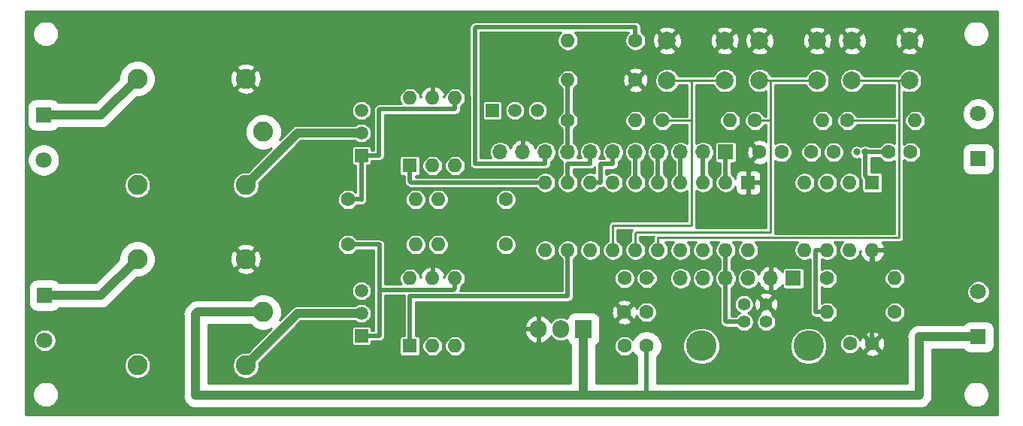
<source format=gbr>
G04 #@! TF.GenerationSoftware,KiCad,Pcbnew,(5.1.6)-1*
G04 #@! TF.CreationDate,2020-08-24T17:46:23+02:00*
G04 #@! TF.ProjectId,timer,74696d65-722e-46b6-9963-61645f706362,1*
G04 #@! TF.SameCoordinates,Original*
G04 #@! TF.FileFunction,Copper,L1,Top*
G04 #@! TF.FilePolarity,Positive*
%FSLAX46Y46*%
G04 Gerber Fmt 4.6, Leading zero omitted, Abs format (unit mm)*
G04 Created by KiCad (PCBNEW (5.1.6)-1) date 2020-08-24 17:46:23*
%MOMM*%
%LPD*%
G01*
G04 APERTURE LIST*
G04 #@! TA.AperFunction,ComponentPad*
%ADD10R,1.500000X1.500000*%
G04 #@! TD*
G04 #@! TA.AperFunction,ComponentPad*
%ADD11C,1.500000*%
G04 #@! TD*
G04 #@! TA.AperFunction,ComponentPad*
%ADD12O,1.700000X1.700000*%
G04 #@! TD*
G04 #@! TA.AperFunction,ComponentPad*
%ADD13R,1.700000X1.700000*%
G04 #@! TD*
G04 #@! TA.AperFunction,ComponentPad*
%ADD14O,1.600000X1.600000*%
G04 #@! TD*
G04 #@! TA.AperFunction,ComponentPad*
%ADD15R,1.600000X1.600000*%
G04 #@! TD*
G04 #@! TA.AperFunction,ComponentPad*
%ADD16C,0.800000*%
G04 #@! TD*
G04 #@! TA.AperFunction,ComponentPad*
%ADD17O,1.905000X2.000000*%
G04 #@! TD*
G04 #@! TA.AperFunction,ComponentPad*
%ADD18R,1.905000X2.000000*%
G04 #@! TD*
G04 #@! TA.AperFunction,ComponentPad*
%ADD19C,2.000000*%
G04 #@! TD*
G04 #@! TA.AperFunction,ComponentPad*
%ADD20C,1.600000*%
G04 #@! TD*
G04 #@! TA.AperFunction,ComponentPad*
%ADD21C,2.250000*%
G04 #@! TD*
G04 #@! TA.AperFunction,ComponentPad*
%ADD22C,1.800000*%
G04 #@! TD*
G04 #@! TA.AperFunction,ComponentPad*
%ADD23R,1.800000X1.800000*%
G04 #@! TD*
G04 #@! TA.AperFunction,ComponentPad*
%ADD24C,3.450000*%
G04 #@! TD*
G04 #@! TA.AperFunction,ComponentPad*
%ADD25C,1.420000*%
G04 #@! TD*
G04 #@! TA.AperFunction,Conductor*
%ADD26C,0.500000*%
G04 #@! TD*
G04 #@! TA.AperFunction,Conductor*
%ADD27C,1.000000*%
G04 #@! TD*
G04 #@! TA.AperFunction,Conductor*
%ADD28C,0.250000*%
G04 #@! TD*
G04 #@! TA.AperFunction,Conductor*
%ADD29C,0.254000*%
G04 #@! TD*
G04 APERTURE END LIST*
D10*
X136271000Y-70739000D03*
D11*
X141351000Y-70739000D03*
X138811000Y-70739000D03*
D10*
X121539000Y-75819000D03*
D11*
X121539000Y-70739000D03*
X121539000Y-73279000D03*
D10*
X121539000Y-96139000D03*
D11*
X121539000Y-91059000D03*
X121539000Y-93599000D03*
D12*
X137160000Y-75438000D03*
X139700000Y-75438000D03*
X142240000Y-75438000D03*
X144780000Y-75438000D03*
X147320000Y-75438000D03*
X149860000Y-75438000D03*
X152400000Y-75438000D03*
X154940000Y-75438000D03*
X157480000Y-75438000D03*
X160020000Y-75438000D03*
D13*
X162560000Y-75438000D03*
D14*
X179070000Y-86487000D03*
X171450000Y-78867000D03*
X176530000Y-86487000D03*
X173990000Y-78867000D03*
X173990000Y-86487000D03*
X176530000Y-78867000D03*
X171450000Y-86487000D03*
D15*
X179070000Y-78867000D03*
D16*
X177315000Y-75438000D03*
X178285000Y-75438000D03*
D17*
X141452600Y-95377000D03*
X143992600Y-95377000D03*
D18*
X146532600Y-95377000D03*
D14*
X165100000Y-86487000D03*
X142240000Y-78867000D03*
X162560000Y-86487000D03*
X144780000Y-78867000D03*
X160020000Y-86487000D03*
X147320000Y-78867000D03*
X157480000Y-86487000D03*
X149860000Y-78867000D03*
X154940000Y-86487000D03*
X152400000Y-78867000D03*
X152400000Y-86487000D03*
X154940000Y-78867000D03*
X149860000Y-86487000D03*
X157480000Y-78867000D03*
X147320000Y-86487000D03*
X160020000Y-78867000D03*
X144780000Y-86487000D03*
X162560000Y-78867000D03*
X142240000Y-86487000D03*
D15*
X165100000Y-78867000D03*
D14*
X127000000Y-69342000D03*
X132080000Y-76962000D03*
X129540000Y-69342000D03*
X129540000Y-76962000D03*
X132080000Y-69342000D03*
D15*
X127000000Y-76962000D03*
D14*
X127000000Y-89662000D03*
X132080000Y-97282000D03*
X129540000Y-89662000D03*
X129540000Y-97282000D03*
X132080000Y-89662000D03*
D15*
X127000000Y-97282000D03*
D19*
X172870000Y-62865000D03*
X172870000Y-67365000D03*
X166370000Y-62865000D03*
X166370000Y-67365000D03*
X183284000Y-62865000D03*
X183284000Y-67365000D03*
X176784000Y-62865000D03*
X176784000Y-67365000D03*
X162456000Y-62865000D03*
X162456000Y-67365000D03*
X155956000Y-62865000D03*
X155956000Y-67365000D03*
D14*
X152400000Y-71882000D03*
D20*
X144780000Y-71882000D03*
D14*
X144780000Y-67310000D03*
D20*
X152400000Y-67310000D03*
D14*
X144780000Y-62865000D03*
D20*
X152400000Y-62865000D03*
D14*
X173482000Y-71882000D03*
D20*
X165862000Y-71882000D03*
D14*
X183896000Y-71882000D03*
D20*
X176276000Y-71882000D03*
D14*
X163068000Y-71882000D03*
D20*
X155448000Y-71882000D03*
D14*
X127635000Y-80772000D03*
D20*
X120015000Y-80772000D03*
D14*
X127635000Y-85852000D03*
D20*
X120015000Y-85852000D03*
D14*
X181610000Y-89662000D03*
D20*
X173990000Y-89662000D03*
D14*
X173990000Y-93472000D03*
D20*
X181610000Y-93472000D03*
D14*
X130175000Y-80772000D03*
D20*
X137795000Y-80772000D03*
D14*
X130175000Y-85852000D03*
D20*
X137795000Y-85852000D03*
D21*
X108490000Y-79152000D03*
X96290000Y-79152000D03*
X96290000Y-67152000D03*
X108490000Y-67152000D03*
X110490000Y-73152000D03*
X108490000Y-99472000D03*
X96290000Y-99472000D03*
X96290000Y-87472000D03*
X108490000Y-87472000D03*
X110490000Y-93472000D03*
D12*
X157480000Y-89662000D03*
X160020000Y-89662000D03*
X162560000Y-89662000D03*
X165100000Y-89662000D03*
X167640000Y-89662000D03*
D13*
X170180000Y-89662000D03*
D22*
X85725000Y-76327000D03*
D23*
X85725000Y-71247000D03*
D22*
X85852000Y-96647000D03*
D23*
X85852000Y-91567000D03*
D22*
X191008000Y-71120000D03*
D23*
X191008000Y-76200000D03*
D22*
X191008000Y-91186000D03*
D23*
X191008000Y-96266000D03*
D24*
X159842000Y-97282000D03*
X171882000Y-97282000D03*
D25*
X167112000Y-94572000D03*
X164612000Y-94572000D03*
X164612000Y-92572000D03*
X167112000Y-92572000D03*
D20*
X153630000Y-93472000D03*
X151130000Y-93472000D03*
X151170000Y-97282000D03*
X153670000Y-97282000D03*
X174712000Y-75438000D03*
X172212000Y-75438000D03*
X180888000Y-75438000D03*
X183388000Y-75438000D03*
X151170000Y-89662000D03*
X153670000Y-89662000D03*
X168870000Y-75438000D03*
X166370000Y-75438000D03*
X176570000Y-97028000D03*
X179070000Y-97028000D03*
D26*
X154305000Y-89662000D02*
X153670000Y-89662000D01*
X178285000Y-78082000D02*
X179070000Y-78867000D01*
X178285000Y-75438000D02*
X178285000Y-78082000D01*
X178285000Y-75438000D02*
X180634000Y-75438000D01*
D27*
X103124000Y-93472000D02*
X110490000Y-93472000D01*
X102870000Y-93726000D02*
X103124000Y-93472000D01*
X102870000Y-102870000D02*
X102870000Y-93726000D01*
X140208000Y-102870000D02*
X102870000Y-102870000D01*
X141478000Y-102870000D02*
X140208000Y-102870000D01*
X184404000Y-96266000D02*
X191008000Y-96266000D01*
X184404000Y-102870000D02*
X184404000Y-96266000D01*
D26*
X153670000Y-102616000D02*
X153416000Y-102870000D01*
D27*
X140208000Y-102870000D02*
X146532600Y-102870000D01*
D26*
X153670000Y-102806500D02*
X153606500Y-102870000D01*
X153670000Y-97282000D02*
X153670000Y-102806500D01*
D27*
X153416000Y-102870000D02*
X153606500Y-102870000D01*
X153606500Y-102870000D02*
X184404000Y-102870000D01*
X146532600Y-95377000D02*
X146532600Y-102870000D01*
X146532600Y-102870000D02*
X153416000Y-102870000D01*
D26*
X157480000Y-75438000D02*
X157480000Y-78867000D01*
X160020000Y-75438000D02*
X160020000Y-78867000D01*
X162560000Y-78867000D02*
X162560000Y-75438000D01*
X144780000Y-71882000D02*
X144780000Y-75438000D01*
X144780000Y-67564000D02*
X144780000Y-71882000D01*
X162560000Y-86487000D02*
X162560000Y-89662000D01*
X162560000Y-89662000D02*
X162560000Y-94488000D01*
X162644000Y-94572000D02*
X164612000Y-94572000D01*
X162560000Y-94488000D02*
X162644000Y-94572000D01*
D27*
X92195000Y-91567000D02*
X96290000Y-87472000D01*
X85852000Y-91567000D02*
X92195000Y-91567000D01*
X92195000Y-71247000D02*
X96290000Y-67152000D01*
X85725000Y-71247000D02*
X92195000Y-71247000D01*
X114363000Y-93599000D02*
X108490000Y-99472000D01*
X121539000Y-93599000D02*
X114363000Y-93599000D01*
X114363000Y-73279000D02*
X108490000Y-79152000D01*
X121539000Y-73279000D02*
X114363000Y-73279000D01*
D26*
X121920000Y-85852000D02*
X120015000Y-85852000D01*
X123571000Y-85877400D02*
X123545600Y-85852000D01*
X123545600Y-85852000D02*
X120015000Y-85852000D01*
X121539000Y-96139000D02*
X123571000Y-96139000D01*
X123571000Y-96139000D02*
X123571000Y-90957400D01*
X123571000Y-90957400D02*
X123571000Y-85877400D01*
X132080000Y-90793370D02*
X132080000Y-89662000D01*
X131915970Y-90957400D02*
X132080000Y-90793370D01*
X123571000Y-90957400D02*
X131915970Y-90957400D01*
X132080000Y-70612000D02*
X132080000Y-69342000D01*
X121539000Y-75819000D02*
X121539000Y-80797400D01*
X121513600Y-80772000D02*
X120015000Y-80772000D01*
X121539000Y-80797400D02*
X121513600Y-80772000D01*
X132080000Y-70612000D02*
X123596400Y-70612000D01*
X123596400Y-70612000D02*
X123520200Y-70688200D01*
X123520200Y-70688200D02*
X123520200Y-75819000D01*
X123520200Y-75819000D02*
X121539000Y-75819000D01*
X173990000Y-86487000D02*
X172720000Y-86487000D01*
X172720000Y-86487000D02*
X172720000Y-93472000D01*
X172720000Y-93472000D02*
X173990000Y-93472000D01*
D28*
X149860000Y-86487000D02*
X149860000Y-83693000D01*
X155575000Y-83693000D02*
X156210000Y-83693000D01*
X149860000Y-83693000D02*
X155575000Y-83693000D01*
X157607000Y-83693000D02*
X158369000Y-83693000D01*
X155575000Y-83693000D02*
X157607000Y-83693000D01*
X158750000Y-67547000D02*
X158568000Y-67365000D01*
X157607000Y-83693000D02*
X158750000Y-83693000D01*
X155956000Y-67365000D02*
X158568000Y-67365000D01*
X158568000Y-67365000D02*
X162456000Y-67365000D01*
X158623000Y-71882000D02*
X158750000Y-71755000D01*
X155448000Y-71882000D02*
X158623000Y-71882000D01*
X158750000Y-83693000D02*
X158750000Y-71755000D01*
X158750000Y-71755000D02*
X158750000Y-67547000D01*
X154940000Y-85090000D02*
X154940000Y-86487000D01*
X168910000Y-85090000D02*
X182118000Y-85090000D01*
X168910000Y-85090000D02*
X154940000Y-85090000D01*
X170053000Y-85090000D02*
X168910000Y-85090000D01*
X182118000Y-85090000D02*
X182118000Y-71882000D01*
X182118000Y-71882000D02*
X176276000Y-71882000D01*
X176784000Y-67365000D02*
X181919000Y-67365000D01*
X182118000Y-67564000D02*
X181919000Y-67365000D01*
X182118000Y-71882000D02*
X182118000Y-67564000D01*
X181919000Y-67365000D02*
X183284000Y-67365000D01*
X167640000Y-67420000D02*
X167695000Y-67365000D01*
X167695000Y-67365000D02*
X172870000Y-67365000D01*
X152400000Y-86487000D02*
X152400000Y-84582000D01*
X166370000Y-67365000D02*
X167695000Y-67365000D01*
X152400000Y-84582000D02*
X152527000Y-84455000D01*
X152527000Y-84455000D02*
X167640000Y-84455000D01*
X167640000Y-71882000D02*
X165862000Y-71882000D01*
X167640000Y-71882000D02*
X167640000Y-67420000D01*
X167640000Y-84455000D02*
X167640000Y-71882000D01*
D26*
X127000000Y-97282000D02*
X127000000Y-91694000D01*
X127000000Y-91694000D02*
X144780000Y-91694000D01*
X144780000Y-91694000D02*
X144780000Y-86487000D01*
X142240000Y-78867000D02*
X127127000Y-78867000D01*
X127000000Y-78740000D02*
X127000000Y-76962000D01*
X127127000Y-78867000D02*
X127000000Y-78740000D01*
X147320000Y-76733400D02*
X147320000Y-75438000D01*
X147315399Y-76738001D02*
X147320000Y-76733400D01*
X144780000Y-78867000D02*
X144780000Y-76738001D01*
X144780000Y-76738001D02*
X147315399Y-76738001D01*
X147320000Y-78867000D02*
X148451370Y-78867000D01*
X148451370Y-78867000D02*
X148451370Y-76770430D01*
X148451370Y-76770430D02*
X148465140Y-76784200D01*
X148465140Y-76784200D02*
X149860000Y-76784200D01*
X149860000Y-76784200D02*
X149860000Y-75438000D01*
X152400000Y-75438000D02*
X152400000Y-78867000D01*
X154940000Y-75438000D02*
X154940000Y-78867000D01*
X179070000Y-86487000D02*
X179070000Y-97028000D01*
X152400000Y-61341000D02*
X152400000Y-62865000D01*
X143563340Y-61341000D02*
X144091660Y-61341000D01*
X144091660Y-61341000D02*
X152400000Y-61341000D01*
X142240000Y-75438000D02*
X142240000Y-76743560D01*
X142240000Y-76743560D02*
X142227300Y-76756260D01*
X134322820Y-61407040D02*
X134327900Y-76723240D01*
X134388860Y-61341000D02*
X134322820Y-61407040D01*
X144091660Y-61341000D02*
X134388860Y-61341000D01*
X134348220Y-76743560D02*
X134327900Y-76723240D01*
X142240000Y-76743560D02*
X134348220Y-76743560D01*
D29*
G36*
X193167000Y-105029000D02*
G01*
X83693000Y-105029000D01*
X83693000Y-102597134D01*
X84498000Y-102597134D01*
X84498000Y-102888866D01*
X84554914Y-103174992D01*
X84666555Y-103444517D01*
X84828632Y-103687083D01*
X85034917Y-103893368D01*
X85277483Y-104055445D01*
X85547008Y-104167086D01*
X85833134Y-104224000D01*
X86124866Y-104224000D01*
X86410992Y-104167086D01*
X86680517Y-104055445D01*
X86923083Y-103893368D01*
X87129368Y-103687083D01*
X87291445Y-103444517D01*
X87403086Y-103174992D01*
X87460000Y-102888866D01*
X87460000Y-102870000D01*
X101436096Y-102870000D01*
X101463648Y-103149741D01*
X101545245Y-103418731D01*
X101677752Y-103666634D01*
X101856077Y-103883923D01*
X102065077Y-104055445D01*
X102073366Y-104062248D01*
X102321269Y-104194755D01*
X102590259Y-104276352D01*
X102870000Y-104303904D01*
X102940097Y-104297000D01*
X146462503Y-104297000D01*
X146532600Y-104303904D01*
X146602698Y-104297000D01*
X184333902Y-104297000D01*
X184404000Y-104303904D01*
X184474097Y-104297000D01*
X184474098Y-104297000D01*
X184683741Y-104276352D01*
X184952731Y-104194755D01*
X185200634Y-104062248D01*
X185417923Y-103883923D01*
X185596248Y-103666634D01*
X185728755Y-103418731D01*
X185810352Y-103149741D01*
X185837904Y-102870000D01*
X185831000Y-102799902D01*
X185831000Y-102597134D01*
X189273000Y-102597134D01*
X189273000Y-102888866D01*
X189329914Y-103174992D01*
X189441555Y-103444517D01*
X189603632Y-103687083D01*
X189809917Y-103893368D01*
X190052483Y-104055445D01*
X190322008Y-104167086D01*
X190608134Y-104224000D01*
X190899866Y-104224000D01*
X191185992Y-104167086D01*
X191455517Y-104055445D01*
X191698083Y-103893368D01*
X191904368Y-103687083D01*
X192066445Y-103444517D01*
X192178086Y-103174992D01*
X192235000Y-102888866D01*
X192235000Y-102597134D01*
X192178086Y-102311008D01*
X192066445Y-102041483D01*
X191904368Y-101798917D01*
X191698083Y-101592632D01*
X191455517Y-101430555D01*
X191185992Y-101318914D01*
X190899866Y-101262000D01*
X190608134Y-101262000D01*
X190322008Y-101318914D01*
X190052483Y-101430555D01*
X189809917Y-101592632D01*
X189603632Y-101798917D01*
X189441555Y-102041483D01*
X189329914Y-102311008D01*
X189273000Y-102597134D01*
X185831000Y-102597134D01*
X185831000Y-97693000D01*
X189341291Y-97693000D01*
X189449341Y-97824659D01*
X189590495Y-97940501D01*
X189751536Y-98026580D01*
X189926276Y-98079587D01*
X190108000Y-98097485D01*
X191908000Y-98097485D01*
X192089724Y-98079587D01*
X192264464Y-98026580D01*
X192425505Y-97940501D01*
X192566659Y-97824659D01*
X192682501Y-97683505D01*
X192768580Y-97522464D01*
X192821587Y-97347724D01*
X192839485Y-97166000D01*
X192839485Y-95366000D01*
X192821587Y-95184276D01*
X192768580Y-95009536D01*
X192682501Y-94848495D01*
X192566659Y-94707341D01*
X192425505Y-94591499D01*
X192264464Y-94505420D01*
X192089724Y-94452413D01*
X191908000Y-94434515D01*
X190108000Y-94434515D01*
X189926276Y-94452413D01*
X189751536Y-94505420D01*
X189590495Y-94591499D01*
X189449341Y-94707341D01*
X189341291Y-94839000D01*
X184474098Y-94839000D01*
X184404000Y-94832096D01*
X184333903Y-94839000D01*
X184333902Y-94839000D01*
X184124259Y-94859648D01*
X183855269Y-94941245D01*
X183607366Y-95073752D01*
X183390077Y-95252077D01*
X183211752Y-95469366D01*
X183079245Y-95717269D01*
X182997648Y-95986259D01*
X182970096Y-96266000D01*
X182977001Y-96336108D01*
X182977000Y-101443000D01*
X154847000Y-101443000D01*
X154847000Y-98547346D01*
X155011448Y-98382898D01*
X155200447Y-98100041D01*
X155330632Y-97785747D01*
X155397000Y-97452095D01*
X155397000Y-97111905D01*
X155389575Y-97074577D01*
X157736000Y-97074577D01*
X157736000Y-97489423D01*
X157816932Y-97896298D01*
X157975687Y-98279565D01*
X158206163Y-98624497D01*
X158499503Y-98917837D01*
X158844435Y-99148313D01*
X159227702Y-99307068D01*
X159634577Y-99388000D01*
X160049423Y-99388000D01*
X160456298Y-99307068D01*
X160839565Y-99148313D01*
X161184497Y-98917837D01*
X161477837Y-98624497D01*
X161708313Y-98279565D01*
X161867068Y-97896298D01*
X161948000Y-97489423D01*
X161948000Y-97074577D01*
X169776000Y-97074577D01*
X169776000Y-97489423D01*
X169856932Y-97896298D01*
X170015687Y-98279565D01*
X170246163Y-98624497D01*
X170539503Y-98917837D01*
X170884435Y-99148313D01*
X171267702Y-99307068D01*
X171674577Y-99388000D01*
X172089423Y-99388000D01*
X172496298Y-99307068D01*
X172879565Y-99148313D01*
X173224497Y-98917837D01*
X173517837Y-98624497D01*
X173748313Y-98279565D01*
X173907068Y-97896298D01*
X173988000Y-97489423D01*
X173988000Y-97074577D01*
X173955599Y-96911682D01*
X175389000Y-96911682D01*
X175389000Y-97144318D01*
X175434386Y-97372485D01*
X175523412Y-97587413D01*
X175652658Y-97780843D01*
X175817157Y-97945342D01*
X176010587Y-98074588D01*
X176225515Y-98163614D01*
X176453682Y-98209000D01*
X176686318Y-98209000D01*
X176914485Y-98163614D01*
X177129413Y-98074588D01*
X177210058Y-98020702D01*
X178256903Y-98020702D01*
X178328486Y-98264671D01*
X178583996Y-98385571D01*
X178858184Y-98454300D01*
X179140512Y-98468217D01*
X179420130Y-98426787D01*
X179686292Y-98331603D01*
X179811514Y-98264671D01*
X179883097Y-98020702D01*
X179070000Y-97207605D01*
X178256903Y-98020702D01*
X177210058Y-98020702D01*
X177322843Y-97945342D01*
X177487342Y-97780843D01*
X177616588Y-97587413D01*
X177686069Y-97419671D01*
X177766397Y-97644292D01*
X177833329Y-97769514D01*
X178077298Y-97841097D01*
X178890395Y-97028000D01*
X179249605Y-97028000D01*
X180062702Y-97841097D01*
X180306671Y-97769514D01*
X180427571Y-97514004D01*
X180496300Y-97239816D01*
X180510217Y-96957488D01*
X180468787Y-96677870D01*
X180373603Y-96411708D01*
X180306671Y-96286486D01*
X180062702Y-96214903D01*
X179249605Y-97028000D01*
X178890395Y-97028000D01*
X178077298Y-96214903D01*
X177833329Y-96286486D01*
X177712429Y-96541996D01*
X177687760Y-96640411D01*
X177616588Y-96468587D01*
X177487342Y-96275157D01*
X177322843Y-96110658D01*
X177210059Y-96035298D01*
X178256903Y-96035298D01*
X179070000Y-96848395D01*
X179883097Y-96035298D01*
X179811514Y-95791329D01*
X179556004Y-95670429D01*
X179281816Y-95601700D01*
X178999488Y-95587783D01*
X178719870Y-95629213D01*
X178453708Y-95724397D01*
X178328486Y-95791329D01*
X178256903Y-96035298D01*
X177210059Y-96035298D01*
X177129413Y-95981412D01*
X176914485Y-95892386D01*
X176686318Y-95847000D01*
X176453682Y-95847000D01*
X176225515Y-95892386D01*
X176010587Y-95981412D01*
X175817157Y-96110658D01*
X175652658Y-96275157D01*
X175523412Y-96468587D01*
X175434386Y-96683515D01*
X175389000Y-96911682D01*
X173955599Y-96911682D01*
X173907068Y-96667702D01*
X173748313Y-96284435D01*
X173517837Y-95939503D01*
X173224497Y-95646163D01*
X172879565Y-95415687D01*
X172496298Y-95256932D01*
X172089423Y-95176000D01*
X171674577Y-95176000D01*
X171267702Y-95256932D01*
X170884435Y-95415687D01*
X170539503Y-95646163D01*
X170246163Y-95939503D01*
X170015687Y-96284435D01*
X169856932Y-96667702D01*
X169776000Y-97074577D01*
X161948000Y-97074577D01*
X161867068Y-96667702D01*
X161708313Y-96284435D01*
X161477837Y-95939503D01*
X161184497Y-95646163D01*
X160839565Y-95415687D01*
X160456298Y-95256932D01*
X160049423Y-95176000D01*
X159634577Y-95176000D01*
X159227702Y-95256932D01*
X158844435Y-95415687D01*
X158499503Y-95646163D01*
X158206163Y-95939503D01*
X157975687Y-96284435D01*
X157816932Y-96667702D01*
X157736000Y-97074577D01*
X155389575Y-97074577D01*
X155330632Y-96778253D01*
X155200447Y-96463959D01*
X155011448Y-96181102D01*
X154770898Y-95940552D01*
X154488041Y-95751553D01*
X154173747Y-95621368D01*
X153840095Y-95555000D01*
X153499905Y-95555000D01*
X153166253Y-95621368D01*
X152851959Y-95751553D01*
X152569102Y-95940552D01*
X152328552Y-96181102D01*
X152139553Y-96463959D01*
X152102902Y-96552443D01*
X152087342Y-96529157D01*
X151922843Y-96364658D01*
X151729413Y-96235412D01*
X151514485Y-96146386D01*
X151286318Y-96101000D01*
X151053682Y-96101000D01*
X150825515Y-96146386D01*
X150610587Y-96235412D01*
X150417157Y-96364658D01*
X150252658Y-96529157D01*
X150123412Y-96722587D01*
X150034386Y-96937515D01*
X149989000Y-97165682D01*
X149989000Y-97398318D01*
X150034386Y-97626485D01*
X150123412Y-97841413D01*
X150252658Y-98034843D01*
X150417157Y-98199342D01*
X150610587Y-98328588D01*
X150825515Y-98417614D01*
X151053682Y-98463000D01*
X151286318Y-98463000D01*
X151514485Y-98417614D01*
X151729413Y-98328588D01*
X151922843Y-98199342D01*
X152087342Y-98034843D01*
X152102902Y-98011557D01*
X152139553Y-98100041D01*
X152328552Y-98382898D01*
X152493000Y-98547346D01*
X152493001Y-101443000D01*
X147959600Y-101443000D01*
X147959600Y-97174488D01*
X148002605Y-97151501D01*
X148143759Y-97035659D01*
X148259601Y-96894505D01*
X148345680Y-96733464D01*
X148398687Y-96558724D01*
X148416585Y-96377000D01*
X148416585Y-94464702D01*
X150316903Y-94464702D01*
X150388486Y-94708671D01*
X150643996Y-94829571D01*
X150918184Y-94898300D01*
X151200512Y-94912217D01*
X151480130Y-94870787D01*
X151746292Y-94775603D01*
X151871514Y-94708671D01*
X151943097Y-94464702D01*
X151130000Y-93651605D01*
X150316903Y-94464702D01*
X148416585Y-94464702D01*
X148416585Y-94377000D01*
X148398687Y-94195276D01*
X148345680Y-94020536D01*
X148259601Y-93859495D01*
X148143759Y-93718341D01*
X148002605Y-93602499D01*
X147890379Y-93542512D01*
X149689783Y-93542512D01*
X149731213Y-93822130D01*
X149826397Y-94088292D01*
X149893329Y-94213514D01*
X150137298Y-94285097D01*
X150950395Y-93472000D01*
X151309605Y-93472000D01*
X152122702Y-94285097D01*
X152366671Y-94213514D01*
X152487571Y-93958004D01*
X152512240Y-93859589D01*
X152583412Y-94031413D01*
X152712658Y-94224843D01*
X152877157Y-94389342D01*
X153070587Y-94518588D01*
X153285515Y-94607614D01*
X153513682Y-94653000D01*
X153746318Y-94653000D01*
X153974485Y-94607614D01*
X154189413Y-94518588D01*
X154382843Y-94389342D01*
X154547342Y-94224843D01*
X154676588Y-94031413D01*
X154765614Y-93816485D01*
X154811000Y-93588318D01*
X154811000Y-93355682D01*
X154765614Y-93127515D01*
X154676588Y-92912587D01*
X154547342Y-92719157D01*
X154382843Y-92554658D01*
X154189413Y-92425412D01*
X153974485Y-92336386D01*
X153746318Y-92291000D01*
X153513682Y-92291000D01*
X153285515Y-92336386D01*
X153070587Y-92425412D01*
X152877157Y-92554658D01*
X152712658Y-92719157D01*
X152583412Y-92912587D01*
X152513931Y-93080329D01*
X152433603Y-92855708D01*
X152366671Y-92730486D01*
X152122702Y-92658903D01*
X151309605Y-93472000D01*
X150950395Y-93472000D01*
X150137298Y-92658903D01*
X149893329Y-92730486D01*
X149772429Y-92985996D01*
X149703700Y-93260184D01*
X149689783Y-93542512D01*
X147890379Y-93542512D01*
X147841564Y-93516420D01*
X147666824Y-93463413D01*
X147485100Y-93445515D01*
X145580100Y-93445515D01*
X145398376Y-93463413D01*
X145223636Y-93516420D01*
X145062595Y-93602499D01*
X144921441Y-93718341D01*
X144805599Y-93859495D01*
X144719520Y-94020536D01*
X144671107Y-94180131D01*
X144505377Y-94091546D01*
X144254012Y-94015295D01*
X143992600Y-93989548D01*
X143731189Y-94015295D01*
X143479824Y-94091546D01*
X143248164Y-94215371D01*
X143045112Y-94382011D01*
X142878471Y-94585063D01*
X142861870Y-94616121D01*
X142761916Y-94433911D01*
X142562037Y-94195685D01*
X142319523Y-94001031D01*
X142043694Y-93857429D01*
X141825580Y-93786437D01*
X141579600Y-93906406D01*
X141579600Y-95250000D01*
X141599600Y-95250000D01*
X141599600Y-95504000D01*
X141579600Y-95504000D01*
X141579600Y-96847594D01*
X141825580Y-96967563D01*
X142043694Y-96896571D01*
X142319523Y-96752969D01*
X142562037Y-96558315D01*
X142761916Y-96320089D01*
X142861871Y-96137879D01*
X142878471Y-96168936D01*
X143045111Y-96371989D01*
X143248163Y-96538629D01*
X143479823Y-96662454D01*
X143731188Y-96738705D01*
X143992600Y-96764452D01*
X144254011Y-96738705D01*
X144505376Y-96662454D01*
X144671107Y-96573869D01*
X144719520Y-96733464D01*
X144805599Y-96894505D01*
X144921441Y-97035659D01*
X145062595Y-97151501D01*
X145105600Y-97174488D01*
X145105601Y-101443000D01*
X104297000Y-101443000D01*
X104297000Y-94899000D01*
X109015033Y-94899000D01*
X109181926Y-95065893D01*
X109518013Y-95290459D01*
X109891454Y-95445143D01*
X110287896Y-95524000D01*
X110692104Y-95524000D01*
X111088546Y-95445143D01*
X111399904Y-95316175D01*
X108731538Y-97984541D01*
X108638328Y-97966000D01*
X108341672Y-97966000D01*
X108050716Y-98023875D01*
X107776641Y-98137400D01*
X107529981Y-98302213D01*
X107320213Y-98511981D01*
X107155400Y-98758641D01*
X107041875Y-99032716D01*
X106984000Y-99323672D01*
X106984000Y-99620328D01*
X107041875Y-99911284D01*
X107155400Y-100185359D01*
X107320213Y-100432019D01*
X107529981Y-100641787D01*
X107776641Y-100806600D01*
X108050716Y-100920125D01*
X108341672Y-100978000D01*
X108638328Y-100978000D01*
X108929284Y-100920125D01*
X109203359Y-100806600D01*
X109450019Y-100641787D01*
X109659787Y-100432019D01*
X109824600Y-100185359D01*
X109938125Y-99911284D01*
X109996000Y-99620328D01*
X109996000Y-99323672D01*
X109977459Y-99230462D01*
X114727922Y-94480000D01*
X120821764Y-94480000D01*
X121003271Y-94601279D01*
X121209100Y-94686536D01*
X121427606Y-94730000D01*
X121650394Y-94730000D01*
X121868900Y-94686536D01*
X122074729Y-94601279D01*
X122259970Y-94477505D01*
X122417505Y-94319970D01*
X122541279Y-94134729D01*
X122626536Y-93928900D01*
X122670000Y-93710394D01*
X122670000Y-93487606D01*
X122626536Y-93269100D01*
X122541279Y-93063271D01*
X122417505Y-92878030D01*
X122259970Y-92720495D01*
X122074729Y-92596721D01*
X121868900Y-92511464D01*
X121650394Y-92468000D01*
X121427606Y-92468000D01*
X121209100Y-92511464D01*
X121003271Y-92596721D01*
X120821764Y-92718000D01*
X114406269Y-92718000D01*
X114362999Y-92713738D01*
X114319729Y-92718000D01*
X114319727Y-92718000D01*
X114190294Y-92730748D01*
X114024225Y-92781125D01*
X113952981Y-92819206D01*
X113871174Y-92862932D01*
X113816354Y-92907922D01*
X113737025Y-92973025D01*
X113709439Y-93006639D01*
X112334175Y-94381903D01*
X112463143Y-94070546D01*
X112542000Y-93674104D01*
X112542000Y-93269896D01*
X112463143Y-92873454D01*
X112308459Y-92500013D01*
X112083893Y-92163926D01*
X111798074Y-91878107D01*
X111461987Y-91653541D01*
X111088546Y-91498857D01*
X110692104Y-91420000D01*
X110287896Y-91420000D01*
X109891454Y-91498857D01*
X109518013Y-91653541D01*
X109181926Y-91878107D01*
X109015033Y-92045000D01*
X103194087Y-92045000D01*
X103123999Y-92038097D01*
X103053912Y-92045000D01*
X103053902Y-92045000D01*
X102844259Y-92065648D01*
X102575269Y-92147245D01*
X102327366Y-92279752D01*
X102110077Y-92458077D01*
X102065387Y-92512532D01*
X101910525Y-92667394D01*
X101856078Y-92712077D01*
X101811396Y-92766522D01*
X101811392Y-92766526D01*
X101677753Y-92929366D01*
X101545246Y-93177269D01*
X101463649Y-93446259D01*
X101436097Y-93726000D01*
X101443001Y-93796098D01*
X101443000Y-102799902D01*
X101436096Y-102870000D01*
X87460000Y-102870000D01*
X87460000Y-102597134D01*
X87403086Y-102311008D01*
X87291445Y-102041483D01*
X87129368Y-101798917D01*
X86923083Y-101592632D01*
X86680517Y-101430555D01*
X86410992Y-101318914D01*
X86124866Y-101262000D01*
X85833134Y-101262000D01*
X85547008Y-101318914D01*
X85277483Y-101430555D01*
X85034917Y-101592632D01*
X84828632Y-101798917D01*
X84666555Y-102041483D01*
X84554914Y-102311008D01*
X84498000Y-102597134D01*
X83693000Y-102597134D01*
X83693000Y-99323672D01*
X94784000Y-99323672D01*
X94784000Y-99620328D01*
X94841875Y-99911284D01*
X94955400Y-100185359D01*
X95120213Y-100432019D01*
X95329981Y-100641787D01*
X95576641Y-100806600D01*
X95850716Y-100920125D01*
X96141672Y-100978000D01*
X96438328Y-100978000D01*
X96729284Y-100920125D01*
X97003359Y-100806600D01*
X97250019Y-100641787D01*
X97459787Y-100432019D01*
X97624600Y-100185359D01*
X97738125Y-99911284D01*
X97796000Y-99620328D01*
X97796000Y-99323672D01*
X97738125Y-99032716D01*
X97624600Y-98758641D01*
X97459787Y-98511981D01*
X97250019Y-98302213D01*
X97003359Y-98137400D01*
X96729284Y-98023875D01*
X96438328Y-97966000D01*
X96141672Y-97966000D01*
X95850716Y-98023875D01*
X95576641Y-98137400D01*
X95329981Y-98302213D01*
X95120213Y-98511981D01*
X94955400Y-98758641D01*
X94841875Y-99032716D01*
X94784000Y-99323672D01*
X83693000Y-99323672D01*
X83693000Y-96520833D01*
X84571000Y-96520833D01*
X84571000Y-96773167D01*
X84620228Y-97020654D01*
X84716793Y-97253781D01*
X84856982Y-97463590D01*
X85035410Y-97642018D01*
X85245219Y-97782207D01*
X85478346Y-97878772D01*
X85725833Y-97928000D01*
X85978167Y-97928000D01*
X86225654Y-97878772D01*
X86458781Y-97782207D01*
X86668590Y-97642018D01*
X86847018Y-97463590D01*
X86987207Y-97253781D01*
X87083772Y-97020654D01*
X87133000Y-96773167D01*
X87133000Y-96520833D01*
X87083772Y-96273346D01*
X86987207Y-96040219D01*
X86847018Y-95830410D01*
X86668590Y-95651982D01*
X86458781Y-95511793D01*
X86225654Y-95415228D01*
X85978167Y-95366000D01*
X85725833Y-95366000D01*
X85478346Y-95415228D01*
X85245219Y-95511793D01*
X85035410Y-95651982D01*
X84856982Y-95830410D01*
X84716793Y-96040219D01*
X84620228Y-96273346D01*
X84571000Y-96520833D01*
X83693000Y-96520833D01*
X83693000Y-90667000D01*
X84020515Y-90667000D01*
X84020515Y-92467000D01*
X84038413Y-92648724D01*
X84091420Y-92823464D01*
X84177499Y-92984505D01*
X84293341Y-93125659D01*
X84434495Y-93241501D01*
X84595536Y-93327580D01*
X84770276Y-93380587D01*
X84952000Y-93398485D01*
X86752000Y-93398485D01*
X86933724Y-93380587D01*
X87108464Y-93327580D01*
X87269505Y-93241501D01*
X87410659Y-93125659D01*
X87518709Y-92994000D01*
X92124912Y-92994000D01*
X92195000Y-93000903D01*
X92265088Y-92994000D01*
X92265098Y-92994000D01*
X92474741Y-92973352D01*
X92743731Y-92891755D01*
X92991634Y-92759248D01*
X93208923Y-92580923D01*
X93253609Y-92526473D01*
X94832476Y-90947606D01*
X120408000Y-90947606D01*
X120408000Y-91170394D01*
X120451464Y-91388900D01*
X120536721Y-91594729D01*
X120660495Y-91779970D01*
X120818030Y-91937505D01*
X121003271Y-92061279D01*
X121209100Y-92146536D01*
X121427606Y-92190000D01*
X121650394Y-92190000D01*
X121868900Y-92146536D01*
X122074729Y-92061279D01*
X122259970Y-91937505D01*
X122417505Y-91779970D01*
X122541279Y-91594729D01*
X122626536Y-91388900D01*
X122670000Y-91170394D01*
X122670000Y-90947606D01*
X122626536Y-90729100D01*
X122541279Y-90523271D01*
X122417505Y-90338030D01*
X122259970Y-90180495D01*
X122074729Y-90056721D01*
X121868900Y-89971464D01*
X121650394Y-89928000D01*
X121427606Y-89928000D01*
X121209100Y-89971464D01*
X121003271Y-90056721D01*
X120818030Y-90180495D01*
X120660495Y-90338030D01*
X120536721Y-90523271D01*
X120451464Y-90729100D01*
X120408000Y-90947606D01*
X94832476Y-90947606D01*
X96256083Y-89524000D01*
X96492104Y-89524000D01*
X96888546Y-89445143D01*
X97261987Y-89290459D01*
X97598074Y-89065893D01*
X97883893Y-88780074D01*
X97939714Y-88696531D01*
X107445074Y-88696531D01*
X107555921Y-88973714D01*
X107866840Y-89127089D01*
X108201705Y-89216860D01*
X108547650Y-89239576D01*
X108891380Y-89194366D01*
X109219685Y-89082966D01*
X109424079Y-88973714D01*
X109534926Y-88696531D01*
X108490000Y-87651605D01*
X107445074Y-88696531D01*
X97939714Y-88696531D01*
X98108459Y-88443987D01*
X98263143Y-88070546D01*
X98342000Y-87674104D01*
X98342000Y-87529650D01*
X106722424Y-87529650D01*
X106767634Y-87873380D01*
X106879034Y-88201685D01*
X106988286Y-88406079D01*
X107265469Y-88516926D01*
X108310395Y-87472000D01*
X108669605Y-87472000D01*
X109714531Y-88516926D01*
X109991714Y-88406079D01*
X110145089Y-88095160D01*
X110234860Y-87760295D01*
X110257576Y-87414350D01*
X110212366Y-87070620D01*
X110100966Y-86742315D01*
X109991714Y-86537921D01*
X109714531Y-86427074D01*
X108669605Y-87472000D01*
X108310395Y-87472000D01*
X107265469Y-86427074D01*
X106988286Y-86537921D01*
X106834911Y-86848840D01*
X106745140Y-87183705D01*
X106722424Y-87529650D01*
X98342000Y-87529650D01*
X98342000Y-87269896D01*
X98263143Y-86873454D01*
X98108459Y-86500013D01*
X97939715Y-86247469D01*
X107445074Y-86247469D01*
X108490000Y-87292395D01*
X109534926Y-86247469D01*
X109424079Y-85970286D01*
X109113160Y-85816911D01*
X108810159Y-85735682D01*
X118834000Y-85735682D01*
X118834000Y-85968318D01*
X118879386Y-86196485D01*
X118968412Y-86411413D01*
X119097658Y-86604843D01*
X119262157Y-86769342D01*
X119455587Y-86898588D01*
X119670515Y-86987614D01*
X119898682Y-87033000D01*
X120131318Y-87033000D01*
X120359485Y-86987614D01*
X120574413Y-86898588D01*
X120767843Y-86769342D01*
X120932342Y-86604843D01*
X121013755Y-86483000D01*
X122940001Y-86483000D01*
X122940000Y-90926402D01*
X122936947Y-90957400D01*
X122940001Y-90988408D01*
X122940000Y-95508000D01*
X122671843Y-95508000D01*
X122671843Y-95389000D01*
X122664487Y-95314311D01*
X122642701Y-95242492D01*
X122607322Y-95176304D01*
X122559711Y-95118289D01*
X122501696Y-95070678D01*
X122435508Y-95035299D01*
X122363689Y-95013513D01*
X122289000Y-95006157D01*
X120789000Y-95006157D01*
X120714311Y-95013513D01*
X120642492Y-95035299D01*
X120576304Y-95070678D01*
X120518289Y-95118289D01*
X120470678Y-95176304D01*
X120435299Y-95242492D01*
X120413513Y-95314311D01*
X120406157Y-95389000D01*
X120406157Y-96889000D01*
X120413513Y-96963689D01*
X120435299Y-97035508D01*
X120470678Y-97101696D01*
X120518289Y-97159711D01*
X120576304Y-97207322D01*
X120642492Y-97242701D01*
X120714311Y-97264487D01*
X120789000Y-97271843D01*
X122289000Y-97271843D01*
X122363689Y-97264487D01*
X122435508Y-97242701D01*
X122501696Y-97207322D01*
X122559711Y-97159711D01*
X122607322Y-97101696D01*
X122642701Y-97035508D01*
X122664487Y-96963689D01*
X122671843Y-96889000D01*
X122671843Y-96770000D01*
X123540002Y-96770000D01*
X123571000Y-96773053D01*
X123601998Y-96770000D01*
X123694698Y-96760870D01*
X123813642Y-96724789D01*
X123923261Y-96666196D01*
X124019343Y-96587343D01*
X124098196Y-96491261D01*
X124156789Y-96381642D01*
X124192870Y-96262698D01*
X124205053Y-96139000D01*
X124202000Y-96108002D01*
X124202000Y-91588400D01*
X126376348Y-91588400D01*
X126365947Y-91694000D01*
X126369001Y-91725008D01*
X126369000Y-96099157D01*
X126200000Y-96099157D01*
X126125311Y-96106513D01*
X126053492Y-96128299D01*
X125987304Y-96163678D01*
X125929289Y-96211289D01*
X125881678Y-96269304D01*
X125846299Y-96335492D01*
X125824513Y-96407311D01*
X125817157Y-96482000D01*
X125817157Y-98082000D01*
X125824513Y-98156689D01*
X125846299Y-98228508D01*
X125881678Y-98294696D01*
X125929289Y-98352711D01*
X125987304Y-98400322D01*
X126053492Y-98435701D01*
X126125311Y-98457487D01*
X126200000Y-98464843D01*
X127800000Y-98464843D01*
X127874689Y-98457487D01*
X127946508Y-98435701D01*
X128012696Y-98400322D01*
X128070711Y-98352711D01*
X128118322Y-98294696D01*
X128153701Y-98228508D01*
X128175487Y-98156689D01*
X128182843Y-98082000D01*
X128182843Y-97165682D01*
X128359000Y-97165682D01*
X128359000Y-97398318D01*
X128404386Y-97626485D01*
X128493412Y-97841413D01*
X128622658Y-98034843D01*
X128787157Y-98199342D01*
X128980587Y-98328588D01*
X129195515Y-98417614D01*
X129423682Y-98463000D01*
X129656318Y-98463000D01*
X129884485Y-98417614D01*
X130099413Y-98328588D01*
X130292843Y-98199342D01*
X130457342Y-98034843D01*
X130586588Y-97841413D01*
X130675614Y-97626485D01*
X130721000Y-97398318D01*
X130721000Y-97165682D01*
X130899000Y-97165682D01*
X130899000Y-97398318D01*
X130944386Y-97626485D01*
X131033412Y-97841413D01*
X131162658Y-98034843D01*
X131327157Y-98199342D01*
X131520587Y-98328588D01*
X131735515Y-98417614D01*
X131963682Y-98463000D01*
X132196318Y-98463000D01*
X132424485Y-98417614D01*
X132639413Y-98328588D01*
X132832843Y-98199342D01*
X132997342Y-98034843D01*
X133126588Y-97841413D01*
X133215614Y-97626485D01*
X133261000Y-97398318D01*
X133261000Y-97165682D01*
X133215614Y-96937515D01*
X133126588Y-96722587D01*
X132997342Y-96529157D01*
X132832843Y-96364658D01*
X132639413Y-96235412D01*
X132424485Y-96146386D01*
X132196318Y-96101000D01*
X131963682Y-96101000D01*
X131735515Y-96146386D01*
X131520587Y-96235412D01*
X131327157Y-96364658D01*
X131162658Y-96529157D01*
X131033412Y-96722587D01*
X130944386Y-96937515D01*
X130899000Y-97165682D01*
X130721000Y-97165682D01*
X130675614Y-96937515D01*
X130586588Y-96722587D01*
X130457342Y-96529157D01*
X130292843Y-96364658D01*
X130099413Y-96235412D01*
X129884485Y-96146386D01*
X129656318Y-96101000D01*
X129423682Y-96101000D01*
X129195515Y-96146386D01*
X128980587Y-96235412D01*
X128787157Y-96364658D01*
X128622658Y-96529157D01*
X128493412Y-96722587D01*
X128404386Y-96937515D01*
X128359000Y-97165682D01*
X128182843Y-97165682D01*
X128182843Y-96482000D01*
X128175487Y-96407311D01*
X128153701Y-96335492D01*
X128118322Y-96269304D01*
X128070711Y-96211289D01*
X128012696Y-96163678D01*
X127946508Y-96128299D01*
X127874689Y-96106513D01*
X127800000Y-96099157D01*
X127631000Y-96099157D01*
X127631000Y-95750863D01*
X139900222Y-95750863D01*
X139993721Y-96047446D01*
X140143284Y-96320089D01*
X140343163Y-96558315D01*
X140585677Y-96752969D01*
X140861506Y-96896571D01*
X141079620Y-96967563D01*
X141325600Y-96847594D01*
X141325600Y-95504000D01*
X140027030Y-95504000D01*
X139900222Y-95750863D01*
X127631000Y-95750863D01*
X127631000Y-95003137D01*
X139900222Y-95003137D01*
X140027030Y-95250000D01*
X141325600Y-95250000D01*
X141325600Y-93906406D01*
X141079620Y-93786437D01*
X140861506Y-93857429D01*
X140585677Y-94001031D01*
X140343163Y-94195685D01*
X140143284Y-94433911D01*
X139993721Y-94706554D01*
X139900222Y-95003137D01*
X127631000Y-95003137D01*
X127631000Y-92479298D01*
X150316903Y-92479298D01*
X151130000Y-93292395D01*
X151943097Y-92479298D01*
X151871514Y-92235329D01*
X151616004Y-92114429D01*
X151341816Y-92045700D01*
X151059488Y-92031783D01*
X150779870Y-92073213D01*
X150513708Y-92168397D01*
X150388486Y-92235329D01*
X150316903Y-92479298D01*
X127631000Y-92479298D01*
X127631000Y-92325000D01*
X144749002Y-92325000D01*
X144780000Y-92328053D01*
X144810998Y-92325000D01*
X144903698Y-92315870D01*
X145022642Y-92279789D01*
X145132261Y-92221196D01*
X145228343Y-92142343D01*
X145307196Y-92046261D01*
X145365789Y-91936642D01*
X145401870Y-91817698D01*
X145414053Y-91694000D01*
X145411000Y-91663002D01*
X145411000Y-89545682D01*
X149989000Y-89545682D01*
X149989000Y-89778318D01*
X150034386Y-90006485D01*
X150123412Y-90221413D01*
X150252658Y-90414843D01*
X150417157Y-90579342D01*
X150610587Y-90708588D01*
X150825515Y-90797614D01*
X151053682Y-90843000D01*
X151286318Y-90843000D01*
X151514485Y-90797614D01*
X151729413Y-90708588D01*
X151922843Y-90579342D01*
X152087342Y-90414843D01*
X152216588Y-90221413D01*
X152305614Y-90006485D01*
X152351000Y-89778318D01*
X152351000Y-89545682D01*
X152489000Y-89545682D01*
X152489000Y-89778318D01*
X152534386Y-90006485D01*
X152623412Y-90221413D01*
X152752658Y-90414843D01*
X152917157Y-90579342D01*
X153110587Y-90708588D01*
X153325515Y-90797614D01*
X153553682Y-90843000D01*
X153786318Y-90843000D01*
X154014485Y-90797614D01*
X154229413Y-90708588D01*
X154422843Y-90579342D01*
X154587342Y-90414843D01*
X154716588Y-90221413D01*
X154772023Y-90087582D01*
X154832196Y-90014261D01*
X154890789Y-89904642D01*
X154926870Y-89785698D01*
X154939053Y-89662000D01*
X154927112Y-89540757D01*
X156249000Y-89540757D01*
X156249000Y-89783243D01*
X156296307Y-90021069D01*
X156389102Y-90245097D01*
X156523820Y-90446717D01*
X156695283Y-90618180D01*
X156896903Y-90752898D01*
X157120931Y-90845693D01*
X157358757Y-90893000D01*
X157601243Y-90893000D01*
X157839069Y-90845693D01*
X158063097Y-90752898D01*
X158264717Y-90618180D01*
X158436180Y-90446717D01*
X158570898Y-90245097D01*
X158663693Y-90021069D01*
X158711000Y-89783243D01*
X158711000Y-89540757D01*
X158789000Y-89540757D01*
X158789000Y-89783243D01*
X158836307Y-90021069D01*
X158929102Y-90245097D01*
X159063820Y-90446717D01*
X159235283Y-90618180D01*
X159436903Y-90752898D01*
X159660931Y-90845693D01*
X159898757Y-90893000D01*
X160141243Y-90893000D01*
X160379069Y-90845693D01*
X160603097Y-90752898D01*
X160804717Y-90618180D01*
X160976180Y-90446717D01*
X161110898Y-90245097D01*
X161203693Y-90021069D01*
X161251000Y-89783243D01*
X161251000Y-89540757D01*
X161203693Y-89302931D01*
X161110898Y-89078903D01*
X160976180Y-88877283D01*
X160804717Y-88705820D01*
X160603097Y-88571102D01*
X160379069Y-88478307D01*
X160141243Y-88431000D01*
X159898757Y-88431000D01*
X159660931Y-88478307D01*
X159436903Y-88571102D01*
X159235283Y-88705820D01*
X159063820Y-88877283D01*
X158929102Y-89078903D01*
X158836307Y-89302931D01*
X158789000Y-89540757D01*
X158711000Y-89540757D01*
X158663693Y-89302931D01*
X158570898Y-89078903D01*
X158436180Y-88877283D01*
X158264717Y-88705820D01*
X158063097Y-88571102D01*
X157839069Y-88478307D01*
X157601243Y-88431000D01*
X157358757Y-88431000D01*
X157120931Y-88478307D01*
X156896903Y-88571102D01*
X156695283Y-88705820D01*
X156523820Y-88877283D01*
X156389102Y-89078903D01*
X156296307Y-89302931D01*
X156249000Y-89540757D01*
X154927112Y-89540757D01*
X154926870Y-89538302D01*
X154890789Y-89419358D01*
X154832196Y-89309739D01*
X154772023Y-89236418D01*
X154716588Y-89102587D01*
X154587342Y-88909157D01*
X154422843Y-88744658D01*
X154229413Y-88615412D01*
X154014485Y-88526386D01*
X153786318Y-88481000D01*
X153553682Y-88481000D01*
X153325515Y-88526386D01*
X153110587Y-88615412D01*
X152917157Y-88744658D01*
X152752658Y-88909157D01*
X152623412Y-89102587D01*
X152534386Y-89317515D01*
X152489000Y-89545682D01*
X152351000Y-89545682D01*
X152305614Y-89317515D01*
X152216588Y-89102587D01*
X152087342Y-88909157D01*
X151922843Y-88744658D01*
X151729413Y-88615412D01*
X151514485Y-88526386D01*
X151286318Y-88481000D01*
X151053682Y-88481000D01*
X150825515Y-88526386D01*
X150610587Y-88615412D01*
X150417157Y-88744658D01*
X150252658Y-88909157D01*
X150123412Y-89102587D01*
X150034386Y-89317515D01*
X149989000Y-89545682D01*
X145411000Y-89545682D01*
X145411000Y-87485755D01*
X145532843Y-87404342D01*
X145697342Y-87239843D01*
X145826588Y-87046413D01*
X145915614Y-86831485D01*
X145961000Y-86603318D01*
X145961000Y-86370682D01*
X146139000Y-86370682D01*
X146139000Y-86603318D01*
X146184386Y-86831485D01*
X146273412Y-87046413D01*
X146402658Y-87239843D01*
X146567157Y-87404342D01*
X146760587Y-87533588D01*
X146975515Y-87622614D01*
X147203682Y-87668000D01*
X147436318Y-87668000D01*
X147664485Y-87622614D01*
X147879413Y-87533588D01*
X148072843Y-87404342D01*
X148237342Y-87239843D01*
X148366588Y-87046413D01*
X148455614Y-86831485D01*
X148501000Y-86603318D01*
X148501000Y-86370682D01*
X148679000Y-86370682D01*
X148679000Y-86603318D01*
X148724386Y-86831485D01*
X148813412Y-87046413D01*
X148942658Y-87239843D01*
X149107157Y-87404342D01*
X149300587Y-87533588D01*
X149515515Y-87622614D01*
X149743682Y-87668000D01*
X149976318Y-87668000D01*
X150204485Y-87622614D01*
X150419413Y-87533588D01*
X150612843Y-87404342D01*
X150777342Y-87239843D01*
X150906588Y-87046413D01*
X150995614Y-86831485D01*
X151041000Y-86603318D01*
X151041000Y-86370682D01*
X150995614Y-86142515D01*
X150906588Y-85927587D01*
X150777342Y-85734157D01*
X150612843Y-85569658D01*
X150419413Y-85440412D01*
X150366000Y-85418288D01*
X150366000Y-84199000D01*
X152067409Y-84199000D01*
X152059781Y-84206628D01*
X152040474Y-84222473D01*
X151977242Y-84299521D01*
X151952127Y-84346508D01*
X151930255Y-84387426D01*
X151901322Y-84482808D01*
X151891553Y-84582000D01*
X151894001Y-84606856D01*
X151894001Y-85418287D01*
X151840587Y-85440412D01*
X151647157Y-85569658D01*
X151482658Y-85734157D01*
X151353412Y-85927587D01*
X151264386Y-86142515D01*
X151219000Y-86370682D01*
X151219000Y-86603318D01*
X151264386Y-86831485D01*
X151353412Y-87046413D01*
X151482658Y-87239843D01*
X151647157Y-87404342D01*
X151840587Y-87533588D01*
X152055515Y-87622614D01*
X152283682Y-87668000D01*
X152516318Y-87668000D01*
X152744485Y-87622614D01*
X152959413Y-87533588D01*
X153152843Y-87404342D01*
X153317342Y-87239843D01*
X153446588Y-87046413D01*
X153535614Y-86831485D01*
X153581000Y-86603318D01*
X153581000Y-86370682D01*
X153535614Y-86142515D01*
X153446588Y-85927587D01*
X153317342Y-85734157D01*
X153152843Y-85569658D01*
X152959413Y-85440412D01*
X152906000Y-85418288D01*
X152906000Y-84961000D01*
X154450364Y-84961000D01*
X154441322Y-84990807D01*
X154431552Y-85090000D01*
X154434000Y-85114853D01*
X154434000Y-85418288D01*
X154380587Y-85440412D01*
X154187157Y-85569658D01*
X154022658Y-85734157D01*
X153893412Y-85927587D01*
X153804386Y-86142515D01*
X153759000Y-86370682D01*
X153759000Y-86603318D01*
X153804386Y-86831485D01*
X153893412Y-87046413D01*
X154022658Y-87239843D01*
X154187157Y-87404342D01*
X154380587Y-87533588D01*
X154595515Y-87622614D01*
X154823682Y-87668000D01*
X155056318Y-87668000D01*
X155284485Y-87622614D01*
X155499413Y-87533588D01*
X155692843Y-87404342D01*
X155857342Y-87239843D01*
X155986588Y-87046413D01*
X156075614Y-86831485D01*
X156121000Y-86603318D01*
X156121000Y-86370682D01*
X156075614Y-86142515D01*
X155986588Y-85927587D01*
X155857342Y-85734157D01*
X155719185Y-85596000D01*
X156700815Y-85596000D01*
X156562658Y-85734157D01*
X156433412Y-85927587D01*
X156344386Y-86142515D01*
X156299000Y-86370682D01*
X156299000Y-86603318D01*
X156344386Y-86831485D01*
X156433412Y-87046413D01*
X156562658Y-87239843D01*
X156727157Y-87404342D01*
X156920587Y-87533588D01*
X157135515Y-87622614D01*
X157363682Y-87668000D01*
X157596318Y-87668000D01*
X157824485Y-87622614D01*
X158039413Y-87533588D01*
X158232843Y-87404342D01*
X158397342Y-87239843D01*
X158526588Y-87046413D01*
X158615614Y-86831485D01*
X158661000Y-86603318D01*
X158661000Y-86370682D01*
X158615614Y-86142515D01*
X158526588Y-85927587D01*
X158397342Y-85734157D01*
X158259185Y-85596000D01*
X159240815Y-85596000D01*
X159102658Y-85734157D01*
X158973412Y-85927587D01*
X158884386Y-86142515D01*
X158839000Y-86370682D01*
X158839000Y-86603318D01*
X158884386Y-86831485D01*
X158973412Y-87046413D01*
X159102658Y-87239843D01*
X159267157Y-87404342D01*
X159460587Y-87533588D01*
X159675515Y-87622614D01*
X159903682Y-87668000D01*
X160136318Y-87668000D01*
X160364485Y-87622614D01*
X160579413Y-87533588D01*
X160772843Y-87404342D01*
X160937342Y-87239843D01*
X161066588Y-87046413D01*
X161155614Y-86831485D01*
X161201000Y-86603318D01*
X161201000Y-86370682D01*
X161155614Y-86142515D01*
X161066588Y-85927587D01*
X160937342Y-85734157D01*
X160799185Y-85596000D01*
X161780815Y-85596000D01*
X161642658Y-85734157D01*
X161513412Y-85927587D01*
X161424386Y-86142515D01*
X161379000Y-86370682D01*
X161379000Y-86603318D01*
X161424386Y-86831485D01*
X161513412Y-87046413D01*
X161642658Y-87239843D01*
X161807157Y-87404342D01*
X161929000Y-87485755D01*
X161929001Y-88603109D01*
X161775283Y-88705820D01*
X161603820Y-88877283D01*
X161469102Y-89078903D01*
X161376307Y-89302931D01*
X161329000Y-89540757D01*
X161329000Y-89783243D01*
X161376307Y-90021069D01*
X161469102Y-90245097D01*
X161603820Y-90446717D01*
X161775283Y-90618180D01*
X161929000Y-90720890D01*
X161929001Y-94457000D01*
X161925948Y-94488000D01*
X161938130Y-94611697D01*
X161974211Y-94730641D01*
X162032804Y-94840260D01*
X162091897Y-94912265D01*
X162091900Y-94912268D01*
X162111658Y-94936343D01*
X162135733Y-94956101D01*
X162175895Y-94996263D01*
X162195657Y-95020343D01*
X162291739Y-95099196D01*
X162401358Y-95157789D01*
X162520302Y-95193870D01*
X162613002Y-95203000D01*
X162613010Y-95203000D01*
X162644000Y-95206052D01*
X162674990Y-95203000D01*
X163721486Y-95203000D01*
X163764565Y-95267472D01*
X163916528Y-95419435D01*
X164095218Y-95538832D01*
X164293767Y-95621074D01*
X164504546Y-95663000D01*
X164719454Y-95663000D01*
X164930233Y-95621074D01*
X165128782Y-95538832D01*
X165307472Y-95419435D01*
X165459435Y-95267472D01*
X165578832Y-95088782D01*
X165661074Y-94890233D01*
X165703000Y-94679454D01*
X165703000Y-94464546D01*
X166021000Y-94464546D01*
X166021000Y-94679454D01*
X166062926Y-94890233D01*
X166145168Y-95088782D01*
X166264565Y-95267472D01*
X166416528Y-95419435D01*
X166595218Y-95538832D01*
X166793767Y-95621074D01*
X167004546Y-95663000D01*
X167219454Y-95663000D01*
X167430233Y-95621074D01*
X167628782Y-95538832D01*
X167807472Y-95419435D01*
X167959435Y-95267472D01*
X168078832Y-95088782D01*
X168161074Y-94890233D01*
X168203000Y-94679454D01*
X168203000Y-94464546D01*
X168161074Y-94253767D01*
X168078832Y-94055218D01*
X167959435Y-93876528D01*
X167807472Y-93724565D01*
X167803561Y-93721952D01*
X167860811Y-93500416D01*
X167112000Y-92751605D01*
X166363189Y-93500416D01*
X166420439Y-93721952D01*
X166416528Y-93724565D01*
X166264565Y-93876528D01*
X166145168Y-94055218D01*
X166062926Y-94253767D01*
X166021000Y-94464546D01*
X165703000Y-94464546D01*
X165661074Y-94253767D01*
X165578832Y-94055218D01*
X165459435Y-93876528D01*
X165307472Y-93724565D01*
X165128782Y-93605168D01*
X165048708Y-93572000D01*
X165128782Y-93538832D01*
X165307472Y-93419435D01*
X165459435Y-93267472D01*
X165578832Y-93088782D01*
X165661074Y-92890233D01*
X165703000Y-92679454D01*
X165703000Y-92646077D01*
X165762523Y-92646077D01*
X165802905Y-92907922D01*
X165893594Y-93156859D01*
X165948797Y-93260137D01*
X166183584Y-93320811D01*
X166932395Y-92572000D01*
X167291605Y-92572000D01*
X168040416Y-93320811D01*
X168275203Y-93260137D01*
X168387102Y-93019985D01*
X168449998Y-92762617D01*
X168461477Y-92497923D01*
X168421095Y-92236078D01*
X168330406Y-91987141D01*
X168275203Y-91883863D01*
X168040416Y-91823189D01*
X167291605Y-92572000D01*
X166932395Y-92572000D01*
X166183584Y-91823189D01*
X165948797Y-91883863D01*
X165836898Y-92124015D01*
X165774002Y-92381383D01*
X165762523Y-92646077D01*
X165703000Y-92646077D01*
X165703000Y-92464546D01*
X165661074Y-92253767D01*
X165578832Y-92055218D01*
X165459435Y-91876528D01*
X165307472Y-91724565D01*
X165186276Y-91643584D01*
X166363189Y-91643584D01*
X167112000Y-92392395D01*
X167860811Y-91643584D01*
X167800137Y-91408797D01*
X167559985Y-91296898D01*
X167302617Y-91234002D01*
X167037923Y-91222523D01*
X166776078Y-91262905D01*
X166527141Y-91353594D01*
X166423863Y-91408797D01*
X166363189Y-91643584D01*
X165186276Y-91643584D01*
X165128782Y-91605168D01*
X164930233Y-91522926D01*
X164719454Y-91481000D01*
X164504546Y-91481000D01*
X164293767Y-91522926D01*
X164095218Y-91605168D01*
X163916528Y-91724565D01*
X163764565Y-91876528D01*
X163645168Y-92055218D01*
X163562926Y-92253767D01*
X163521000Y-92464546D01*
X163521000Y-92679454D01*
X163562926Y-92890233D01*
X163645168Y-93088782D01*
X163764565Y-93267472D01*
X163916528Y-93419435D01*
X164095218Y-93538832D01*
X164175292Y-93572000D01*
X164095218Y-93605168D01*
X163916528Y-93724565D01*
X163764565Y-93876528D01*
X163721486Y-93941000D01*
X163191000Y-93941000D01*
X163191000Y-90720890D01*
X163344717Y-90618180D01*
X163516180Y-90446717D01*
X163650898Y-90245097D01*
X163743693Y-90021069D01*
X163791000Y-89783243D01*
X163791000Y-89540757D01*
X163869000Y-89540757D01*
X163869000Y-89783243D01*
X163916307Y-90021069D01*
X164009102Y-90245097D01*
X164143820Y-90446717D01*
X164315283Y-90618180D01*
X164516903Y-90752898D01*
X164740931Y-90845693D01*
X164978757Y-90893000D01*
X165221243Y-90893000D01*
X165459069Y-90845693D01*
X165683097Y-90752898D01*
X165884717Y-90618180D01*
X166056180Y-90446717D01*
X166190898Y-90245097D01*
X166238228Y-90130832D01*
X166295843Y-90293252D01*
X166444822Y-90543355D01*
X166639731Y-90759588D01*
X166873080Y-90933641D01*
X167135901Y-91058825D01*
X167283110Y-91103476D01*
X167513000Y-90982155D01*
X167513000Y-89789000D01*
X167493000Y-89789000D01*
X167493000Y-89535000D01*
X167513000Y-89535000D01*
X167513000Y-88341845D01*
X167767000Y-88341845D01*
X167767000Y-89535000D01*
X167787000Y-89535000D01*
X167787000Y-89789000D01*
X167767000Y-89789000D01*
X167767000Y-90982155D01*
X167996890Y-91103476D01*
X168144099Y-91058825D01*
X168406920Y-90933641D01*
X168640269Y-90759588D01*
X168835178Y-90543355D01*
X168947157Y-90355367D01*
X168947157Y-90512000D01*
X168954513Y-90586689D01*
X168976299Y-90658508D01*
X169011678Y-90724696D01*
X169059289Y-90782711D01*
X169117304Y-90830322D01*
X169183492Y-90865701D01*
X169255311Y-90887487D01*
X169330000Y-90894843D01*
X171030000Y-90894843D01*
X171104689Y-90887487D01*
X171176508Y-90865701D01*
X171242696Y-90830322D01*
X171300711Y-90782711D01*
X171348322Y-90724696D01*
X171383701Y-90658508D01*
X171405487Y-90586689D01*
X171412843Y-90512000D01*
X171412843Y-88812000D01*
X171405487Y-88737311D01*
X171383701Y-88665492D01*
X171348322Y-88599304D01*
X171300711Y-88541289D01*
X171242696Y-88493678D01*
X171176508Y-88458299D01*
X171104689Y-88436513D01*
X171030000Y-88429157D01*
X169330000Y-88429157D01*
X169255311Y-88436513D01*
X169183492Y-88458299D01*
X169117304Y-88493678D01*
X169059289Y-88541289D01*
X169011678Y-88599304D01*
X168976299Y-88665492D01*
X168954513Y-88737311D01*
X168947157Y-88812000D01*
X168947157Y-88968633D01*
X168835178Y-88780645D01*
X168640269Y-88564412D01*
X168406920Y-88390359D01*
X168144099Y-88265175D01*
X167996890Y-88220524D01*
X167767000Y-88341845D01*
X167513000Y-88341845D01*
X167283110Y-88220524D01*
X167135901Y-88265175D01*
X166873080Y-88390359D01*
X166639731Y-88564412D01*
X166444822Y-88780645D01*
X166295843Y-89030748D01*
X166238228Y-89193168D01*
X166190898Y-89078903D01*
X166056180Y-88877283D01*
X165884717Y-88705820D01*
X165683097Y-88571102D01*
X165459069Y-88478307D01*
X165221243Y-88431000D01*
X164978757Y-88431000D01*
X164740931Y-88478307D01*
X164516903Y-88571102D01*
X164315283Y-88705820D01*
X164143820Y-88877283D01*
X164009102Y-89078903D01*
X163916307Y-89302931D01*
X163869000Y-89540757D01*
X163791000Y-89540757D01*
X163743693Y-89302931D01*
X163650898Y-89078903D01*
X163516180Y-88877283D01*
X163344717Y-88705820D01*
X163191000Y-88603110D01*
X163191000Y-87485755D01*
X163312843Y-87404342D01*
X163477342Y-87239843D01*
X163606588Y-87046413D01*
X163695614Y-86831485D01*
X163741000Y-86603318D01*
X163741000Y-86370682D01*
X163695614Y-86142515D01*
X163606588Y-85927587D01*
X163477342Y-85734157D01*
X163339185Y-85596000D01*
X164320815Y-85596000D01*
X164182658Y-85734157D01*
X164053412Y-85927587D01*
X163964386Y-86142515D01*
X163919000Y-86370682D01*
X163919000Y-86603318D01*
X163964386Y-86831485D01*
X164053412Y-87046413D01*
X164182658Y-87239843D01*
X164347157Y-87404342D01*
X164540587Y-87533588D01*
X164755515Y-87622614D01*
X164983682Y-87668000D01*
X165216318Y-87668000D01*
X165444485Y-87622614D01*
X165659413Y-87533588D01*
X165852843Y-87404342D01*
X166017342Y-87239843D01*
X166146588Y-87046413D01*
X166235614Y-86831485D01*
X166281000Y-86603318D01*
X166281000Y-86370682D01*
X166235614Y-86142515D01*
X166146588Y-85927587D01*
X166017342Y-85734157D01*
X165879185Y-85596000D01*
X170670815Y-85596000D01*
X170532658Y-85734157D01*
X170403412Y-85927587D01*
X170314386Y-86142515D01*
X170269000Y-86370682D01*
X170269000Y-86603318D01*
X170314386Y-86831485D01*
X170403412Y-87046413D01*
X170532658Y-87239843D01*
X170697157Y-87404342D01*
X170890587Y-87533588D01*
X171105515Y-87622614D01*
X171333682Y-87668000D01*
X171566318Y-87668000D01*
X171794485Y-87622614D01*
X172009413Y-87533588D01*
X172089000Y-87480409D01*
X172089001Y-93440992D01*
X172085947Y-93472000D01*
X172098130Y-93595698D01*
X172134211Y-93714642D01*
X172192804Y-93824261D01*
X172271657Y-93920343D01*
X172367739Y-93999196D01*
X172477358Y-94057789D01*
X172596302Y-94093870D01*
X172689002Y-94103000D01*
X172720000Y-94106053D01*
X172750998Y-94103000D01*
X172991245Y-94103000D01*
X173072658Y-94224843D01*
X173237157Y-94389342D01*
X173430587Y-94518588D01*
X173645515Y-94607614D01*
X173873682Y-94653000D01*
X174106318Y-94653000D01*
X174334485Y-94607614D01*
X174549413Y-94518588D01*
X174742843Y-94389342D01*
X174907342Y-94224843D01*
X175036588Y-94031413D01*
X175125614Y-93816485D01*
X175171000Y-93588318D01*
X175171000Y-93355682D01*
X180429000Y-93355682D01*
X180429000Y-93588318D01*
X180474386Y-93816485D01*
X180563412Y-94031413D01*
X180692658Y-94224843D01*
X180857157Y-94389342D01*
X181050587Y-94518588D01*
X181265515Y-94607614D01*
X181493682Y-94653000D01*
X181726318Y-94653000D01*
X181954485Y-94607614D01*
X182169413Y-94518588D01*
X182362843Y-94389342D01*
X182527342Y-94224843D01*
X182656588Y-94031413D01*
X182745614Y-93816485D01*
X182791000Y-93588318D01*
X182791000Y-93355682D01*
X182745614Y-93127515D01*
X182656588Y-92912587D01*
X182527342Y-92719157D01*
X182362843Y-92554658D01*
X182169413Y-92425412D01*
X181954485Y-92336386D01*
X181726318Y-92291000D01*
X181493682Y-92291000D01*
X181265515Y-92336386D01*
X181050587Y-92425412D01*
X180857157Y-92554658D01*
X180692658Y-92719157D01*
X180563412Y-92912587D01*
X180474386Y-93127515D01*
X180429000Y-93355682D01*
X175171000Y-93355682D01*
X175125614Y-93127515D01*
X175036588Y-92912587D01*
X174907342Y-92719157D01*
X174742843Y-92554658D01*
X174549413Y-92425412D01*
X174334485Y-92336386D01*
X174106318Y-92291000D01*
X173873682Y-92291000D01*
X173645515Y-92336386D01*
X173430587Y-92425412D01*
X173351000Y-92478590D01*
X173351000Y-91059833D01*
X189727000Y-91059833D01*
X189727000Y-91312167D01*
X189776228Y-91559654D01*
X189872793Y-91792781D01*
X190012982Y-92002590D01*
X190191410Y-92181018D01*
X190401219Y-92321207D01*
X190634346Y-92417772D01*
X190881833Y-92467000D01*
X191134167Y-92467000D01*
X191381654Y-92417772D01*
X191614781Y-92321207D01*
X191824590Y-92181018D01*
X192003018Y-92002590D01*
X192143207Y-91792781D01*
X192239772Y-91559654D01*
X192289000Y-91312167D01*
X192289000Y-91059833D01*
X192239772Y-90812346D01*
X192143207Y-90579219D01*
X192003018Y-90369410D01*
X191824590Y-90190982D01*
X191614781Y-90050793D01*
X191381654Y-89954228D01*
X191134167Y-89905000D01*
X190881833Y-89905000D01*
X190634346Y-89954228D01*
X190401219Y-90050793D01*
X190191410Y-90190982D01*
X190012982Y-90369410D01*
X189872793Y-90579219D01*
X189776228Y-90812346D01*
X189727000Y-91059833D01*
X173351000Y-91059833D01*
X173351000Y-90655410D01*
X173430587Y-90708588D01*
X173645515Y-90797614D01*
X173873682Y-90843000D01*
X174106318Y-90843000D01*
X174334485Y-90797614D01*
X174549413Y-90708588D01*
X174742843Y-90579342D01*
X174907342Y-90414843D01*
X175036588Y-90221413D01*
X175125614Y-90006485D01*
X175171000Y-89778318D01*
X175171000Y-89545682D01*
X180429000Y-89545682D01*
X180429000Y-89778318D01*
X180474386Y-90006485D01*
X180563412Y-90221413D01*
X180692658Y-90414843D01*
X180857157Y-90579342D01*
X181050587Y-90708588D01*
X181265515Y-90797614D01*
X181493682Y-90843000D01*
X181726318Y-90843000D01*
X181954485Y-90797614D01*
X182169413Y-90708588D01*
X182362843Y-90579342D01*
X182527342Y-90414843D01*
X182656588Y-90221413D01*
X182745614Y-90006485D01*
X182791000Y-89778318D01*
X182791000Y-89545682D01*
X182745614Y-89317515D01*
X182656588Y-89102587D01*
X182527342Y-88909157D01*
X182362843Y-88744658D01*
X182169413Y-88615412D01*
X181954485Y-88526386D01*
X181726318Y-88481000D01*
X181493682Y-88481000D01*
X181265515Y-88526386D01*
X181050587Y-88615412D01*
X180857157Y-88744658D01*
X180692658Y-88909157D01*
X180563412Y-89102587D01*
X180474386Y-89317515D01*
X180429000Y-89545682D01*
X175171000Y-89545682D01*
X175125614Y-89317515D01*
X175036588Y-89102587D01*
X174907342Y-88909157D01*
X174742843Y-88744658D01*
X174549413Y-88615412D01*
X174334485Y-88526386D01*
X174106318Y-88481000D01*
X173873682Y-88481000D01*
X173645515Y-88526386D01*
X173430587Y-88615412D01*
X173351000Y-88668590D01*
X173351000Y-87480410D01*
X173430587Y-87533588D01*
X173645515Y-87622614D01*
X173873682Y-87668000D01*
X174106318Y-87668000D01*
X174334485Y-87622614D01*
X174549413Y-87533588D01*
X174742843Y-87404342D01*
X174907342Y-87239843D01*
X175036588Y-87046413D01*
X175125614Y-86831485D01*
X175171000Y-86603318D01*
X175171000Y-86370682D01*
X175125614Y-86142515D01*
X175036588Y-85927587D01*
X174907342Y-85734157D01*
X174769185Y-85596000D01*
X175750815Y-85596000D01*
X175612658Y-85734157D01*
X175483412Y-85927587D01*
X175394386Y-86142515D01*
X175349000Y-86370682D01*
X175349000Y-86603318D01*
X175394386Y-86831485D01*
X175483412Y-87046413D01*
X175612658Y-87239843D01*
X175777157Y-87404342D01*
X175970587Y-87533588D01*
X176185515Y-87622614D01*
X176413682Y-87668000D01*
X176646318Y-87668000D01*
X176874485Y-87622614D01*
X177089413Y-87533588D01*
X177282843Y-87404342D01*
X177447342Y-87239843D01*
X177576588Y-87046413D01*
X177665614Y-86831485D01*
X177708875Y-86614002D01*
X177799375Y-86614002D01*
X177678091Y-86836040D01*
X177772930Y-87100881D01*
X177917615Y-87342131D01*
X178106586Y-87550519D01*
X178332580Y-87718037D01*
X178586913Y-87838246D01*
X178720961Y-87878904D01*
X178943000Y-87756915D01*
X178943000Y-86614000D01*
X179197000Y-86614000D01*
X179197000Y-87756915D01*
X179419039Y-87878904D01*
X179553087Y-87838246D01*
X179807420Y-87718037D01*
X180033414Y-87550519D01*
X180222385Y-87342131D01*
X180367070Y-87100881D01*
X180461909Y-86836040D01*
X180340624Y-86614000D01*
X179197000Y-86614000D01*
X178943000Y-86614000D01*
X178923000Y-86614000D01*
X178923000Y-86360000D01*
X178943000Y-86360000D01*
X178943000Y-86340000D01*
X179197000Y-86340000D01*
X179197000Y-86360000D01*
X180340624Y-86360000D01*
X180461909Y-86137960D01*
X180367070Y-85873119D01*
X180222385Y-85631869D01*
X180189858Y-85596000D01*
X182093146Y-85596000D01*
X182118000Y-85598448D01*
X182142854Y-85596000D01*
X182217193Y-85588678D01*
X182312575Y-85559745D01*
X182400479Y-85512759D01*
X182477527Y-85449527D01*
X182540759Y-85372479D01*
X182587745Y-85284575D01*
X182616678Y-85189193D01*
X182626448Y-85090000D01*
X182624000Y-85065146D01*
X182624000Y-76344185D01*
X182635157Y-76355342D01*
X182828587Y-76484588D01*
X183043515Y-76573614D01*
X183271682Y-76619000D01*
X183504318Y-76619000D01*
X183732485Y-76573614D01*
X183947413Y-76484588D01*
X184140843Y-76355342D01*
X184305342Y-76190843D01*
X184434588Y-75997413D01*
X184523614Y-75782485D01*
X184569000Y-75554318D01*
X184569000Y-75321682D01*
X184564688Y-75300000D01*
X189176515Y-75300000D01*
X189176515Y-77100000D01*
X189194413Y-77281724D01*
X189247420Y-77456464D01*
X189333499Y-77617505D01*
X189449341Y-77758659D01*
X189590495Y-77874501D01*
X189751536Y-77960580D01*
X189926276Y-78013587D01*
X190108000Y-78031485D01*
X191908000Y-78031485D01*
X192089724Y-78013587D01*
X192264464Y-77960580D01*
X192425505Y-77874501D01*
X192566659Y-77758659D01*
X192682501Y-77617505D01*
X192768580Y-77456464D01*
X192821587Y-77281724D01*
X192839485Y-77100000D01*
X192839485Y-75300000D01*
X192821587Y-75118276D01*
X192768580Y-74943536D01*
X192682501Y-74782495D01*
X192566659Y-74641341D01*
X192425505Y-74525499D01*
X192264464Y-74439420D01*
X192089724Y-74386413D01*
X191908000Y-74368515D01*
X190108000Y-74368515D01*
X189926276Y-74386413D01*
X189751536Y-74439420D01*
X189590495Y-74525499D01*
X189449341Y-74641341D01*
X189333499Y-74782495D01*
X189247420Y-74943536D01*
X189194413Y-75118276D01*
X189176515Y-75300000D01*
X184564688Y-75300000D01*
X184523614Y-75093515D01*
X184434588Y-74878587D01*
X184305342Y-74685157D01*
X184140843Y-74520658D01*
X183947413Y-74391412D01*
X183732485Y-74302386D01*
X183504318Y-74257000D01*
X183271682Y-74257000D01*
X183043515Y-74302386D01*
X182828587Y-74391412D01*
X182635157Y-74520658D01*
X182624000Y-74531815D01*
X182624000Y-71906853D01*
X182626448Y-71882000D01*
X182624000Y-71857146D01*
X182624000Y-71765682D01*
X182715000Y-71765682D01*
X182715000Y-71998318D01*
X182760386Y-72226485D01*
X182849412Y-72441413D01*
X182978658Y-72634843D01*
X183143157Y-72799342D01*
X183336587Y-72928588D01*
X183551515Y-73017614D01*
X183779682Y-73063000D01*
X184012318Y-73063000D01*
X184240485Y-73017614D01*
X184455413Y-72928588D01*
X184648843Y-72799342D01*
X184813342Y-72634843D01*
X184942588Y-72441413D01*
X185031614Y-72226485D01*
X185077000Y-71998318D01*
X185077000Y-71765682D01*
X185031614Y-71537515D01*
X184942588Y-71322587D01*
X184813342Y-71129157D01*
X184648843Y-70964658D01*
X184612024Y-70940056D01*
X189181000Y-70940056D01*
X189181000Y-71299944D01*
X189251211Y-71652916D01*
X189388934Y-71985409D01*
X189588876Y-72284645D01*
X189843355Y-72539124D01*
X190142591Y-72739066D01*
X190475084Y-72876789D01*
X190828056Y-72947000D01*
X191187944Y-72947000D01*
X191540916Y-72876789D01*
X191873409Y-72739066D01*
X192172645Y-72539124D01*
X192427124Y-72284645D01*
X192627066Y-71985409D01*
X192764789Y-71652916D01*
X192835000Y-71299944D01*
X192835000Y-70940056D01*
X192764789Y-70587084D01*
X192627066Y-70254591D01*
X192427124Y-69955355D01*
X192172645Y-69700876D01*
X191873409Y-69500934D01*
X191540916Y-69363211D01*
X191187944Y-69293000D01*
X190828056Y-69293000D01*
X190475084Y-69363211D01*
X190142591Y-69500934D01*
X189843355Y-69700876D01*
X189588876Y-69955355D01*
X189388934Y-70254591D01*
X189251211Y-70587084D01*
X189181000Y-70940056D01*
X184612024Y-70940056D01*
X184455413Y-70835412D01*
X184240485Y-70746386D01*
X184012318Y-70701000D01*
X183779682Y-70701000D01*
X183551515Y-70746386D01*
X183336587Y-70835412D01*
X183143157Y-70964658D01*
X182978658Y-71129157D01*
X182849412Y-71322587D01*
X182760386Y-71537515D01*
X182715000Y-71765682D01*
X182624000Y-71765682D01*
X182624000Y-68584916D01*
X182629851Y-68588826D01*
X182881177Y-68692929D01*
X183147983Y-68746000D01*
X183420017Y-68746000D01*
X183686823Y-68692929D01*
X183938149Y-68588826D01*
X184164336Y-68437693D01*
X184356693Y-68245336D01*
X184507826Y-68019149D01*
X184611929Y-67767823D01*
X184665000Y-67501017D01*
X184665000Y-67228983D01*
X184611929Y-66962177D01*
X184507826Y-66710851D01*
X184356693Y-66484664D01*
X184164336Y-66292307D01*
X183938149Y-66141174D01*
X183686823Y-66037071D01*
X183420017Y-65984000D01*
X183147983Y-65984000D01*
X182881177Y-66037071D01*
X182629851Y-66141174D01*
X182403664Y-66292307D01*
X182211307Y-66484664D01*
X182060174Y-66710851D01*
X181998808Y-66859000D01*
X181943846Y-66859000D01*
X181919000Y-66856553D01*
X181894154Y-66859000D01*
X178069192Y-66859000D01*
X178007826Y-66710851D01*
X177856693Y-66484664D01*
X177664336Y-66292307D01*
X177438149Y-66141174D01*
X177186823Y-66037071D01*
X176920017Y-65984000D01*
X176647983Y-65984000D01*
X176381177Y-66037071D01*
X176129851Y-66141174D01*
X175903664Y-66292307D01*
X175711307Y-66484664D01*
X175560174Y-66710851D01*
X175456071Y-66962177D01*
X175403000Y-67228983D01*
X175403000Y-67501017D01*
X175456071Y-67767823D01*
X175560174Y-68019149D01*
X175711307Y-68245336D01*
X175903664Y-68437693D01*
X176129851Y-68588826D01*
X176381177Y-68692929D01*
X176647983Y-68746000D01*
X176920017Y-68746000D01*
X177186823Y-68692929D01*
X177438149Y-68588826D01*
X177664336Y-68437693D01*
X177856693Y-68245336D01*
X178007826Y-68019149D01*
X178069192Y-67871000D01*
X181612001Y-67871000D01*
X181612000Y-71376000D01*
X177344712Y-71376000D01*
X177322588Y-71322587D01*
X177193342Y-71129157D01*
X177028843Y-70964658D01*
X176835413Y-70835412D01*
X176620485Y-70746386D01*
X176392318Y-70701000D01*
X176159682Y-70701000D01*
X175931515Y-70746386D01*
X175716587Y-70835412D01*
X175523157Y-70964658D01*
X175358658Y-71129157D01*
X175229412Y-71322587D01*
X175140386Y-71537515D01*
X175095000Y-71765682D01*
X175095000Y-71998318D01*
X175140386Y-72226485D01*
X175229412Y-72441413D01*
X175358658Y-72634843D01*
X175523157Y-72799342D01*
X175716587Y-72928588D01*
X175931515Y-73017614D01*
X176159682Y-73063000D01*
X176392318Y-73063000D01*
X176620485Y-73017614D01*
X176835413Y-72928588D01*
X177028843Y-72799342D01*
X177193342Y-72634843D01*
X177322588Y-72441413D01*
X177344712Y-72388000D01*
X181612001Y-72388000D01*
X181612001Y-74501386D01*
X181447413Y-74391412D01*
X181232485Y-74302386D01*
X181004318Y-74257000D01*
X180771682Y-74257000D01*
X180543515Y-74302386D01*
X180328587Y-74391412D01*
X180135157Y-74520658D01*
X179970658Y-74685157D01*
X179889245Y-74807000D01*
X178746405Y-74807000D01*
X178654942Y-74745887D01*
X178512809Y-74687013D01*
X178361922Y-74657000D01*
X178208078Y-74657000D01*
X178057191Y-74687013D01*
X177915058Y-74745887D01*
X177800000Y-74822766D01*
X177684942Y-74745887D01*
X177542809Y-74687013D01*
X177391922Y-74657000D01*
X177238078Y-74657000D01*
X177087191Y-74687013D01*
X176945058Y-74745887D01*
X176817141Y-74831358D01*
X176708358Y-74940141D01*
X176622887Y-75068058D01*
X176564013Y-75210191D01*
X176534000Y-75361078D01*
X176534000Y-75514922D01*
X176564013Y-75665809D01*
X176622887Y-75807942D01*
X176708358Y-75935859D01*
X176817141Y-76044642D01*
X176945058Y-76130113D01*
X177087191Y-76188987D01*
X177238078Y-76219000D01*
X177391922Y-76219000D01*
X177542809Y-76188987D01*
X177654000Y-76142930D01*
X177654001Y-78051000D01*
X177650948Y-78082000D01*
X177663130Y-78205697D01*
X177699211Y-78324641D01*
X177757804Y-78434260D01*
X177816897Y-78506265D01*
X177816900Y-78506268D01*
X177836658Y-78530343D01*
X177860733Y-78550101D01*
X177887157Y-78576525D01*
X177887157Y-79667000D01*
X177894513Y-79741689D01*
X177916299Y-79813508D01*
X177951678Y-79879696D01*
X177999289Y-79937711D01*
X178057304Y-79985322D01*
X178123492Y-80020701D01*
X178195311Y-80042487D01*
X178270000Y-80049843D01*
X179870000Y-80049843D01*
X179944689Y-80042487D01*
X180016508Y-80020701D01*
X180082696Y-79985322D01*
X180140711Y-79937711D01*
X180188322Y-79879696D01*
X180223701Y-79813508D01*
X180245487Y-79741689D01*
X180252843Y-79667000D01*
X180252843Y-78067000D01*
X180245487Y-77992311D01*
X180223701Y-77920492D01*
X180188322Y-77854304D01*
X180140711Y-77796289D01*
X180082696Y-77748678D01*
X180016508Y-77713299D01*
X179944689Y-77691513D01*
X179870000Y-77684157D01*
X178916000Y-77684157D01*
X178916000Y-76069000D01*
X179889245Y-76069000D01*
X179970658Y-76190843D01*
X180135157Y-76355342D01*
X180328587Y-76484588D01*
X180543515Y-76573614D01*
X180771682Y-76619000D01*
X181004318Y-76619000D01*
X181232485Y-76573614D01*
X181447413Y-76484588D01*
X181612001Y-76374614D01*
X181612000Y-84584000D01*
X168129636Y-84584000D01*
X168138678Y-84554193D01*
X168148448Y-84455000D01*
X168146000Y-84430146D01*
X168146000Y-78750682D01*
X170269000Y-78750682D01*
X170269000Y-78983318D01*
X170314386Y-79211485D01*
X170403412Y-79426413D01*
X170532658Y-79619843D01*
X170697157Y-79784342D01*
X170890587Y-79913588D01*
X171105515Y-80002614D01*
X171333682Y-80048000D01*
X171566318Y-80048000D01*
X171794485Y-80002614D01*
X172009413Y-79913588D01*
X172202843Y-79784342D01*
X172367342Y-79619843D01*
X172496588Y-79426413D01*
X172585614Y-79211485D01*
X172631000Y-78983318D01*
X172631000Y-78750682D01*
X172809000Y-78750682D01*
X172809000Y-78983318D01*
X172854386Y-79211485D01*
X172943412Y-79426413D01*
X173072658Y-79619843D01*
X173237157Y-79784342D01*
X173430587Y-79913588D01*
X173645515Y-80002614D01*
X173873682Y-80048000D01*
X174106318Y-80048000D01*
X174334485Y-80002614D01*
X174549413Y-79913588D01*
X174742843Y-79784342D01*
X174907342Y-79619843D01*
X175036588Y-79426413D01*
X175125614Y-79211485D01*
X175171000Y-78983318D01*
X175171000Y-78750682D01*
X175349000Y-78750682D01*
X175349000Y-78983318D01*
X175394386Y-79211485D01*
X175483412Y-79426413D01*
X175612658Y-79619843D01*
X175777157Y-79784342D01*
X175970587Y-79913588D01*
X176185515Y-80002614D01*
X176413682Y-80048000D01*
X176646318Y-80048000D01*
X176874485Y-80002614D01*
X177089413Y-79913588D01*
X177282843Y-79784342D01*
X177447342Y-79619843D01*
X177576588Y-79426413D01*
X177665614Y-79211485D01*
X177711000Y-78983318D01*
X177711000Y-78750682D01*
X177665614Y-78522515D01*
X177576588Y-78307587D01*
X177447342Y-78114157D01*
X177282843Y-77949658D01*
X177089413Y-77820412D01*
X176874485Y-77731386D01*
X176646318Y-77686000D01*
X176413682Y-77686000D01*
X176185515Y-77731386D01*
X175970587Y-77820412D01*
X175777157Y-77949658D01*
X175612658Y-78114157D01*
X175483412Y-78307587D01*
X175394386Y-78522515D01*
X175349000Y-78750682D01*
X175171000Y-78750682D01*
X175125614Y-78522515D01*
X175036588Y-78307587D01*
X174907342Y-78114157D01*
X174742843Y-77949658D01*
X174549413Y-77820412D01*
X174334485Y-77731386D01*
X174106318Y-77686000D01*
X173873682Y-77686000D01*
X173645515Y-77731386D01*
X173430587Y-77820412D01*
X173237157Y-77949658D01*
X173072658Y-78114157D01*
X172943412Y-78307587D01*
X172854386Y-78522515D01*
X172809000Y-78750682D01*
X172631000Y-78750682D01*
X172585614Y-78522515D01*
X172496588Y-78307587D01*
X172367342Y-78114157D01*
X172202843Y-77949658D01*
X172009413Y-77820412D01*
X171794485Y-77731386D01*
X171566318Y-77686000D01*
X171333682Y-77686000D01*
X171105515Y-77731386D01*
X170890587Y-77820412D01*
X170697157Y-77949658D01*
X170532658Y-78114157D01*
X170403412Y-78307587D01*
X170314386Y-78522515D01*
X170269000Y-78750682D01*
X168146000Y-78750682D01*
X168146000Y-76374614D01*
X168310587Y-76484588D01*
X168525515Y-76573614D01*
X168753682Y-76619000D01*
X168986318Y-76619000D01*
X169214485Y-76573614D01*
X169429413Y-76484588D01*
X169622843Y-76355342D01*
X169787342Y-76190843D01*
X169916588Y-75997413D01*
X170005614Y-75782485D01*
X170051000Y-75554318D01*
X170051000Y-75321682D01*
X171031000Y-75321682D01*
X171031000Y-75554318D01*
X171076386Y-75782485D01*
X171165412Y-75997413D01*
X171294658Y-76190843D01*
X171459157Y-76355342D01*
X171652587Y-76484588D01*
X171867515Y-76573614D01*
X172095682Y-76619000D01*
X172328318Y-76619000D01*
X172556485Y-76573614D01*
X172771413Y-76484588D01*
X172964843Y-76355342D01*
X173129342Y-76190843D01*
X173258588Y-75997413D01*
X173347614Y-75782485D01*
X173393000Y-75554318D01*
X173393000Y-75321682D01*
X173531000Y-75321682D01*
X173531000Y-75554318D01*
X173576386Y-75782485D01*
X173665412Y-75997413D01*
X173794658Y-76190843D01*
X173959157Y-76355342D01*
X174152587Y-76484588D01*
X174367515Y-76573614D01*
X174595682Y-76619000D01*
X174828318Y-76619000D01*
X175056485Y-76573614D01*
X175271413Y-76484588D01*
X175464843Y-76355342D01*
X175629342Y-76190843D01*
X175758588Y-75997413D01*
X175847614Y-75782485D01*
X175893000Y-75554318D01*
X175893000Y-75321682D01*
X175847614Y-75093515D01*
X175758588Y-74878587D01*
X175629342Y-74685157D01*
X175464843Y-74520658D01*
X175271413Y-74391412D01*
X175056485Y-74302386D01*
X174828318Y-74257000D01*
X174595682Y-74257000D01*
X174367515Y-74302386D01*
X174152587Y-74391412D01*
X173959157Y-74520658D01*
X173794658Y-74685157D01*
X173665412Y-74878587D01*
X173576386Y-75093515D01*
X173531000Y-75321682D01*
X173393000Y-75321682D01*
X173347614Y-75093515D01*
X173258588Y-74878587D01*
X173129342Y-74685157D01*
X172964843Y-74520658D01*
X172771413Y-74391412D01*
X172556485Y-74302386D01*
X172328318Y-74257000D01*
X172095682Y-74257000D01*
X171867515Y-74302386D01*
X171652587Y-74391412D01*
X171459157Y-74520658D01*
X171294658Y-74685157D01*
X171165412Y-74878587D01*
X171076386Y-75093515D01*
X171031000Y-75321682D01*
X170051000Y-75321682D01*
X170005614Y-75093515D01*
X169916588Y-74878587D01*
X169787342Y-74685157D01*
X169622843Y-74520658D01*
X169429413Y-74391412D01*
X169214485Y-74302386D01*
X168986318Y-74257000D01*
X168753682Y-74257000D01*
X168525515Y-74302386D01*
X168310587Y-74391412D01*
X168146000Y-74501386D01*
X168146000Y-71906853D01*
X168148448Y-71882000D01*
X168146000Y-71857146D01*
X168146000Y-71765682D01*
X172301000Y-71765682D01*
X172301000Y-71998318D01*
X172346386Y-72226485D01*
X172435412Y-72441413D01*
X172564658Y-72634843D01*
X172729157Y-72799342D01*
X172922587Y-72928588D01*
X173137515Y-73017614D01*
X173365682Y-73063000D01*
X173598318Y-73063000D01*
X173826485Y-73017614D01*
X174041413Y-72928588D01*
X174234843Y-72799342D01*
X174399342Y-72634843D01*
X174528588Y-72441413D01*
X174617614Y-72226485D01*
X174663000Y-71998318D01*
X174663000Y-71765682D01*
X174617614Y-71537515D01*
X174528588Y-71322587D01*
X174399342Y-71129157D01*
X174234843Y-70964658D01*
X174041413Y-70835412D01*
X173826485Y-70746386D01*
X173598318Y-70701000D01*
X173365682Y-70701000D01*
X173137515Y-70746386D01*
X172922587Y-70835412D01*
X172729157Y-70964658D01*
X172564658Y-71129157D01*
X172435412Y-71322587D01*
X172346386Y-71537515D01*
X172301000Y-71765682D01*
X168146000Y-71765682D01*
X168146000Y-67871000D01*
X171584808Y-67871000D01*
X171646174Y-68019149D01*
X171797307Y-68245336D01*
X171989664Y-68437693D01*
X172215851Y-68588826D01*
X172467177Y-68692929D01*
X172733983Y-68746000D01*
X173006017Y-68746000D01*
X173272823Y-68692929D01*
X173524149Y-68588826D01*
X173750336Y-68437693D01*
X173942693Y-68245336D01*
X174093826Y-68019149D01*
X174197929Y-67767823D01*
X174251000Y-67501017D01*
X174251000Y-67228983D01*
X174197929Y-66962177D01*
X174093826Y-66710851D01*
X173942693Y-66484664D01*
X173750336Y-66292307D01*
X173524149Y-66141174D01*
X173272823Y-66037071D01*
X173006017Y-65984000D01*
X172733983Y-65984000D01*
X172467177Y-66037071D01*
X172215851Y-66141174D01*
X171989664Y-66292307D01*
X171797307Y-66484664D01*
X171646174Y-66710851D01*
X171584808Y-66859000D01*
X167719854Y-66859000D01*
X167695000Y-66856552D01*
X167670146Y-66859000D01*
X167655192Y-66859000D01*
X167593826Y-66710851D01*
X167442693Y-66484664D01*
X167250336Y-66292307D01*
X167024149Y-66141174D01*
X166772823Y-66037071D01*
X166506017Y-65984000D01*
X166233983Y-65984000D01*
X165967177Y-66037071D01*
X165715851Y-66141174D01*
X165489664Y-66292307D01*
X165297307Y-66484664D01*
X165146174Y-66710851D01*
X165042071Y-66962177D01*
X164989000Y-67228983D01*
X164989000Y-67501017D01*
X165042071Y-67767823D01*
X165146174Y-68019149D01*
X165297307Y-68245336D01*
X165489664Y-68437693D01*
X165715851Y-68588826D01*
X165967177Y-68692929D01*
X166233983Y-68746000D01*
X166506017Y-68746000D01*
X166772823Y-68692929D01*
X167024149Y-68588826D01*
X167134001Y-68515426D01*
X167134000Y-71376000D01*
X166930712Y-71376000D01*
X166908588Y-71322587D01*
X166779342Y-71129157D01*
X166614843Y-70964658D01*
X166421413Y-70835412D01*
X166206485Y-70746386D01*
X165978318Y-70701000D01*
X165745682Y-70701000D01*
X165517515Y-70746386D01*
X165302587Y-70835412D01*
X165109157Y-70964658D01*
X164944658Y-71129157D01*
X164815412Y-71322587D01*
X164726386Y-71537515D01*
X164681000Y-71765682D01*
X164681000Y-71998318D01*
X164726386Y-72226485D01*
X164815412Y-72441413D01*
X164944658Y-72634843D01*
X165109157Y-72799342D01*
X165302587Y-72928588D01*
X165517515Y-73017614D01*
X165745682Y-73063000D01*
X165978318Y-73063000D01*
X166206485Y-73017614D01*
X166421413Y-72928588D01*
X166614843Y-72799342D01*
X166779342Y-72634843D01*
X166908588Y-72441413D01*
X166930712Y-72388000D01*
X167134001Y-72388000D01*
X167134001Y-74277968D01*
X167111514Y-74201329D01*
X166856004Y-74080429D01*
X166581816Y-74011700D01*
X166299488Y-73997783D01*
X166019870Y-74039213D01*
X165753708Y-74134397D01*
X165628486Y-74201329D01*
X165556903Y-74445298D01*
X166370000Y-75258395D01*
X166384143Y-75244253D01*
X166563748Y-75423858D01*
X166549605Y-75438000D01*
X166563748Y-75452143D01*
X166384143Y-75631748D01*
X166370000Y-75617605D01*
X165556903Y-76430702D01*
X165628486Y-76674671D01*
X165883996Y-76795571D01*
X166158184Y-76864300D01*
X166440512Y-76878217D01*
X166720130Y-76836787D01*
X166986292Y-76741603D01*
X167111514Y-76674671D01*
X167134001Y-76598032D01*
X167134000Y-83949000D01*
X159186912Y-83949000D01*
X159219745Y-83887575D01*
X159248678Y-83792193D01*
X159258448Y-83693000D01*
X159256000Y-83668146D01*
X159256000Y-79773185D01*
X159267157Y-79784342D01*
X159460587Y-79913588D01*
X159675515Y-80002614D01*
X159903682Y-80048000D01*
X160136318Y-80048000D01*
X160364485Y-80002614D01*
X160579413Y-79913588D01*
X160772843Y-79784342D01*
X160937342Y-79619843D01*
X161066588Y-79426413D01*
X161155614Y-79211485D01*
X161201000Y-78983318D01*
X161201000Y-78750682D01*
X161155614Y-78522515D01*
X161066588Y-78307587D01*
X160937342Y-78114157D01*
X160772843Y-77949658D01*
X160651000Y-77868245D01*
X160651000Y-76496890D01*
X160804717Y-76394180D01*
X160976180Y-76222717D01*
X161110898Y-76021097D01*
X161203693Y-75797069D01*
X161251000Y-75559243D01*
X161251000Y-75316757D01*
X161203693Y-75078931D01*
X161110898Y-74854903D01*
X160976180Y-74653283D01*
X160910897Y-74588000D01*
X161327157Y-74588000D01*
X161327157Y-76288000D01*
X161334513Y-76362689D01*
X161356299Y-76434508D01*
X161391678Y-76500696D01*
X161439289Y-76558711D01*
X161497304Y-76606322D01*
X161563492Y-76641701D01*
X161635311Y-76663487D01*
X161710000Y-76670843D01*
X161929001Y-76670843D01*
X161929000Y-77868245D01*
X161807157Y-77949658D01*
X161642658Y-78114157D01*
X161513412Y-78307587D01*
X161424386Y-78522515D01*
X161379000Y-78750682D01*
X161379000Y-78983318D01*
X161424386Y-79211485D01*
X161513412Y-79426413D01*
X161642658Y-79619843D01*
X161807157Y-79784342D01*
X162000587Y-79913588D01*
X162215515Y-80002614D01*
X162443682Y-80048000D01*
X162676318Y-80048000D01*
X162904485Y-80002614D01*
X163119413Y-79913588D01*
X163312843Y-79784342D01*
X163477342Y-79619843D01*
X163606588Y-79426413D01*
X163664196Y-79287335D01*
X163661928Y-79667000D01*
X163674188Y-79791482D01*
X163710498Y-79911180D01*
X163769463Y-80021494D01*
X163848815Y-80118185D01*
X163945506Y-80197537D01*
X164055820Y-80256502D01*
X164175518Y-80292812D01*
X164300000Y-80305072D01*
X164814250Y-80302000D01*
X164973000Y-80143250D01*
X164973000Y-78994000D01*
X165227000Y-78994000D01*
X165227000Y-80143250D01*
X165385750Y-80302000D01*
X165900000Y-80305072D01*
X166024482Y-80292812D01*
X166144180Y-80256502D01*
X166254494Y-80197537D01*
X166351185Y-80118185D01*
X166430537Y-80021494D01*
X166489502Y-79911180D01*
X166525812Y-79791482D01*
X166538072Y-79667000D01*
X166535000Y-79152750D01*
X166376250Y-78994000D01*
X165227000Y-78994000D01*
X164973000Y-78994000D01*
X164953000Y-78994000D01*
X164953000Y-78740000D01*
X164973000Y-78740000D01*
X164973000Y-77590750D01*
X165227000Y-77590750D01*
X165227000Y-78740000D01*
X166376250Y-78740000D01*
X166535000Y-78581250D01*
X166538072Y-78067000D01*
X166525812Y-77942518D01*
X166489502Y-77822820D01*
X166430537Y-77712506D01*
X166351185Y-77615815D01*
X166254494Y-77536463D01*
X166144180Y-77477498D01*
X166024482Y-77441188D01*
X165900000Y-77428928D01*
X165385750Y-77432000D01*
X165227000Y-77590750D01*
X164973000Y-77590750D01*
X164814250Y-77432000D01*
X164300000Y-77428928D01*
X164175518Y-77441188D01*
X164055820Y-77477498D01*
X163945506Y-77536463D01*
X163848815Y-77615815D01*
X163769463Y-77712506D01*
X163710498Y-77822820D01*
X163674188Y-77942518D01*
X163661928Y-78067000D01*
X163664196Y-78446665D01*
X163606588Y-78307587D01*
X163477342Y-78114157D01*
X163312843Y-77949658D01*
X163191000Y-77868245D01*
X163191000Y-76670843D01*
X163410000Y-76670843D01*
X163484689Y-76663487D01*
X163556508Y-76641701D01*
X163622696Y-76606322D01*
X163680711Y-76558711D01*
X163728322Y-76500696D01*
X163763701Y-76434508D01*
X163785487Y-76362689D01*
X163792843Y-76288000D01*
X163792843Y-75508512D01*
X164929783Y-75508512D01*
X164971213Y-75788130D01*
X165066397Y-76054292D01*
X165133329Y-76179514D01*
X165377298Y-76251097D01*
X166190395Y-75438000D01*
X165377298Y-74624903D01*
X165133329Y-74696486D01*
X165012429Y-74951996D01*
X164943700Y-75226184D01*
X164929783Y-75508512D01*
X163792843Y-75508512D01*
X163792843Y-74588000D01*
X163785487Y-74513311D01*
X163763701Y-74441492D01*
X163728322Y-74375304D01*
X163680711Y-74317289D01*
X163622696Y-74269678D01*
X163556508Y-74234299D01*
X163484689Y-74212513D01*
X163410000Y-74205157D01*
X161710000Y-74205157D01*
X161635311Y-74212513D01*
X161563492Y-74234299D01*
X161497304Y-74269678D01*
X161439289Y-74317289D01*
X161391678Y-74375304D01*
X161356299Y-74441492D01*
X161334513Y-74513311D01*
X161327157Y-74588000D01*
X160910897Y-74588000D01*
X160804717Y-74481820D01*
X160603097Y-74347102D01*
X160379069Y-74254307D01*
X160141243Y-74207000D01*
X159898757Y-74207000D01*
X159660931Y-74254307D01*
X159436903Y-74347102D01*
X159256000Y-74467977D01*
X159256000Y-71779847D01*
X159257395Y-71765682D01*
X161887000Y-71765682D01*
X161887000Y-71998318D01*
X161932386Y-72226485D01*
X162021412Y-72441413D01*
X162150658Y-72634843D01*
X162315157Y-72799342D01*
X162508587Y-72928588D01*
X162723515Y-73017614D01*
X162951682Y-73063000D01*
X163184318Y-73063000D01*
X163412485Y-73017614D01*
X163627413Y-72928588D01*
X163820843Y-72799342D01*
X163985342Y-72634843D01*
X164114588Y-72441413D01*
X164203614Y-72226485D01*
X164249000Y-71998318D01*
X164249000Y-71765682D01*
X164203614Y-71537515D01*
X164114588Y-71322587D01*
X163985342Y-71129157D01*
X163820843Y-70964658D01*
X163627413Y-70835412D01*
X163412485Y-70746386D01*
X163184318Y-70701000D01*
X162951682Y-70701000D01*
X162723515Y-70746386D01*
X162508587Y-70835412D01*
X162315157Y-70964658D01*
X162150658Y-71129157D01*
X162021412Y-71322587D01*
X161932386Y-71537515D01*
X161887000Y-71765682D01*
X159257395Y-71765682D01*
X159258447Y-71755001D01*
X159256000Y-71730155D01*
X159256000Y-67871000D01*
X161170808Y-67871000D01*
X161232174Y-68019149D01*
X161383307Y-68245336D01*
X161575664Y-68437693D01*
X161801851Y-68588826D01*
X162053177Y-68692929D01*
X162319983Y-68746000D01*
X162592017Y-68746000D01*
X162858823Y-68692929D01*
X163110149Y-68588826D01*
X163336336Y-68437693D01*
X163528693Y-68245336D01*
X163679826Y-68019149D01*
X163783929Y-67767823D01*
X163837000Y-67501017D01*
X163837000Y-67228983D01*
X163783929Y-66962177D01*
X163679826Y-66710851D01*
X163528693Y-66484664D01*
X163336336Y-66292307D01*
X163110149Y-66141174D01*
X162858823Y-66037071D01*
X162592017Y-65984000D01*
X162319983Y-65984000D01*
X162053177Y-66037071D01*
X161801851Y-66141174D01*
X161575664Y-66292307D01*
X161383307Y-66484664D01*
X161232174Y-66710851D01*
X161170808Y-66859000D01*
X158592846Y-66859000D01*
X158568000Y-66856553D01*
X158543154Y-66859000D01*
X157241192Y-66859000D01*
X157179826Y-66710851D01*
X157028693Y-66484664D01*
X156836336Y-66292307D01*
X156610149Y-66141174D01*
X156358823Y-66037071D01*
X156092017Y-65984000D01*
X155819983Y-65984000D01*
X155553177Y-66037071D01*
X155301851Y-66141174D01*
X155075664Y-66292307D01*
X154883307Y-66484664D01*
X154732174Y-66710851D01*
X154628071Y-66962177D01*
X154575000Y-67228983D01*
X154575000Y-67501017D01*
X154628071Y-67767823D01*
X154732174Y-68019149D01*
X154883307Y-68245336D01*
X155075664Y-68437693D01*
X155301851Y-68588826D01*
X155553177Y-68692929D01*
X155819983Y-68746000D01*
X156092017Y-68746000D01*
X156358823Y-68692929D01*
X156610149Y-68588826D01*
X156836336Y-68437693D01*
X157028693Y-68245336D01*
X157179826Y-68019149D01*
X157241192Y-67871000D01*
X158244001Y-67871000D01*
X158244000Y-71376000D01*
X156516712Y-71376000D01*
X156494588Y-71322587D01*
X156365342Y-71129157D01*
X156200843Y-70964658D01*
X156007413Y-70835412D01*
X155792485Y-70746386D01*
X155564318Y-70701000D01*
X155331682Y-70701000D01*
X155103515Y-70746386D01*
X154888587Y-70835412D01*
X154695157Y-70964658D01*
X154530658Y-71129157D01*
X154401412Y-71322587D01*
X154312386Y-71537515D01*
X154267000Y-71765682D01*
X154267000Y-71998318D01*
X154312386Y-72226485D01*
X154401412Y-72441413D01*
X154530658Y-72634843D01*
X154695157Y-72799342D01*
X154888587Y-72928588D01*
X155103515Y-73017614D01*
X155331682Y-73063000D01*
X155564318Y-73063000D01*
X155792485Y-73017614D01*
X156007413Y-72928588D01*
X156200843Y-72799342D01*
X156365342Y-72634843D01*
X156494588Y-72441413D01*
X156516712Y-72388000D01*
X158244001Y-72388000D01*
X158244001Y-74467978D01*
X158063097Y-74347102D01*
X157839069Y-74254307D01*
X157601243Y-74207000D01*
X157358757Y-74207000D01*
X157120931Y-74254307D01*
X156896903Y-74347102D01*
X156695283Y-74481820D01*
X156523820Y-74653283D01*
X156389102Y-74854903D01*
X156296307Y-75078931D01*
X156249000Y-75316757D01*
X156249000Y-75559243D01*
X156296307Y-75797069D01*
X156389102Y-76021097D01*
X156523820Y-76222717D01*
X156695283Y-76394180D01*
X156849000Y-76496890D01*
X156849001Y-77868245D01*
X156727157Y-77949658D01*
X156562658Y-78114157D01*
X156433412Y-78307587D01*
X156344386Y-78522515D01*
X156299000Y-78750682D01*
X156299000Y-78983318D01*
X156344386Y-79211485D01*
X156433412Y-79426413D01*
X156562658Y-79619843D01*
X156727157Y-79784342D01*
X156920587Y-79913588D01*
X157135515Y-80002614D01*
X157363682Y-80048000D01*
X157596318Y-80048000D01*
X157824485Y-80002614D01*
X158039413Y-79913588D01*
X158232843Y-79784342D01*
X158244000Y-79773185D01*
X158244000Y-83187000D01*
X149884854Y-83187000D01*
X149860000Y-83184552D01*
X149835146Y-83187000D01*
X149760807Y-83194322D01*
X149665425Y-83223255D01*
X149577521Y-83270241D01*
X149500473Y-83333473D01*
X149437241Y-83410521D01*
X149390255Y-83498425D01*
X149361322Y-83593807D01*
X149351552Y-83693000D01*
X149354001Y-83717864D01*
X149354000Y-85418287D01*
X149300587Y-85440412D01*
X149107157Y-85569658D01*
X148942658Y-85734157D01*
X148813412Y-85927587D01*
X148724386Y-86142515D01*
X148679000Y-86370682D01*
X148501000Y-86370682D01*
X148455614Y-86142515D01*
X148366588Y-85927587D01*
X148237342Y-85734157D01*
X148072843Y-85569658D01*
X147879413Y-85440412D01*
X147664485Y-85351386D01*
X147436318Y-85306000D01*
X147203682Y-85306000D01*
X146975515Y-85351386D01*
X146760587Y-85440412D01*
X146567157Y-85569658D01*
X146402658Y-85734157D01*
X146273412Y-85927587D01*
X146184386Y-86142515D01*
X146139000Y-86370682D01*
X145961000Y-86370682D01*
X145915614Y-86142515D01*
X145826588Y-85927587D01*
X145697342Y-85734157D01*
X145532843Y-85569658D01*
X145339413Y-85440412D01*
X145124485Y-85351386D01*
X144896318Y-85306000D01*
X144663682Y-85306000D01*
X144435515Y-85351386D01*
X144220587Y-85440412D01*
X144027157Y-85569658D01*
X143862658Y-85734157D01*
X143733412Y-85927587D01*
X143644386Y-86142515D01*
X143599000Y-86370682D01*
X143599000Y-86603318D01*
X143644386Y-86831485D01*
X143733412Y-87046413D01*
X143862658Y-87239843D01*
X144027157Y-87404342D01*
X144149001Y-87485756D01*
X144149000Y-91063000D01*
X132651364Y-91063000D01*
X132665789Y-91036012D01*
X132701870Y-90917068D01*
X132711000Y-90824368D01*
X132711000Y-90824359D01*
X132714052Y-90793371D01*
X132711000Y-90762383D01*
X132711000Y-90660755D01*
X132832843Y-90579342D01*
X132997342Y-90414843D01*
X133126588Y-90221413D01*
X133215614Y-90006485D01*
X133261000Y-89778318D01*
X133261000Y-89545682D01*
X133215614Y-89317515D01*
X133126588Y-89102587D01*
X132997342Y-88909157D01*
X132832843Y-88744658D01*
X132639413Y-88615412D01*
X132424485Y-88526386D01*
X132196318Y-88481000D01*
X131963682Y-88481000D01*
X131735515Y-88526386D01*
X131520587Y-88615412D01*
X131327157Y-88744658D01*
X131162658Y-88909157D01*
X131033412Y-89102587D01*
X130944386Y-89317515D01*
X130901125Y-89534998D01*
X130810625Y-89534998D01*
X130931909Y-89312960D01*
X130837070Y-89048119D01*
X130692385Y-88806869D01*
X130503414Y-88598481D01*
X130277420Y-88430963D01*
X130023087Y-88310754D01*
X129889039Y-88270096D01*
X129667000Y-88392085D01*
X129667000Y-89535000D01*
X129687000Y-89535000D01*
X129687000Y-89789000D01*
X129667000Y-89789000D01*
X129667000Y-89809000D01*
X129413000Y-89809000D01*
X129413000Y-89789000D01*
X129393000Y-89789000D01*
X129393000Y-89535000D01*
X129413000Y-89535000D01*
X129413000Y-88392085D01*
X129190961Y-88270096D01*
X129056913Y-88310754D01*
X128802580Y-88430963D01*
X128576586Y-88598481D01*
X128387615Y-88806869D01*
X128242930Y-89048119D01*
X128148091Y-89312960D01*
X128269375Y-89534998D01*
X128178875Y-89534998D01*
X128135614Y-89317515D01*
X128046588Y-89102587D01*
X127917342Y-88909157D01*
X127752843Y-88744658D01*
X127559413Y-88615412D01*
X127344485Y-88526386D01*
X127116318Y-88481000D01*
X126883682Y-88481000D01*
X126655515Y-88526386D01*
X126440587Y-88615412D01*
X126247157Y-88744658D01*
X126082658Y-88909157D01*
X125953412Y-89102587D01*
X125864386Y-89317515D01*
X125819000Y-89545682D01*
X125819000Y-89778318D01*
X125864386Y-90006485D01*
X125953412Y-90221413D01*
X126023562Y-90326400D01*
X124202000Y-90326400D01*
X124202000Y-85908387D01*
X124205052Y-85877399D01*
X124202000Y-85846412D01*
X124202000Y-85846402D01*
X124192870Y-85753702D01*
X124187404Y-85735682D01*
X126454000Y-85735682D01*
X126454000Y-85968318D01*
X126499386Y-86196485D01*
X126588412Y-86411413D01*
X126717658Y-86604843D01*
X126882157Y-86769342D01*
X127075587Y-86898588D01*
X127290515Y-86987614D01*
X127518682Y-87033000D01*
X127751318Y-87033000D01*
X127979485Y-86987614D01*
X128194413Y-86898588D01*
X128387843Y-86769342D01*
X128552342Y-86604843D01*
X128681588Y-86411413D01*
X128770614Y-86196485D01*
X128816000Y-85968318D01*
X128816000Y-85735682D01*
X128994000Y-85735682D01*
X128994000Y-85968318D01*
X129039386Y-86196485D01*
X129128412Y-86411413D01*
X129257658Y-86604843D01*
X129422157Y-86769342D01*
X129615587Y-86898588D01*
X129830515Y-86987614D01*
X130058682Y-87033000D01*
X130291318Y-87033000D01*
X130519485Y-86987614D01*
X130734413Y-86898588D01*
X130927843Y-86769342D01*
X131092342Y-86604843D01*
X131221588Y-86411413D01*
X131310614Y-86196485D01*
X131356000Y-85968318D01*
X131356000Y-85735682D01*
X136614000Y-85735682D01*
X136614000Y-85968318D01*
X136659386Y-86196485D01*
X136748412Y-86411413D01*
X136877658Y-86604843D01*
X137042157Y-86769342D01*
X137235587Y-86898588D01*
X137450515Y-86987614D01*
X137678682Y-87033000D01*
X137911318Y-87033000D01*
X138139485Y-86987614D01*
X138354413Y-86898588D01*
X138547843Y-86769342D01*
X138712342Y-86604843D01*
X138841588Y-86411413D01*
X138858459Y-86370682D01*
X141059000Y-86370682D01*
X141059000Y-86603318D01*
X141104386Y-86831485D01*
X141193412Y-87046413D01*
X141322658Y-87239843D01*
X141487157Y-87404342D01*
X141680587Y-87533588D01*
X141895515Y-87622614D01*
X142123682Y-87668000D01*
X142356318Y-87668000D01*
X142584485Y-87622614D01*
X142799413Y-87533588D01*
X142992843Y-87404342D01*
X143157342Y-87239843D01*
X143286588Y-87046413D01*
X143375614Y-86831485D01*
X143421000Y-86603318D01*
X143421000Y-86370682D01*
X143375614Y-86142515D01*
X143286588Y-85927587D01*
X143157342Y-85734157D01*
X142992843Y-85569658D01*
X142799413Y-85440412D01*
X142584485Y-85351386D01*
X142356318Y-85306000D01*
X142123682Y-85306000D01*
X141895515Y-85351386D01*
X141680587Y-85440412D01*
X141487157Y-85569658D01*
X141322658Y-85734157D01*
X141193412Y-85927587D01*
X141104386Y-86142515D01*
X141059000Y-86370682D01*
X138858459Y-86370682D01*
X138930614Y-86196485D01*
X138976000Y-85968318D01*
X138976000Y-85735682D01*
X138930614Y-85507515D01*
X138841588Y-85292587D01*
X138712342Y-85099157D01*
X138547843Y-84934658D01*
X138354413Y-84805412D01*
X138139485Y-84716386D01*
X137911318Y-84671000D01*
X137678682Y-84671000D01*
X137450515Y-84716386D01*
X137235587Y-84805412D01*
X137042157Y-84934658D01*
X136877658Y-85099157D01*
X136748412Y-85292587D01*
X136659386Y-85507515D01*
X136614000Y-85735682D01*
X131356000Y-85735682D01*
X131310614Y-85507515D01*
X131221588Y-85292587D01*
X131092342Y-85099157D01*
X130927843Y-84934658D01*
X130734413Y-84805412D01*
X130519485Y-84716386D01*
X130291318Y-84671000D01*
X130058682Y-84671000D01*
X129830515Y-84716386D01*
X129615587Y-84805412D01*
X129422157Y-84934658D01*
X129257658Y-85099157D01*
X129128412Y-85292587D01*
X129039386Y-85507515D01*
X128994000Y-85735682D01*
X128816000Y-85735682D01*
X128770614Y-85507515D01*
X128681588Y-85292587D01*
X128552342Y-85099157D01*
X128387843Y-84934658D01*
X128194413Y-84805412D01*
X127979485Y-84716386D01*
X127751318Y-84671000D01*
X127518682Y-84671000D01*
X127290515Y-84716386D01*
X127075587Y-84805412D01*
X126882157Y-84934658D01*
X126717658Y-85099157D01*
X126588412Y-85292587D01*
X126499386Y-85507515D01*
X126454000Y-85735682D01*
X124187404Y-85735682D01*
X124156789Y-85634758D01*
X124098196Y-85525139D01*
X124019343Y-85429057D01*
X124005392Y-85417608D01*
X123993943Y-85403657D01*
X123897861Y-85324804D01*
X123788242Y-85266211D01*
X123669298Y-85230130D01*
X123576598Y-85221000D01*
X123576590Y-85221000D01*
X123545600Y-85217948D01*
X123514610Y-85221000D01*
X121013755Y-85221000D01*
X120932342Y-85099157D01*
X120767843Y-84934658D01*
X120574413Y-84805412D01*
X120359485Y-84716386D01*
X120131318Y-84671000D01*
X119898682Y-84671000D01*
X119670515Y-84716386D01*
X119455587Y-84805412D01*
X119262157Y-84934658D01*
X119097658Y-85099157D01*
X118968412Y-85292587D01*
X118879386Y-85507515D01*
X118834000Y-85735682D01*
X108810159Y-85735682D01*
X108778295Y-85727140D01*
X108432350Y-85704424D01*
X108088620Y-85749634D01*
X107760315Y-85861034D01*
X107555921Y-85970286D01*
X107445074Y-86247469D01*
X97939715Y-86247469D01*
X97883893Y-86163926D01*
X97598074Y-85878107D01*
X97261987Y-85653541D01*
X96888546Y-85498857D01*
X96492104Y-85420000D01*
X96087896Y-85420000D01*
X95691454Y-85498857D01*
X95318013Y-85653541D01*
X94981926Y-85878107D01*
X94696107Y-86163926D01*
X94471541Y-86500013D01*
X94316857Y-86873454D01*
X94238000Y-87269896D01*
X94238000Y-87505917D01*
X91603918Y-90140000D01*
X87518709Y-90140000D01*
X87410659Y-90008341D01*
X87269505Y-89892499D01*
X87108464Y-89806420D01*
X86933724Y-89753413D01*
X86752000Y-89735515D01*
X84952000Y-89735515D01*
X84770276Y-89753413D01*
X84595536Y-89806420D01*
X84434495Y-89892499D01*
X84293341Y-90008341D01*
X84177499Y-90149495D01*
X84091420Y-90310536D01*
X84038413Y-90485276D01*
X84020515Y-90667000D01*
X83693000Y-90667000D01*
X83693000Y-79003672D01*
X94784000Y-79003672D01*
X94784000Y-79300328D01*
X94841875Y-79591284D01*
X94955400Y-79865359D01*
X95120213Y-80112019D01*
X95329981Y-80321787D01*
X95576641Y-80486600D01*
X95850716Y-80600125D01*
X96141672Y-80658000D01*
X96438328Y-80658000D01*
X96729284Y-80600125D01*
X97003359Y-80486600D01*
X97250019Y-80321787D01*
X97459787Y-80112019D01*
X97624600Y-79865359D01*
X97738125Y-79591284D01*
X97796000Y-79300328D01*
X97796000Y-79003672D01*
X106984000Y-79003672D01*
X106984000Y-79300328D01*
X107041875Y-79591284D01*
X107155400Y-79865359D01*
X107320213Y-80112019D01*
X107529981Y-80321787D01*
X107776641Y-80486600D01*
X108050716Y-80600125D01*
X108341672Y-80658000D01*
X108638328Y-80658000D01*
X108649981Y-80655682D01*
X118834000Y-80655682D01*
X118834000Y-80888318D01*
X118879386Y-81116485D01*
X118968412Y-81331413D01*
X119097658Y-81524843D01*
X119262157Y-81689342D01*
X119455587Y-81818588D01*
X119670515Y-81907614D01*
X119898682Y-81953000D01*
X120131318Y-81953000D01*
X120359485Y-81907614D01*
X120574413Y-81818588D01*
X120767843Y-81689342D01*
X120932342Y-81524843D01*
X121013755Y-81403000D01*
X121361668Y-81403000D01*
X121415303Y-81419270D01*
X121539000Y-81431453D01*
X121662698Y-81419270D01*
X121781642Y-81383189D01*
X121891261Y-81324596D01*
X121987343Y-81245743D01*
X122066196Y-81149661D01*
X122124789Y-81040042D01*
X122160870Y-80921098D01*
X122170000Y-80828398D01*
X122170000Y-80828387D01*
X122173052Y-80797399D01*
X122170000Y-80766412D01*
X122170000Y-80655682D01*
X126454000Y-80655682D01*
X126454000Y-80888318D01*
X126499386Y-81116485D01*
X126588412Y-81331413D01*
X126717658Y-81524843D01*
X126882157Y-81689342D01*
X127075587Y-81818588D01*
X127290515Y-81907614D01*
X127518682Y-81953000D01*
X127751318Y-81953000D01*
X127979485Y-81907614D01*
X128194413Y-81818588D01*
X128387843Y-81689342D01*
X128552342Y-81524843D01*
X128681588Y-81331413D01*
X128770614Y-81116485D01*
X128816000Y-80888318D01*
X128816000Y-80655682D01*
X128994000Y-80655682D01*
X128994000Y-80888318D01*
X129039386Y-81116485D01*
X129128412Y-81331413D01*
X129257658Y-81524843D01*
X129422157Y-81689342D01*
X129615587Y-81818588D01*
X129830515Y-81907614D01*
X130058682Y-81953000D01*
X130291318Y-81953000D01*
X130519485Y-81907614D01*
X130734413Y-81818588D01*
X130927843Y-81689342D01*
X131092342Y-81524843D01*
X131221588Y-81331413D01*
X131310614Y-81116485D01*
X131356000Y-80888318D01*
X131356000Y-80655682D01*
X136614000Y-80655682D01*
X136614000Y-80888318D01*
X136659386Y-81116485D01*
X136748412Y-81331413D01*
X136877658Y-81524843D01*
X137042157Y-81689342D01*
X137235587Y-81818588D01*
X137450515Y-81907614D01*
X137678682Y-81953000D01*
X137911318Y-81953000D01*
X138139485Y-81907614D01*
X138354413Y-81818588D01*
X138547843Y-81689342D01*
X138712342Y-81524843D01*
X138841588Y-81331413D01*
X138930614Y-81116485D01*
X138976000Y-80888318D01*
X138976000Y-80655682D01*
X138930614Y-80427515D01*
X138841588Y-80212587D01*
X138712342Y-80019157D01*
X138547843Y-79854658D01*
X138354413Y-79725412D01*
X138139485Y-79636386D01*
X137911318Y-79591000D01*
X137678682Y-79591000D01*
X137450515Y-79636386D01*
X137235587Y-79725412D01*
X137042157Y-79854658D01*
X136877658Y-80019157D01*
X136748412Y-80212587D01*
X136659386Y-80427515D01*
X136614000Y-80655682D01*
X131356000Y-80655682D01*
X131310614Y-80427515D01*
X131221588Y-80212587D01*
X131092342Y-80019157D01*
X130927843Y-79854658D01*
X130734413Y-79725412D01*
X130519485Y-79636386D01*
X130291318Y-79591000D01*
X130058682Y-79591000D01*
X129830515Y-79636386D01*
X129615587Y-79725412D01*
X129422157Y-79854658D01*
X129257658Y-80019157D01*
X129128412Y-80212587D01*
X129039386Y-80427515D01*
X128994000Y-80655682D01*
X128816000Y-80655682D01*
X128770614Y-80427515D01*
X128681588Y-80212587D01*
X128552342Y-80019157D01*
X128387843Y-79854658D01*
X128194413Y-79725412D01*
X127979485Y-79636386D01*
X127751318Y-79591000D01*
X127518682Y-79591000D01*
X127290515Y-79636386D01*
X127075587Y-79725412D01*
X126882157Y-79854658D01*
X126717658Y-80019157D01*
X126588412Y-80212587D01*
X126499386Y-80427515D01*
X126454000Y-80655682D01*
X122170000Y-80655682D01*
X122170000Y-76951843D01*
X122289000Y-76951843D01*
X122363689Y-76944487D01*
X122435508Y-76922701D01*
X122501696Y-76887322D01*
X122559711Y-76839711D01*
X122607322Y-76781696D01*
X122642701Y-76715508D01*
X122664487Y-76643689D01*
X122671843Y-76569000D01*
X122671843Y-76450000D01*
X123489202Y-76450000D01*
X123520200Y-76453053D01*
X123551198Y-76450000D01*
X123643898Y-76440870D01*
X123762842Y-76404789D01*
X123872461Y-76346196D01*
X123968543Y-76267343D01*
X124047396Y-76171261D01*
X124052346Y-76162000D01*
X125817157Y-76162000D01*
X125817157Y-77762000D01*
X125824513Y-77836689D01*
X125846299Y-77908508D01*
X125881678Y-77974696D01*
X125929289Y-78032711D01*
X125987304Y-78080322D01*
X126053492Y-78115701D01*
X126125311Y-78137487D01*
X126200000Y-78144843D01*
X126369000Y-78144843D01*
X126369000Y-78709009D01*
X126365948Y-78740000D01*
X126369000Y-78770990D01*
X126369000Y-78770997D01*
X126378130Y-78863697D01*
X126414211Y-78982641D01*
X126472804Y-79092260D01*
X126551657Y-79188343D01*
X126575737Y-79208105D01*
X126658895Y-79291263D01*
X126678657Y-79315343D01*
X126774739Y-79394196D01*
X126884358Y-79452789D01*
X127003302Y-79488870D01*
X127096002Y-79498000D01*
X127096011Y-79498000D01*
X127126999Y-79501052D01*
X127157987Y-79498000D01*
X141241245Y-79498000D01*
X141322658Y-79619843D01*
X141487157Y-79784342D01*
X141680587Y-79913588D01*
X141895515Y-80002614D01*
X142123682Y-80048000D01*
X142356318Y-80048000D01*
X142584485Y-80002614D01*
X142799413Y-79913588D01*
X142992843Y-79784342D01*
X143157342Y-79619843D01*
X143286588Y-79426413D01*
X143375614Y-79211485D01*
X143421000Y-78983318D01*
X143421000Y-78750682D01*
X143375614Y-78522515D01*
X143286588Y-78307587D01*
X143157342Y-78114157D01*
X142992843Y-77949658D01*
X142799413Y-77820412D01*
X142584485Y-77731386D01*
X142356318Y-77686000D01*
X142123682Y-77686000D01*
X141895515Y-77731386D01*
X141680587Y-77820412D01*
X141487157Y-77949658D01*
X141322658Y-78114157D01*
X141241245Y-78236000D01*
X127631000Y-78236000D01*
X127631000Y-78144843D01*
X127800000Y-78144843D01*
X127874689Y-78137487D01*
X127946508Y-78115701D01*
X128012696Y-78080322D01*
X128070711Y-78032711D01*
X128118322Y-77974696D01*
X128153701Y-77908508D01*
X128175487Y-77836689D01*
X128182843Y-77762000D01*
X128182843Y-76845682D01*
X128359000Y-76845682D01*
X128359000Y-77078318D01*
X128404386Y-77306485D01*
X128493412Y-77521413D01*
X128622658Y-77714843D01*
X128787157Y-77879342D01*
X128980587Y-78008588D01*
X129195515Y-78097614D01*
X129423682Y-78143000D01*
X129656318Y-78143000D01*
X129884485Y-78097614D01*
X130099413Y-78008588D01*
X130292843Y-77879342D01*
X130457342Y-77714843D01*
X130586588Y-77521413D01*
X130675614Y-77306485D01*
X130721000Y-77078318D01*
X130721000Y-76845682D01*
X130899000Y-76845682D01*
X130899000Y-77078318D01*
X130944386Y-77306485D01*
X131033412Y-77521413D01*
X131162658Y-77714843D01*
X131327157Y-77879342D01*
X131520587Y-78008588D01*
X131735515Y-78097614D01*
X131963682Y-78143000D01*
X132196318Y-78143000D01*
X132424485Y-78097614D01*
X132639413Y-78008588D01*
X132832843Y-77879342D01*
X132997342Y-77714843D01*
X133126588Y-77521413D01*
X133215614Y-77306485D01*
X133261000Y-77078318D01*
X133261000Y-76845682D01*
X133215614Y-76617515D01*
X133126588Y-76402587D01*
X132997342Y-76209157D01*
X132832843Y-76044658D01*
X132639413Y-75915412D01*
X132424485Y-75826386D01*
X132196318Y-75781000D01*
X131963682Y-75781000D01*
X131735515Y-75826386D01*
X131520587Y-75915412D01*
X131327157Y-76044658D01*
X131162658Y-76209157D01*
X131033412Y-76402587D01*
X130944386Y-76617515D01*
X130899000Y-76845682D01*
X130721000Y-76845682D01*
X130675614Y-76617515D01*
X130586588Y-76402587D01*
X130457342Y-76209157D01*
X130292843Y-76044658D01*
X130099413Y-75915412D01*
X129884485Y-75826386D01*
X129656318Y-75781000D01*
X129423682Y-75781000D01*
X129195515Y-75826386D01*
X128980587Y-75915412D01*
X128787157Y-76044658D01*
X128622658Y-76209157D01*
X128493412Y-76402587D01*
X128404386Y-76617515D01*
X128359000Y-76845682D01*
X128182843Y-76845682D01*
X128182843Y-76162000D01*
X128175487Y-76087311D01*
X128153701Y-76015492D01*
X128118322Y-75949304D01*
X128070711Y-75891289D01*
X128012696Y-75843678D01*
X127946508Y-75808299D01*
X127874689Y-75786513D01*
X127800000Y-75779157D01*
X126200000Y-75779157D01*
X126125311Y-75786513D01*
X126053492Y-75808299D01*
X125987304Y-75843678D01*
X125929289Y-75891289D01*
X125881678Y-75949304D01*
X125846299Y-76015492D01*
X125824513Y-76087311D01*
X125817157Y-76162000D01*
X124052346Y-76162000D01*
X124105989Y-76061642D01*
X124142070Y-75942698D01*
X124154253Y-75819000D01*
X124151200Y-75788002D01*
X124151200Y-71243000D01*
X132049002Y-71243000D01*
X132080000Y-71246053D01*
X132110998Y-71243000D01*
X132203698Y-71233870D01*
X132322642Y-71197789D01*
X132432261Y-71139196D01*
X132528343Y-71060343D01*
X132607196Y-70964261D01*
X132665789Y-70854642D01*
X132701870Y-70735698D01*
X132714053Y-70612000D01*
X132711000Y-70581002D01*
X132711000Y-70340755D01*
X132832843Y-70259342D01*
X132997342Y-70094843D01*
X133126588Y-69901413D01*
X133215614Y-69686485D01*
X133261000Y-69458318D01*
X133261000Y-69225682D01*
X133215614Y-68997515D01*
X133126588Y-68782587D01*
X132997342Y-68589157D01*
X132832843Y-68424658D01*
X132639413Y-68295412D01*
X132424485Y-68206386D01*
X132196318Y-68161000D01*
X131963682Y-68161000D01*
X131735515Y-68206386D01*
X131520587Y-68295412D01*
X131327157Y-68424658D01*
X131162658Y-68589157D01*
X131033412Y-68782587D01*
X130944386Y-68997515D01*
X130901125Y-69214998D01*
X130810625Y-69214998D01*
X130931909Y-68992960D01*
X130837070Y-68728119D01*
X130692385Y-68486869D01*
X130503414Y-68278481D01*
X130277420Y-68110963D01*
X130023087Y-67990754D01*
X129889039Y-67950096D01*
X129667000Y-68072085D01*
X129667000Y-69215000D01*
X129687000Y-69215000D01*
X129687000Y-69469000D01*
X129667000Y-69469000D01*
X129667000Y-69489000D01*
X129413000Y-69489000D01*
X129413000Y-69469000D01*
X129393000Y-69469000D01*
X129393000Y-69215000D01*
X129413000Y-69215000D01*
X129413000Y-68072085D01*
X129190961Y-67950096D01*
X129056913Y-67990754D01*
X128802580Y-68110963D01*
X128576586Y-68278481D01*
X128387615Y-68486869D01*
X128242930Y-68728119D01*
X128148091Y-68992960D01*
X128269375Y-69214998D01*
X128178875Y-69214998D01*
X128135614Y-68997515D01*
X128046588Y-68782587D01*
X127917342Y-68589157D01*
X127752843Y-68424658D01*
X127559413Y-68295412D01*
X127344485Y-68206386D01*
X127116318Y-68161000D01*
X126883682Y-68161000D01*
X126655515Y-68206386D01*
X126440587Y-68295412D01*
X126247157Y-68424658D01*
X126082658Y-68589157D01*
X125953412Y-68782587D01*
X125864386Y-68997515D01*
X125819000Y-69225682D01*
X125819000Y-69458318D01*
X125864386Y-69686485D01*
X125953412Y-69901413D01*
X126006590Y-69981000D01*
X123627387Y-69981000D01*
X123596399Y-69977948D01*
X123565412Y-69981000D01*
X123565402Y-69981000D01*
X123472702Y-69990130D01*
X123353758Y-70026211D01*
X123244139Y-70084804D01*
X123148057Y-70163657D01*
X123128295Y-70187737D01*
X123095937Y-70220095D01*
X123071857Y-70239857D01*
X122993004Y-70335940D01*
X122934411Y-70445559D01*
X122898330Y-70564503D01*
X122889200Y-70657203D01*
X122889200Y-70657210D01*
X122886148Y-70688200D01*
X122889200Y-70719190D01*
X122889201Y-75188000D01*
X122671843Y-75188000D01*
X122671843Y-75069000D01*
X122664487Y-74994311D01*
X122642701Y-74922492D01*
X122607322Y-74856304D01*
X122559711Y-74798289D01*
X122501696Y-74750678D01*
X122435508Y-74715299D01*
X122363689Y-74693513D01*
X122289000Y-74686157D01*
X120789000Y-74686157D01*
X120714311Y-74693513D01*
X120642492Y-74715299D01*
X120576304Y-74750678D01*
X120518289Y-74798289D01*
X120470678Y-74856304D01*
X120435299Y-74922492D01*
X120413513Y-74994311D01*
X120406157Y-75069000D01*
X120406157Y-76569000D01*
X120413513Y-76643689D01*
X120435299Y-76715508D01*
X120470678Y-76781696D01*
X120518289Y-76839711D01*
X120576304Y-76887322D01*
X120642492Y-76922701D01*
X120714311Y-76944487D01*
X120789000Y-76951843D01*
X120908000Y-76951843D01*
X120908001Y-79994816D01*
X120767843Y-79854658D01*
X120574413Y-79725412D01*
X120359485Y-79636386D01*
X120131318Y-79591000D01*
X119898682Y-79591000D01*
X119670515Y-79636386D01*
X119455587Y-79725412D01*
X119262157Y-79854658D01*
X119097658Y-80019157D01*
X118968412Y-80212587D01*
X118879386Y-80427515D01*
X118834000Y-80655682D01*
X108649981Y-80655682D01*
X108929284Y-80600125D01*
X109203359Y-80486600D01*
X109450019Y-80321787D01*
X109659787Y-80112019D01*
X109824600Y-79865359D01*
X109938125Y-79591284D01*
X109996000Y-79300328D01*
X109996000Y-79003672D01*
X109977459Y-78910462D01*
X114727922Y-74160000D01*
X120821764Y-74160000D01*
X121003271Y-74281279D01*
X121209100Y-74366536D01*
X121427606Y-74410000D01*
X121650394Y-74410000D01*
X121868900Y-74366536D01*
X122074729Y-74281279D01*
X122259970Y-74157505D01*
X122417505Y-73999970D01*
X122541279Y-73814729D01*
X122626536Y-73608900D01*
X122670000Y-73390394D01*
X122670000Y-73167606D01*
X122626536Y-72949100D01*
X122541279Y-72743271D01*
X122417505Y-72558030D01*
X122259970Y-72400495D01*
X122074729Y-72276721D01*
X121868900Y-72191464D01*
X121650394Y-72148000D01*
X121427606Y-72148000D01*
X121209100Y-72191464D01*
X121003271Y-72276721D01*
X120821764Y-72398000D01*
X114406269Y-72398000D01*
X114362999Y-72393738D01*
X114319729Y-72398000D01*
X114319727Y-72398000D01*
X114190294Y-72410748D01*
X114024225Y-72461125D01*
X114011758Y-72467789D01*
X113871174Y-72542932D01*
X113803022Y-72598863D01*
X113737025Y-72653025D01*
X113709439Y-72686639D01*
X112334175Y-74061903D01*
X112463143Y-73750546D01*
X112542000Y-73354104D01*
X112542000Y-72949896D01*
X112463143Y-72553454D01*
X112308459Y-72180013D01*
X112083893Y-71843926D01*
X111798074Y-71558107D01*
X111461987Y-71333541D01*
X111088546Y-71178857D01*
X110692104Y-71100000D01*
X110287896Y-71100000D01*
X109891454Y-71178857D01*
X109518013Y-71333541D01*
X109181926Y-71558107D01*
X108896107Y-71843926D01*
X108671541Y-72180013D01*
X108516857Y-72553454D01*
X108438000Y-72949896D01*
X108438000Y-73354104D01*
X108516857Y-73750546D01*
X108671541Y-74123987D01*
X108896107Y-74460074D01*
X109181926Y-74745893D01*
X109518013Y-74970459D01*
X109891454Y-75125143D01*
X110287896Y-75204000D01*
X110692104Y-75204000D01*
X111088546Y-75125143D01*
X111399904Y-74996175D01*
X108731538Y-77664541D01*
X108638328Y-77646000D01*
X108341672Y-77646000D01*
X108050716Y-77703875D01*
X107776641Y-77817400D01*
X107529981Y-77982213D01*
X107320213Y-78191981D01*
X107155400Y-78438641D01*
X107041875Y-78712716D01*
X106984000Y-79003672D01*
X97796000Y-79003672D01*
X97738125Y-78712716D01*
X97624600Y-78438641D01*
X97459787Y-78191981D01*
X97250019Y-77982213D01*
X97003359Y-77817400D01*
X96729284Y-77703875D01*
X96438328Y-77646000D01*
X96141672Y-77646000D01*
X95850716Y-77703875D01*
X95576641Y-77817400D01*
X95329981Y-77982213D01*
X95120213Y-78191981D01*
X94955400Y-78438641D01*
X94841875Y-78712716D01*
X94784000Y-79003672D01*
X83693000Y-79003672D01*
X83693000Y-76147056D01*
X83898000Y-76147056D01*
X83898000Y-76506944D01*
X83968211Y-76859916D01*
X84105934Y-77192409D01*
X84305876Y-77491645D01*
X84560355Y-77746124D01*
X84859591Y-77946066D01*
X85192084Y-78083789D01*
X85545056Y-78154000D01*
X85904944Y-78154000D01*
X86257916Y-78083789D01*
X86590409Y-77946066D01*
X86889645Y-77746124D01*
X87144124Y-77491645D01*
X87344066Y-77192409D01*
X87481789Y-76859916D01*
X87552000Y-76506944D01*
X87552000Y-76147056D01*
X87481789Y-75794084D01*
X87344066Y-75461591D01*
X87144124Y-75162355D01*
X86889645Y-74907876D01*
X86590409Y-74707934D01*
X86257916Y-74570211D01*
X85904944Y-74500000D01*
X85545056Y-74500000D01*
X85192084Y-74570211D01*
X84859591Y-74707934D01*
X84560355Y-74907876D01*
X84305876Y-75162355D01*
X84105934Y-75461591D01*
X83968211Y-75794084D01*
X83898000Y-76147056D01*
X83693000Y-76147056D01*
X83693000Y-70347000D01*
X83893515Y-70347000D01*
X83893515Y-72147000D01*
X83911413Y-72328724D01*
X83964420Y-72503464D01*
X84050499Y-72664505D01*
X84166341Y-72805659D01*
X84307495Y-72921501D01*
X84468536Y-73007580D01*
X84643276Y-73060587D01*
X84825000Y-73078485D01*
X86625000Y-73078485D01*
X86806724Y-73060587D01*
X86981464Y-73007580D01*
X87142505Y-72921501D01*
X87283659Y-72805659D01*
X87391709Y-72674000D01*
X92124912Y-72674000D01*
X92195000Y-72680903D01*
X92265088Y-72674000D01*
X92265098Y-72674000D01*
X92474741Y-72653352D01*
X92743731Y-72571755D01*
X92991634Y-72439248D01*
X93208923Y-72260923D01*
X93253609Y-72206473D01*
X94832476Y-70627606D01*
X120408000Y-70627606D01*
X120408000Y-70850394D01*
X120451464Y-71068900D01*
X120536721Y-71274729D01*
X120660495Y-71459970D01*
X120818030Y-71617505D01*
X121003271Y-71741279D01*
X121209100Y-71826536D01*
X121427606Y-71870000D01*
X121650394Y-71870000D01*
X121868900Y-71826536D01*
X122074729Y-71741279D01*
X122259970Y-71617505D01*
X122417505Y-71459970D01*
X122541279Y-71274729D01*
X122626536Y-71068900D01*
X122670000Y-70850394D01*
X122670000Y-70627606D01*
X122626536Y-70409100D01*
X122541279Y-70203271D01*
X122417505Y-70018030D01*
X122259970Y-69860495D01*
X122074729Y-69736721D01*
X121868900Y-69651464D01*
X121650394Y-69608000D01*
X121427606Y-69608000D01*
X121209100Y-69651464D01*
X121003271Y-69736721D01*
X120818030Y-69860495D01*
X120660495Y-70018030D01*
X120536721Y-70203271D01*
X120451464Y-70409100D01*
X120408000Y-70627606D01*
X94832476Y-70627606D01*
X96256083Y-69204000D01*
X96492104Y-69204000D01*
X96888546Y-69125143D01*
X97261987Y-68970459D01*
X97598074Y-68745893D01*
X97883893Y-68460074D01*
X97939714Y-68376531D01*
X107445074Y-68376531D01*
X107555921Y-68653714D01*
X107866840Y-68807089D01*
X108201705Y-68896860D01*
X108547650Y-68919576D01*
X108891380Y-68874366D01*
X109219685Y-68762966D01*
X109424079Y-68653714D01*
X109534926Y-68376531D01*
X108490000Y-67331605D01*
X107445074Y-68376531D01*
X97939714Y-68376531D01*
X98108459Y-68123987D01*
X98263143Y-67750546D01*
X98342000Y-67354104D01*
X98342000Y-67209650D01*
X106722424Y-67209650D01*
X106767634Y-67553380D01*
X106879034Y-67881685D01*
X106988286Y-68086079D01*
X107265469Y-68196926D01*
X108310395Y-67152000D01*
X108669605Y-67152000D01*
X109714531Y-68196926D01*
X109991714Y-68086079D01*
X110145089Y-67775160D01*
X110234860Y-67440295D01*
X110257576Y-67094350D01*
X110212366Y-66750620D01*
X110100966Y-66422315D01*
X109991714Y-66217921D01*
X109714531Y-66107074D01*
X108669605Y-67152000D01*
X108310395Y-67152000D01*
X107265469Y-66107074D01*
X106988286Y-66217921D01*
X106834911Y-66528840D01*
X106745140Y-66863705D01*
X106722424Y-67209650D01*
X98342000Y-67209650D01*
X98342000Y-66949896D01*
X98263143Y-66553454D01*
X98108459Y-66180013D01*
X97939715Y-65927469D01*
X107445074Y-65927469D01*
X108490000Y-66972395D01*
X109534926Y-65927469D01*
X109424079Y-65650286D01*
X109113160Y-65496911D01*
X108778295Y-65407140D01*
X108432350Y-65384424D01*
X108088620Y-65429634D01*
X107760315Y-65541034D01*
X107555921Y-65650286D01*
X107445074Y-65927469D01*
X97939715Y-65927469D01*
X97883893Y-65843926D01*
X97598074Y-65558107D01*
X97261987Y-65333541D01*
X96888546Y-65178857D01*
X96492104Y-65100000D01*
X96087896Y-65100000D01*
X95691454Y-65178857D01*
X95318013Y-65333541D01*
X94981926Y-65558107D01*
X94696107Y-65843926D01*
X94471541Y-66180013D01*
X94316857Y-66553454D01*
X94238000Y-66949896D01*
X94238000Y-67185917D01*
X91603918Y-69820000D01*
X87391709Y-69820000D01*
X87283659Y-69688341D01*
X87142505Y-69572499D01*
X86981464Y-69486420D01*
X86806724Y-69433413D01*
X86625000Y-69415515D01*
X84825000Y-69415515D01*
X84643276Y-69433413D01*
X84468536Y-69486420D01*
X84307495Y-69572499D01*
X84166341Y-69688341D01*
X84050499Y-69829495D01*
X83964420Y-69990536D01*
X83911413Y-70165276D01*
X83893515Y-70347000D01*
X83693000Y-70347000D01*
X83693000Y-61957134D01*
X84498000Y-61957134D01*
X84498000Y-62248866D01*
X84554914Y-62534992D01*
X84666555Y-62804517D01*
X84828632Y-63047083D01*
X85034917Y-63253368D01*
X85277483Y-63415445D01*
X85547008Y-63527086D01*
X85833134Y-63584000D01*
X86124866Y-63584000D01*
X86410992Y-63527086D01*
X86680517Y-63415445D01*
X86923083Y-63253368D01*
X87129368Y-63047083D01*
X87291445Y-62804517D01*
X87403086Y-62534992D01*
X87460000Y-62248866D01*
X87460000Y-61957134D01*
X87403086Y-61671008D01*
X87293747Y-61407040D01*
X133688768Y-61407040D01*
X133691831Y-61438137D01*
X133696890Y-76692347D01*
X133693848Y-76723240D01*
X133696911Y-76754342D01*
X133696911Y-76754447D01*
X133699851Y-76784200D01*
X133706030Y-76846937D01*
X133706062Y-76847042D01*
X133706072Y-76847144D01*
X133723685Y-76905138D01*
X133742111Y-76965881D01*
X133742161Y-76965975D01*
X133742192Y-76966076D01*
X133771362Y-77020606D01*
X133800704Y-77075500D01*
X133800771Y-77075582D01*
X133800821Y-77075675D01*
X133839432Y-77122690D01*
X133859797Y-77147505D01*
X133859873Y-77147581D01*
X133879706Y-77171731D01*
X133890767Y-77180802D01*
X133899877Y-77191903D01*
X133995959Y-77270756D01*
X134105578Y-77329349D01*
X134224522Y-77365430D01*
X134317222Y-77374560D01*
X134317230Y-77374560D01*
X134348220Y-77377612D01*
X134379210Y-77374560D01*
X142091834Y-77374560D01*
X142103603Y-77378130D01*
X142227300Y-77390312D01*
X142350997Y-77378130D01*
X142469941Y-77342049D01*
X142579560Y-77283456D01*
X142651565Y-77224363D01*
X142664263Y-77211665D01*
X142688343Y-77191903D01*
X142767196Y-77095821D01*
X142825789Y-76986202D01*
X142861870Y-76867258D01*
X142871000Y-76774558D01*
X142874053Y-76743560D01*
X142871000Y-76712562D01*
X142871000Y-76496890D01*
X143024717Y-76394180D01*
X143196180Y-76222717D01*
X143330898Y-76021097D01*
X143423693Y-75797069D01*
X143471000Y-75559243D01*
X143471000Y-75316757D01*
X143549000Y-75316757D01*
X143549000Y-75559243D01*
X143596307Y-75797069D01*
X143689102Y-76021097D01*
X143823820Y-76222717D01*
X143995283Y-76394180D01*
X144186205Y-76521750D01*
X144158130Y-76614303D01*
X144145947Y-76738001D01*
X144149001Y-76769009D01*
X144149000Y-77868245D01*
X144027157Y-77949658D01*
X143862658Y-78114157D01*
X143733412Y-78307587D01*
X143644386Y-78522515D01*
X143599000Y-78750682D01*
X143599000Y-78983318D01*
X143644386Y-79211485D01*
X143733412Y-79426413D01*
X143862658Y-79619843D01*
X144027157Y-79784342D01*
X144220587Y-79913588D01*
X144435515Y-80002614D01*
X144663682Y-80048000D01*
X144896318Y-80048000D01*
X145124485Y-80002614D01*
X145339413Y-79913588D01*
X145532843Y-79784342D01*
X145697342Y-79619843D01*
X145826588Y-79426413D01*
X145915614Y-79211485D01*
X145961000Y-78983318D01*
X145961000Y-78750682D01*
X145915614Y-78522515D01*
X145826588Y-78307587D01*
X145697342Y-78114157D01*
X145532843Y-77949658D01*
X145411000Y-77868245D01*
X145411000Y-77369001D01*
X147284409Y-77369001D01*
X147315399Y-77372053D01*
X147346389Y-77369001D01*
X147346397Y-77369001D01*
X147439097Y-77359871D01*
X147558041Y-77323790D01*
X147667660Y-77265197D01*
X147763742Y-77186344D01*
X147765816Y-77183817D01*
X147768343Y-77181743D01*
X147820371Y-77118347D01*
X147820371Y-77795956D01*
X147664485Y-77731386D01*
X147436318Y-77686000D01*
X147203682Y-77686000D01*
X146975515Y-77731386D01*
X146760587Y-77820412D01*
X146567157Y-77949658D01*
X146402658Y-78114157D01*
X146273412Y-78307587D01*
X146184386Y-78522515D01*
X146139000Y-78750682D01*
X146139000Y-78983318D01*
X146184386Y-79211485D01*
X146273412Y-79426413D01*
X146402658Y-79619843D01*
X146567157Y-79784342D01*
X146760587Y-79913588D01*
X146975515Y-80002614D01*
X147203682Y-80048000D01*
X147436318Y-80048000D01*
X147664485Y-80002614D01*
X147879413Y-79913588D01*
X148072843Y-79784342D01*
X148237342Y-79619843D01*
X148318755Y-79498000D01*
X148420372Y-79498000D01*
X148451370Y-79501053D01*
X148482368Y-79498000D01*
X148575068Y-79488870D01*
X148694012Y-79452789D01*
X148800713Y-79395756D01*
X148813412Y-79426413D01*
X148942658Y-79619843D01*
X149107157Y-79784342D01*
X149300587Y-79913588D01*
X149515515Y-80002614D01*
X149743682Y-80048000D01*
X149976318Y-80048000D01*
X150204485Y-80002614D01*
X150419413Y-79913588D01*
X150612843Y-79784342D01*
X150777342Y-79619843D01*
X150906588Y-79426413D01*
X150995614Y-79211485D01*
X151041000Y-78983318D01*
X151041000Y-78750682D01*
X150995614Y-78522515D01*
X150906588Y-78307587D01*
X150777342Y-78114157D01*
X150612843Y-77949658D01*
X150419413Y-77820412D01*
X150204485Y-77731386D01*
X149976318Y-77686000D01*
X149743682Y-77686000D01*
X149515515Y-77731386D01*
X149300587Y-77820412D01*
X149107157Y-77949658D01*
X149082370Y-77974445D01*
X149082370Y-77415200D01*
X149829002Y-77415200D01*
X149860000Y-77418253D01*
X149890998Y-77415200D01*
X149983698Y-77406070D01*
X150102642Y-77369989D01*
X150212261Y-77311396D01*
X150308343Y-77232543D01*
X150387196Y-77136461D01*
X150445789Y-77026842D01*
X150481870Y-76907898D01*
X150494053Y-76784200D01*
X150491000Y-76753202D01*
X150491000Y-76496890D01*
X150644717Y-76394180D01*
X150816180Y-76222717D01*
X150950898Y-76021097D01*
X151043693Y-75797069D01*
X151091000Y-75559243D01*
X151091000Y-75316757D01*
X151169000Y-75316757D01*
X151169000Y-75559243D01*
X151216307Y-75797069D01*
X151309102Y-76021097D01*
X151443820Y-76222717D01*
X151615283Y-76394180D01*
X151769000Y-76496890D01*
X151769001Y-77868245D01*
X151647157Y-77949658D01*
X151482658Y-78114157D01*
X151353412Y-78307587D01*
X151264386Y-78522515D01*
X151219000Y-78750682D01*
X151219000Y-78983318D01*
X151264386Y-79211485D01*
X151353412Y-79426413D01*
X151482658Y-79619843D01*
X151647157Y-79784342D01*
X151840587Y-79913588D01*
X152055515Y-80002614D01*
X152283682Y-80048000D01*
X152516318Y-80048000D01*
X152744485Y-80002614D01*
X152959413Y-79913588D01*
X153152843Y-79784342D01*
X153317342Y-79619843D01*
X153446588Y-79426413D01*
X153535614Y-79211485D01*
X153581000Y-78983318D01*
X153581000Y-78750682D01*
X153535614Y-78522515D01*
X153446588Y-78307587D01*
X153317342Y-78114157D01*
X153152843Y-77949658D01*
X153031000Y-77868245D01*
X153031000Y-76496890D01*
X153184717Y-76394180D01*
X153356180Y-76222717D01*
X153490898Y-76021097D01*
X153583693Y-75797069D01*
X153631000Y-75559243D01*
X153631000Y-75316757D01*
X153709000Y-75316757D01*
X153709000Y-75559243D01*
X153756307Y-75797069D01*
X153849102Y-76021097D01*
X153983820Y-76222717D01*
X154155283Y-76394180D01*
X154309000Y-76496890D01*
X154309001Y-77868245D01*
X154187157Y-77949658D01*
X154022658Y-78114157D01*
X153893412Y-78307587D01*
X153804386Y-78522515D01*
X153759000Y-78750682D01*
X153759000Y-78983318D01*
X153804386Y-79211485D01*
X153893412Y-79426413D01*
X154022658Y-79619843D01*
X154187157Y-79784342D01*
X154380587Y-79913588D01*
X154595515Y-80002614D01*
X154823682Y-80048000D01*
X155056318Y-80048000D01*
X155284485Y-80002614D01*
X155499413Y-79913588D01*
X155692843Y-79784342D01*
X155857342Y-79619843D01*
X155986588Y-79426413D01*
X156075614Y-79211485D01*
X156121000Y-78983318D01*
X156121000Y-78750682D01*
X156075614Y-78522515D01*
X155986588Y-78307587D01*
X155857342Y-78114157D01*
X155692843Y-77949658D01*
X155571000Y-77868245D01*
X155571000Y-76496890D01*
X155724717Y-76394180D01*
X155896180Y-76222717D01*
X156030898Y-76021097D01*
X156123693Y-75797069D01*
X156171000Y-75559243D01*
X156171000Y-75316757D01*
X156123693Y-75078931D01*
X156030898Y-74854903D01*
X155896180Y-74653283D01*
X155724717Y-74481820D01*
X155523097Y-74347102D01*
X155299069Y-74254307D01*
X155061243Y-74207000D01*
X154818757Y-74207000D01*
X154580931Y-74254307D01*
X154356903Y-74347102D01*
X154155283Y-74481820D01*
X153983820Y-74653283D01*
X153849102Y-74854903D01*
X153756307Y-75078931D01*
X153709000Y-75316757D01*
X153631000Y-75316757D01*
X153583693Y-75078931D01*
X153490898Y-74854903D01*
X153356180Y-74653283D01*
X153184717Y-74481820D01*
X152983097Y-74347102D01*
X152759069Y-74254307D01*
X152521243Y-74207000D01*
X152278757Y-74207000D01*
X152040931Y-74254307D01*
X151816903Y-74347102D01*
X151615283Y-74481820D01*
X151443820Y-74653283D01*
X151309102Y-74854903D01*
X151216307Y-75078931D01*
X151169000Y-75316757D01*
X151091000Y-75316757D01*
X151043693Y-75078931D01*
X150950898Y-74854903D01*
X150816180Y-74653283D01*
X150644717Y-74481820D01*
X150443097Y-74347102D01*
X150219069Y-74254307D01*
X149981243Y-74207000D01*
X149738757Y-74207000D01*
X149500931Y-74254307D01*
X149276903Y-74347102D01*
X149075283Y-74481820D01*
X148903820Y-74653283D01*
X148769102Y-74854903D01*
X148676307Y-75078931D01*
X148629000Y-75316757D01*
X148629000Y-75559243D01*
X148676307Y-75797069D01*
X148769102Y-76021097D01*
X148857370Y-76153200D01*
X148590364Y-76153200D01*
X148575068Y-76148560D01*
X148451370Y-76136377D01*
X148327673Y-76148560D01*
X148325236Y-76149299D01*
X148410898Y-76021097D01*
X148503693Y-75797069D01*
X148551000Y-75559243D01*
X148551000Y-75316757D01*
X148503693Y-75078931D01*
X148410898Y-74854903D01*
X148276180Y-74653283D01*
X148104717Y-74481820D01*
X147903097Y-74347102D01*
X147679069Y-74254307D01*
X147441243Y-74207000D01*
X147198757Y-74207000D01*
X146960931Y-74254307D01*
X146736903Y-74347102D01*
X146535283Y-74481820D01*
X146363820Y-74653283D01*
X146229102Y-74854903D01*
X146136307Y-75078931D01*
X146089000Y-75316757D01*
X146089000Y-75559243D01*
X146136307Y-75797069D01*
X146229102Y-76021097D01*
X146286501Y-76107001D01*
X145813499Y-76107001D01*
X145870898Y-76021097D01*
X145963693Y-75797069D01*
X146011000Y-75559243D01*
X146011000Y-75316757D01*
X145963693Y-75078931D01*
X145870898Y-74854903D01*
X145736180Y-74653283D01*
X145564717Y-74481820D01*
X145411000Y-74379110D01*
X145411000Y-72880755D01*
X145532843Y-72799342D01*
X145697342Y-72634843D01*
X145826588Y-72441413D01*
X145915614Y-72226485D01*
X145961000Y-71998318D01*
X145961000Y-71765682D01*
X151219000Y-71765682D01*
X151219000Y-71998318D01*
X151264386Y-72226485D01*
X151353412Y-72441413D01*
X151482658Y-72634843D01*
X151647157Y-72799342D01*
X151840587Y-72928588D01*
X152055515Y-73017614D01*
X152283682Y-73063000D01*
X152516318Y-73063000D01*
X152744485Y-73017614D01*
X152959413Y-72928588D01*
X153152843Y-72799342D01*
X153317342Y-72634843D01*
X153446588Y-72441413D01*
X153535614Y-72226485D01*
X153581000Y-71998318D01*
X153581000Y-71765682D01*
X153535614Y-71537515D01*
X153446588Y-71322587D01*
X153317342Y-71129157D01*
X153152843Y-70964658D01*
X152959413Y-70835412D01*
X152744485Y-70746386D01*
X152516318Y-70701000D01*
X152283682Y-70701000D01*
X152055515Y-70746386D01*
X151840587Y-70835412D01*
X151647157Y-70964658D01*
X151482658Y-71129157D01*
X151353412Y-71322587D01*
X151264386Y-71537515D01*
X151219000Y-71765682D01*
X145961000Y-71765682D01*
X145915614Y-71537515D01*
X145826588Y-71322587D01*
X145697342Y-71129157D01*
X145532843Y-70964658D01*
X145411000Y-70883245D01*
X145411000Y-68308755D01*
X145420058Y-68302702D01*
X151586903Y-68302702D01*
X151658486Y-68546671D01*
X151913996Y-68667571D01*
X152188184Y-68736300D01*
X152470512Y-68750217D01*
X152750130Y-68708787D01*
X153016292Y-68613603D01*
X153141514Y-68546671D01*
X153213097Y-68302702D01*
X152400000Y-67489605D01*
X151586903Y-68302702D01*
X145420058Y-68302702D01*
X145532843Y-68227342D01*
X145697342Y-68062843D01*
X145826588Y-67869413D01*
X145915614Y-67654485D01*
X145961000Y-67426318D01*
X145961000Y-67380512D01*
X150959783Y-67380512D01*
X151001213Y-67660130D01*
X151096397Y-67926292D01*
X151163329Y-68051514D01*
X151407298Y-68123097D01*
X152220395Y-67310000D01*
X152579605Y-67310000D01*
X153392702Y-68123097D01*
X153636671Y-68051514D01*
X153757571Y-67796004D01*
X153826300Y-67521816D01*
X153840217Y-67239488D01*
X153798787Y-66959870D01*
X153703603Y-66693708D01*
X153636671Y-66568486D01*
X153392702Y-66496903D01*
X152579605Y-67310000D01*
X152220395Y-67310000D01*
X151407298Y-66496903D01*
X151163329Y-66568486D01*
X151042429Y-66823996D01*
X150973700Y-67098184D01*
X150959783Y-67380512D01*
X145961000Y-67380512D01*
X145961000Y-67193682D01*
X145915614Y-66965515D01*
X145826588Y-66750587D01*
X145697342Y-66557157D01*
X145532843Y-66392658D01*
X145420059Y-66317298D01*
X151586903Y-66317298D01*
X152400000Y-67130395D01*
X153213097Y-66317298D01*
X153141514Y-66073329D01*
X152886004Y-65952429D01*
X152611816Y-65883700D01*
X152329488Y-65869783D01*
X152049870Y-65911213D01*
X151783708Y-66006397D01*
X151658486Y-66073329D01*
X151586903Y-66317298D01*
X145420059Y-66317298D01*
X145339413Y-66263412D01*
X145124485Y-66174386D01*
X144896318Y-66129000D01*
X144663682Y-66129000D01*
X144435515Y-66174386D01*
X144220587Y-66263412D01*
X144027157Y-66392658D01*
X143862658Y-66557157D01*
X143733412Y-66750587D01*
X143644386Y-66965515D01*
X143599000Y-67193682D01*
X143599000Y-67426318D01*
X143644386Y-67654485D01*
X143733412Y-67869413D01*
X143862658Y-68062843D01*
X144027157Y-68227342D01*
X144149000Y-68308755D01*
X144149001Y-70883244D01*
X144027157Y-70964658D01*
X143862658Y-71129157D01*
X143733412Y-71322587D01*
X143644386Y-71537515D01*
X143599000Y-71765682D01*
X143599000Y-71998318D01*
X143644386Y-72226485D01*
X143733412Y-72441413D01*
X143862658Y-72634843D01*
X144027157Y-72799342D01*
X144149000Y-72880755D01*
X144149001Y-74379109D01*
X143995283Y-74481820D01*
X143823820Y-74653283D01*
X143689102Y-74854903D01*
X143596307Y-75078931D01*
X143549000Y-75316757D01*
X143471000Y-75316757D01*
X143423693Y-75078931D01*
X143330898Y-74854903D01*
X143196180Y-74653283D01*
X143024717Y-74481820D01*
X142823097Y-74347102D01*
X142599069Y-74254307D01*
X142361243Y-74207000D01*
X142118757Y-74207000D01*
X141880931Y-74254307D01*
X141656903Y-74347102D01*
X141455283Y-74481820D01*
X141283820Y-74653283D01*
X141149102Y-74854903D01*
X141101772Y-74969168D01*
X141044157Y-74806748D01*
X140895178Y-74556645D01*
X140700269Y-74340412D01*
X140466920Y-74166359D01*
X140204099Y-74041175D01*
X140056890Y-73996524D01*
X139827000Y-74117845D01*
X139827000Y-75311000D01*
X139847000Y-75311000D01*
X139847000Y-75565000D01*
X139827000Y-75565000D01*
X139827000Y-75585000D01*
X139573000Y-75585000D01*
X139573000Y-75565000D01*
X139553000Y-75565000D01*
X139553000Y-75311000D01*
X139573000Y-75311000D01*
X139573000Y-74117845D01*
X139343110Y-73996524D01*
X139195901Y-74041175D01*
X138933080Y-74166359D01*
X138699731Y-74340412D01*
X138504822Y-74556645D01*
X138355843Y-74806748D01*
X138298228Y-74969168D01*
X138250898Y-74854903D01*
X138116180Y-74653283D01*
X137944717Y-74481820D01*
X137743097Y-74347102D01*
X137519069Y-74254307D01*
X137281243Y-74207000D01*
X137038757Y-74207000D01*
X136800931Y-74254307D01*
X136576903Y-74347102D01*
X136375283Y-74481820D01*
X136203820Y-74653283D01*
X136069102Y-74854903D01*
X135976307Y-75078931D01*
X135929000Y-75316757D01*
X135929000Y-75559243D01*
X135976307Y-75797069D01*
X136069102Y-76021097D01*
X136130216Y-76112560D01*
X134958697Y-76112560D01*
X134956666Y-69989000D01*
X135138157Y-69989000D01*
X135138157Y-71489000D01*
X135145513Y-71563689D01*
X135167299Y-71635508D01*
X135202678Y-71701696D01*
X135250289Y-71759711D01*
X135308304Y-71807322D01*
X135374492Y-71842701D01*
X135446311Y-71864487D01*
X135521000Y-71871843D01*
X137021000Y-71871843D01*
X137095689Y-71864487D01*
X137167508Y-71842701D01*
X137233696Y-71807322D01*
X137291711Y-71759711D01*
X137339322Y-71701696D01*
X137374701Y-71635508D01*
X137396487Y-71563689D01*
X137403843Y-71489000D01*
X137403843Y-70627606D01*
X137680000Y-70627606D01*
X137680000Y-70850394D01*
X137723464Y-71068900D01*
X137808721Y-71274729D01*
X137932495Y-71459970D01*
X138090030Y-71617505D01*
X138275271Y-71741279D01*
X138481100Y-71826536D01*
X138699606Y-71870000D01*
X138922394Y-71870000D01*
X139140900Y-71826536D01*
X139346729Y-71741279D01*
X139531970Y-71617505D01*
X139689505Y-71459970D01*
X139813279Y-71274729D01*
X139898536Y-71068900D01*
X139942000Y-70850394D01*
X139942000Y-70627606D01*
X140220000Y-70627606D01*
X140220000Y-70850394D01*
X140263464Y-71068900D01*
X140348721Y-71274729D01*
X140472495Y-71459970D01*
X140630030Y-71617505D01*
X140815271Y-71741279D01*
X141021100Y-71826536D01*
X141239606Y-71870000D01*
X141462394Y-71870000D01*
X141680900Y-71826536D01*
X141886729Y-71741279D01*
X142071970Y-71617505D01*
X142229505Y-71459970D01*
X142353279Y-71274729D01*
X142438536Y-71068900D01*
X142482000Y-70850394D01*
X142482000Y-70627606D01*
X142438536Y-70409100D01*
X142353279Y-70203271D01*
X142229505Y-70018030D01*
X142071970Y-69860495D01*
X141886729Y-69736721D01*
X141680900Y-69651464D01*
X141462394Y-69608000D01*
X141239606Y-69608000D01*
X141021100Y-69651464D01*
X140815271Y-69736721D01*
X140630030Y-69860495D01*
X140472495Y-70018030D01*
X140348721Y-70203271D01*
X140263464Y-70409100D01*
X140220000Y-70627606D01*
X139942000Y-70627606D01*
X139898536Y-70409100D01*
X139813279Y-70203271D01*
X139689505Y-70018030D01*
X139531970Y-69860495D01*
X139346729Y-69736721D01*
X139140900Y-69651464D01*
X138922394Y-69608000D01*
X138699606Y-69608000D01*
X138481100Y-69651464D01*
X138275271Y-69736721D01*
X138090030Y-69860495D01*
X137932495Y-70018030D01*
X137808721Y-70203271D01*
X137723464Y-70409100D01*
X137680000Y-70627606D01*
X137403843Y-70627606D01*
X137403843Y-69989000D01*
X137396487Y-69914311D01*
X137374701Y-69842492D01*
X137339322Y-69776304D01*
X137291711Y-69718289D01*
X137233696Y-69670678D01*
X137167508Y-69635299D01*
X137095689Y-69613513D01*
X137021000Y-69606157D01*
X135521000Y-69606157D01*
X135446311Y-69613513D01*
X135374492Y-69635299D01*
X135308304Y-69670678D01*
X135250289Y-69718289D01*
X135202678Y-69776304D01*
X135167299Y-69842492D01*
X135145513Y-69914311D01*
X135138157Y-69989000D01*
X134956666Y-69989000D01*
X134954007Y-61972000D01*
X144002815Y-61972000D01*
X143862658Y-62112157D01*
X143733412Y-62305587D01*
X143644386Y-62520515D01*
X143599000Y-62748682D01*
X143599000Y-62981318D01*
X143644386Y-63209485D01*
X143733412Y-63424413D01*
X143862658Y-63617843D01*
X144027157Y-63782342D01*
X144220587Y-63911588D01*
X144435515Y-64000614D01*
X144663682Y-64046000D01*
X144896318Y-64046000D01*
X145124485Y-64000614D01*
X145339413Y-63911588D01*
X145532843Y-63782342D01*
X145697342Y-63617843D01*
X145826588Y-63424413D01*
X145915614Y-63209485D01*
X145961000Y-62981318D01*
X145961000Y-62748682D01*
X145915614Y-62520515D01*
X145826588Y-62305587D01*
X145697342Y-62112157D01*
X145557185Y-61972000D01*
X151622815Y-61972000D01*
X151482658Y-62112157D01*
X151353412Y-62305587D01*
X151264386Y-62520515D01*
X151219000Y-62748682D01*
X151219000Y-62981318D01*
X151264386Y-63209485D01*
X151353412Y-63424413D01*
X151482658Y-63617843D01*
X151647157Y-63782342D01*
X151840587Y-63911588D01*
X152055515Y-64000614D01*
X152283682Y-64046000D01*
X152516318Y-64046000D01*
X152744485Y-64000614D01*
X152744970Y-64000413D01*
X155000192Y-64000413D01*
X155095956Y-64264814D01*
X155385571Y-64405704D01*
X155697108Y-64487384D01*
X156018595Y-64506718D01*
X156337675Y-64462961D01*
X156642088Y-64357795D01*
X156816044Y-64264814D01*
X156911808Y-64000413D01*
X161500192Y-64000413D01*
X161595956Y-64264814D01*
X161885571Y-64405704D01*
X162197108Y-64487384D01*
X162518595Y-64506718D01*
X162837675Y-64462961D01*
X163142088Y-64357795D01*
X163316044Y-64264814D01*
X163411808Y-64000413D01*
X165414192Y-64000413D01*
X165509956Y-64264814D01*
X165799571Y-64405704D01*
X166111108Y-64487384D01*
X166432595Y-64506718D01*
X166751675Y-64462961D01*
X167056088Y-64357795D01*
X167230044Y-64264814D01*
X167325808Y-64000413D01*
X171914192Y-64000413D01*
X172009956Y-64264814D01*
X172299571Y-64405704D01*
X172611108Y-64487384D01*
X172932595Y-64506718D01*
X173251675Y-64462961D01*
X173556088Y-64357795D01*
X173730044Y-64264814D01*
X173825808Y-64000413D01*
X175828192Y-64000413D01*
X175923956Y-64264814D01*
X176213571Y-64405704D01*
X176525108Y-64487384D01*
X176846595Y-64506718D01*
X177165675Y-64462961D01*
X177470088Y-64357795D01*
X177644044Y-64264814D01*
X177739808Y-64000413D01*
X182328192Y-64000413D01*
X182423956Y-64264814D01*
X182713571Y-64405704D01*
X183025108Y-64487384D01*
X183346595Y-64506718D01*
X183665675Y-64462961D01*
X183970088Y-64357795D01*
X184144044Y-64264814D01*
X184239808Y-64000413D01*
X183284000Y-63044605D01*
X182328192Y-64000413D01*
X177739808Y-64000413D01*
X176784000Y-63044605D01*
X175828192Y-64000413D01*
X173825808Y-64000413D01*
X172870000Y-63044605D01*
X171914192Y-64000413D01*
X167325808Y-64000413D01*
X166370000Y-63044605D01*
X165414192Y-64000413D01*
X163411808Y-64000413D01*
X162456000Y-63044605D01*
X161500192Y-64000413D01*
X156911808Y-64000413D01*
X155956000Y-63044605D01*
X155000192Y-64000413D01*
X152744970Y-64000413D01*
X152959413Y-63911588D01*
X153152843Y-63782342D01*
X153317342Y-63617843D01*
X153446588Y-63424413D01*
X153535614Y-63209485D01*
X153581000Y-62981318D01*
X153581000Y-62927595D01*
X154314282Y-62927595D01*
X154358039Y-63246675D01*
X154463205Y-63551088D01*
X154556186Y-63725044D01*
X154820587Y-63820808D01*
X155776395Y-62865000D01*
X156135605Y-62865000D01*
X157091413Y-63820808D01*
X157355814Y-63725044D01*
X157496704Y-63435429D01*
X157578384Y-63123892D01*
X157590189Y-62927595D01*
X160814282Y-62927595D01*
X160858039Y-63246675D01*
X160963205Y-63551088D01*
X161056186Y-63725044D01*
X161320587Y-63820808D01*
X162276395Y-62865000D01*
X162635605Y-62865000D01*
X163591413Y-63820808D01*
X163855814Y-63725044D01*
X163996704Y-63435429D01*
X164078384Y-63123892D01*
X164090189Y-62927595D01*
X164728282Y-62927595D01*
X164772039Y-63246675D01*
X164877205Y-63551088D01*
X164970186Y-63725044D01*
X165234587Y-63820808D01*
X166190395Y-62865000D01*
X166549605Y-62865000D01*
X167505413Y-63820808D01*
X167769814Y-63725044D01*
X167910704Y-63435429D01*
X167992384Y-63123892D01*
X168004189Y-62927595D01*
X171228282Y-62927595D01*
X171272039Y-63246675D01*
X171377205Y-63551088D01*
X171470186Y-63725044D01*
X171734587Y-63820808D01*
X172690395Y-62865000D01*
X173049605Y-62865000D01*
X174005413Y-63820808D01*
X174269814Y-63725044D01*
X174410704Y-63435429D01*
X174492384Y-63123892D01*
X174504189Y-62927595D01*
X175142282Y-62927595D01*
X175186039Y-63246675D01*
X175291205Y-63551088D01*
X175384186Y-63725044D01*
X175648587Y-63820808D01*
X176604395Y-62865000D01*
X176963605Y-62865000D01*
X177919413Y-63820808D01*
X178183814Y-63725044D01*
X178324704Y-63435429D01*
X178406384Y-63123892D01*
X178418189Y-62927595D01*
X181642282Y-62927595D01*
X181686039Y-63246675D01*
X181791205Y-63551088D01*
X181884186Y-63725044D01*
X182148587Y-63820808D01*
X183104395Y-62865000D01*
X183463605Y-62865000D01*
X184419413Y-63820808D01*
X184683814Y-63725044D01*
X184824704Y-63435429D01*
X184906384Y-63123892D01*
X184925718Y-62802405D01*
X184881961Y-62483325D01*
X184776795Y-62178912D01*
X184683814Y-62004956D01*
X184551780Y-61957134D01*
X189273000Y-61957134D01*
X189273000Y-62248866D01*
X189329914Y-62534992D01*
X189441555Y-62804517D01*
X189603632Y-63047083D01*
X189809917Y-63253368D01*
X190052483Y-63415445D01*
X190322008Y-63527086D01*
X190608134Y-63584000D01*
X190899866Y-63584000D01*
X191185992Y-63527086D01*
X191455517Y-63415445D01*
X191698083Y-63253368D01*
X191904368Y-63047083D01*
X192066445Y-62804517D01*
X192178086Y-62534992D01*
X192235000Y-62248866D01*
X192235000Y-61957134D01*
X192178086Y-61671008D01*
X192066445Y-61401483D01*
X191904368Y-61158917D01*
X191698083Y-60952632D01*
X191455517Y-60790555D01*
X191185992Y-60678914D01*
X190899866Y-60622000D01*
X190608134Y-60622000D01*
X190322008Y-60678914D01*
X190052483Y-60790555D01*
X189809917Y-60952632D01*
X189603632Y-61158917D01*
X189441555Y-61401483D01*
X189329914Y-61671008D01*
X189273000Y-61957134D01*
X184551780Y-61957134D01*
X184419413Y-61909192D01*
X183463605Y-62865000D01*
X183104395Y-62865000D01*
X182148587Y-61909192D01*
X181884186Y-62004956D01*
X181743296Y-62294571D01*
X181661616Y-62606108D01*
X181642282Y-62927595D01*
X178418189Y-62927595D01*
X178425718Y-62802405D01*
X178381961Y-62483325D01*
X178276795Y-62178912D01*
X178183814Y-62004956D01*
X177919413Y-61909192D01*
X176963605Y-62865000D01*
X176604395Y-62865000D01*
X175648587Y-61909192D01*
X175384186Y-62004956D01*
X175243296Y-62294571D01*
X175161616Y-62606108D01*
X175142282Y-62927595D01*
X174504189Y-62927595D01*
X174511718Y-62802405D01*
X174467961Y-62483325D01*
X174362795Y-62178912D01*
X174269814Y-62004956D01*
X174005413Y-61909192D01*
X173049605Y-62865000D01*
X172690395Y-62865000D01*
X171734587Y-61909192D01*
X171470186Y-62004956D01*
X171329296Y-62294571D01*
X171247616Y-62606108D01*
X171228282Y-62927595D01*
X168004189Y-62927595D01*
X168011718Y-62802405D01*
X167967961Y-62483325D01*
X167862795Y-62178912D01*
X167769814Y-62004956D01*
X167505413Y-61909192D01*
X166549605Y-62865000D01*
X166190395Y-62865000D01*
X165234587Y-61909192D01*
X164970186Y-62004956D01*
X164829296Y-62294571D01*
X164747616Y-62606108D01*
X164728282Y-62927595D01*
X164090189Y-62927595D01*
X164097718Y-62802405D01*
X164053961Y-62483325D01*
X163948795Y-62178912D01*
X163855814Y-62004956D01*
X163591413Y-61909192D01*
X162635605Y-62865000D01*
X162276395Y-62865000D01*
X161320587Y-61909192D01*
X161056186Y-62004956D01*
X160915296Y-62294571D01*
X160833616Y-62606108D01*
X160814282Y-62927595D01*
X157590189Y-62927595D01*
X157597718Y-62802405D01*
X157553961Y-62483325D01*
X157448795Y-62178912D01*
X157355814Y-62004956D01*
X157091413Y-61909192D01*
X156135605Y-62865000D01*
X155776395Y-62865000D01*
X154820587Y-61909192D01*
X154556186Y-62004956D01*
X154415296Y-62294571D01*
X154333616Y-62606108D01*
X154314282Y-62927595D01*
X153581000Y-62927595D01*
X153581000Y-62748682D01*
X153535614Y-62520515D01*
X153446588Y-62305587D01*
X153317342Y-62112157D01*
X153152843Y-61947658D01*
X153031000Y-61866245D01*
X153031000Y-61729587D01*
X155000192Y-61729587D01*
X155956000Y-62685395D01*
X156911808Y-61729587D01*
X161500192Y-61729587D01*
X162456000Y-62685395D01*
X163411808Y-61729587D01*
X165414192Y-61729587D01*
X166370000Y-62685395D01*
X167325808Y-61729587D01*
X171914192Y-61729587D01*
X172870000Y-62685395D01*
X173825808Y-61729587D01*
X175828192Y-61729587D01*
X176784000Y-62685395D01*
X177739808Y-61729587D01*
X182328192Y-61729587D01*
X183284000Y-62685395D01*
X184239808Y-61729587D01*
X184144044Y-61465186D01*
X183854429Y-61324296D01*
X183542892Y-61242616D01*
X183221405Y-61223282D01*
X182902325Y-61267039D01*
X182597912Y-61372205D01*
X182423956Y-61465186D01*
X182328192Y-61729587D01*
X177739808Y-61729587D01*
X177644044Y-61465186D01*
X177354429Y-61324296D01*
X177042892Y-61242616D01*
X176721405Y-61223282D01*
X176402325Y-61267039D01*
X176097912Y-61372205D01*
X175923956Y-61465186D01*
X175828192Y-61729587D01*
X173825808Y-61729587D01*
X173730044Y-61465186D01*
X173440429Y-61324296D01*
X173128892Y-61242616D01*
X172807405Y-61223282D01*
X172488325Y-61267039D01*
X172183912Y-61372205D01*
X172009956Y-61465186D01*
X171914192Y-61729587D01*
X167325808Y-61729587D01*
X167230044Y-61465186D01*
X166940429Y-61324296D01*
X166628892Y-61242616D01*
X166307405Y-61223282D01*
X165988325Y-61267039D01*
X165683912Y-61372205D01*
X165509956Y-61465186D01*
X165414192Y-61729587D01*
X163411808Y-61729587D01*
X163316044Y-61465186D01*
X163026429Y-61324296D01*
X162714892Y-61242616D01*
X162393405Y-61223282D01*
X162074325Y-61267039D01*
X161769912Y-61372205D01*
X161595956Y-61465186D01*
X161500192Y-61729587D01*
X156911808Y-61729587D01*
X156816044Y-61465186D01*
X156526429Y-61324296D01*
X156214892Y-61242616D01*
X155893405Y-61223282D01*
X155574325Y-61267039D01*
X155269912Y-61372205D01*
X155095956Y-61465186D01*
X155000192Y-61729587D01*
X153031000Y-61729587D01*
X153031000Y-61371998D01*
X153034053Y-61341000D01*
X153021870Y-61217302D01*
X152985789Y-61098358D01*
X152927196Y-60988739D01*
X152848343Y-60892657D01*
X152752261Y-60813804D01*
X152642642Y-60755211D01*
X152523698Y-60719130D01*
X152430998Y-60710000D01*
X152400000Y-60706947D01*
X152369002Y-60710000D01*
X134419850Y-60710000D01*
X134388860Y-60706948D01*
X134357870Y-60710000D01*
X134357862Y-60710000D01*
X134265162Y-60719130D01*
X134146218Y-60755211D01*
X134036599Y-60813804D01*
X133940517Y-60892657D01*
X133920755Y-60916737D01*
X133898479Y-60939013D01*
X133874329Y-60958846D01*
X133835491Y-61006202D01*
X133795624Y-61054780D01*
X133795574Y-61054873D01*
X133795508Y-61054954D01*
X133766669Y-61108950D01*
X133737031Y-61164399D01*
X133737000Y-61164501D01*
X133736951Y-61164593D01*
X133719483Y-61222248D01*
X133700950Y-61283343D01*
X133700939Y-61283453D01*
X133700910Y-61283549D01*
X133694856Y-61345222D01*
X133688768Y-61407040D01*
X87293747Y-61407040D01*
X87291445Y-61401483D01*
X87129368Y-61158917D01*
X86923083Y-60952632D01*
X86680517Y-60790555D01*
X86410992Y-60678914D01*
X86124866Y-60622000D01*
X85833134Y-60622000D01*
X85547008Y-60678914D01*
X85277483Y-60790555D01*
X85034917Y-60952632D01*
X84828632Y-61158917D01*
X84666555Y-61401483D01*
X84554914Y-61671008D01*
X84498000Y-61957134D01*
X83693000Y-61957134D01*
X83693000Y-59563000D01*
X193167000Y-59563000D01*
X193167000Y-105029000D01*
G37*
X193167000Y-105029000D02*
X83693000Y-105029000D01*
X83693000Y-102597134D01*
X84498000Y-102597134D01*
X84498000Y-102888866D01*
X84554914Y-103174992D01*
X84666555Y-103444517D01*
X84828632Y-103687083D01*
X85034917Y-103893368D01*
X85277483Y-104055445D01*
X85547008Y-104167086D01*
X85833134Y-104224000D01*
X86124866Y-104224000D01*
X86410992Y-104167086D01*
X86680517Y-104055445D01*
X86923083Y-103893368D01*
X87129368Y-103687083D01*
X87291445Y-103444517D01*
X87403086Y-103174992D01*
X87460000Y-102888866D01*
X87460000Y-102870000D01*
X101436096Y-102870000D01*
X101463648Y-103149741D01*
X101545245Y-103418731D01*
X101677752Y-103666634D01*
X101856077Y-103883923D01*
X102065077Y-104055445D01*
X102073366Y-104062248D01*
X102321269Y-104194755D01*
X102590259Y-104276352D01*
X102870000Y-104303904D01*
X102940097Y-104297000D01*
X146462503Y-104297000D01*
X146532600Y-104303904D01*
X146602698Y-104297000D01*
X184333902Y-104297000D01*
X184404000Y-104303904D01*
X184474097Y-104297000D01*
X184474098Y-104297000D01*
X184683741Y-104276352D01*
X184952731Y-104194755D01*
X185200634Y-104062248D01*
X185417923Y-103883923D01*
X185596248Y-103666634D01*
X185728755Y-103418731D01*
X185810352Y-103149741D01*
X185837904Y-102870000D01*
X185831000Y-102799902D01*
X185831000Y-102597134D01*
X189273000Y-102597134D01*
X189273000Y-102888866D01*
X189329914Y-103174992D01*
X189441555Y-103444517D01*
X189603632Y-103687083D01*
X189809917Y-103893368D01*
X190052483Y-104055445D01*
X190322008Y-104167086D01*
X190608134Y-104224000D01*
X190899866Y-104224000D01*
X191185992Y-104167086D01*
X191455517Y-104055445D01*
X191698083Y-103893368D01*
X191904368Y-103687083D01*
X192066445Y-103444517D01*
X192178086Y-103174992D01*
X192235000Y-102888866D01*
X192235000Y-102597134D01*
X192178086Y-102311008D01*
X192066445Y-102041483D01*
X191904368Y-101798917D01*
X191698083Y-101592632D01*
X191455517Y-101430555D01*
X191185992Y-101318914D01*
X190899866Y-101262000D01*
X190608134Y-101262000D01*
X190322008Y-101318914D01*
X190052483Y-101430555D01*
X189809917Y-101592632D01*
X189603632Y-101798917D01*
X189441555Y-102041483D01*
X189329914Y-102311008D01*
X189273000Y-102597134D01*
X185831000Y-102597134D01*
X185831000Y-97693000D01*
X189341291Y-97693000D01*
X189449341Y-97824659D01*
X189590495Y-97940501D01*
X189751536Y-98026580D01*
X189926276Y-98079587D01*
X190108000Y-98097485D01*
X191908000Y-98097485D01*
X192089724Y-98079587D01*
X192264464Y-98026580D01*
X192425505Y-97940501D01*
X192566659Y-97824659D01*
X192682501Y-97683505D01*
X192768580Y-97522464D01*
X192821587Y-97347724D01*
X192839485Y-97166000D01*
X192839485Y-95366000D01*
X192821587Y-95184276D01*
X192768580Y-95009536D01*
X192682501Y-94848495D01*
X192566659Y-94707341D01*
X192425505Y-94591499D01*
X192264464Y-94505420D01*
X192089724Y-94452413D01*
X191908000Y-94434515D01*
X190108000Y-94434515D01*
X189926276Y-94452413D01*
X189751536Y-94505420D01*
X189590495Y-94591499D01*
X189449341Y-94707341D01*
X189341291Y-94839000D01*
X184474098Y-94839000D01*
X184404000Y-94832096D01*
X184333903Y-94839000D01*
X184333902Y-94839000D01*
X184124259Y-94859648D01*
X183855269Y-94941245D01*
X183607366Y-95073752D01*
X183390077Y-95252077D01*
X183211752Y-95469366D01*
X183079245Y-95717269D01*
X182997648Y-95986259D01*
X182970096Y-96266000D01*
X182977001Y-96336108D01*
X182977000Y-101443000D01*
X154847000Y-101443000D01*
X154847000Y-98547346D01*
X155011448Y-98382898D01*
X155200447Y-98100041D01*
X155330632Y-97785747D01*
X155397000Y-97452095D01*
X155397000Y-97111905D01*
X155389575Y-97074577D01*
X157736000Y-97074577D01*
X157736000Y-97489423D01*
X157816932Y-97896298D01*
X157975687Y-98279565D01*
X158206163Y-98624497D01*
X158499503Y-98917837D01*
X158844435Y-99148313D01*
X159227702Y-99307068D01*
X159634577Y-99388000D01*
X160049423Y-99388000D01*
X160456298Y-99307068D01*
X160839565Y-99148313D01*
X161184497Y-98917837D01*
X161477837Y-98624497D01*
X161708313Y-98279565D01*
X161867068Y-97896298D01*
X161948000Y-97489423D01*
X161948000Y-97074577D01*
X169776000Y-97074577D01*
X169776000Y-97489423D01*
X169856932Y-97896298D01*
X170015687Y-98279565D01*
X170246163Y-98624497D01*
X170539503Y-98917837D01*
X170884435Y-99148313D01*
X171267702Y-99307068D01*
X171674577Y-99388000D01*
X172089423Y-99388000D01*
X172496298Y-99307068D01*
X172879565Y-99148313D01*
X173224497Y-98917837D01*
X173517837Y-98624497D01*
X173748313Y-98279565D01*
X173907068Y-97896298D01*
X173988000Y-97489423D01*
X173988000Y-97074577D01*
X173955599Y-96911682D01*
X175389000Y-96911682D01*
X175389000Y-97144318D01*
X175434386Y-97372485D01*
X175523412Y-97587413D01*
X175652658Y-97780843D01*
X175817157Y-97945342D01*
X176010587Y-98074588D01*
X176225515Y-98163614D01*
X176453682Y-98209000D01*
X176686318Y-98209000D01*
X176914485Y-98163614D01*
X177129413Y-98074588D01*
X177210058Y-98020702D01*
X178256903Y-98020702D01*
X178328486Y-98264671D01*
X178583996Y-98385571D01*
X178858184Y-98454300D01*
X179140512Y-98468217D01*
X179420130Y-98426787D01*
X179686292Y-98331603D01*
X179811514Y-98264671D01*
X179883097Y-98020702D01*
X179070000Y-97207605D01*
X178256903Y-98020702D01*
X177210058Y-98020702D01*
X177322843Y-97945342D01*
X177487342Y-97780843D01*
X177616588Y-97587413D01*
X177686069Y-97419671D01*
X177766397Y-97644292D01*
X177833329Y-97769514D01*
X178077298Y-97841097D01*
X178890395Y-97028000D01*
X179249605Y-97028000D01*
X180062702Y-97841097D01*
X180306671Y-97769514D01*
X180427571Y-97514004D01*
X180496300Y-97239816D01*
X180510217Y-96957488D01*
X180468787Y-96677870D01*
X180373603Y-96411708D01*
X180306671Y-96286486D01*
X180062702Y-96214903D01*
X179249605Y-97028000D01*
X178890395Y-97028000D01*
X178077298Y-96214903D01*
X177833329Y-96286486D01*
X177712429Y-96541996D01*
X177687760Y-96640411D01*
X177616588Y-96468587D01*
X177487342Y-96275157D01*
X177322843Y-96110658D01*
X177210059Y-96035298D01*
X178256903Y-96035298D01*
X179070000Y-96848395D01*
X179883097Y-96035298D01*
X179811514Y-95791329D01*
X179556004Y-95670429D01*
X179281816Y-95601700D01*
X178999488Y-95587783D01*
X178719870Y-95629213D01*
X178453708Y-95724397D01*
X178328486Y-95791329D01*
X178256903Y-96035298D01*
X177210059Y-96035298D01*
X177129413Y-95981412D01*
X176914485Y-95892386D01*
X176686318Y-95847000D01*
X176453682Y-95847000D01*
X176225515Y-95892386D01*
X176010587Y-95981412D01*
X175817157Y-96110658D01*
X175652658Y-96275157D01*
X175523412Y-96468587D01*
X175434386Y-96683515D01*
X175389000Y-96911682D01*
X173955599Y-96911682D01*
X173907068Y-96667702D01*
X173748313Y-96284435D01*
X173517837Y-95939503D01*
X173224497Y-95646163D01*
X172879565Y-95415687D01*
X172496298Y-95256932D01*
X172089423Y-95176000D01*
X171674577Y-95176000D01*
X171267702Y-95256932D01*
X170884435Y-95415687D01*
X170539503Y-95646163D01*
X170246163Y-95939503D01*
X170015687Y-96284435D01*
X169856932Y-96667702D01*
X169776000Y-97074577D01*
X161948000Y-97074577D01*
X161867068Y-96667702D01*
X161708313Y-96284435D01*
X161477837Y-95939503D01*
X161184497Y-95646163D01*
X160839565Y-95415687D01*
X160456298Y-95256932D01*
X160049423Y-95176000D01*
X159634577Y-95176000D01*
X159227702Y-95256932D01*
X158844435Y-95415687D01*
X158499503Y-95646163D01*
X158206163Y-95939503D01*
X157975687Y-96284435D01*
X157816932Y-96667702D01*
X157736000Y-97074577D01*
X155389575Y-97074577D01*
X155330632Y-96778253D01*
X155200447Y-96463959D01*
X155011448Y-96181102D01*
X154770898Y-95940552D01*
X154488041Y-95751553D01*
X154173747Y-95621368D01*
X153840095Y-95555000D01*
X153499905Y-95555000D01*
X153166253Y-95621368D01*
X152851959Y-95751553D01*
X152569102Y-95940552D01*
X152328552Y-96181102D01*
X152139553Y-96463959D01*
X152102902Y-96552443D01*
X152087342Y-96529157D01*
X151922843Y-96364658D01*
X151729413Y-96235412D01*
X151514485Y-96146386D01*
X151286318Y-96101000D01*
X151053682Y-96101000D01*
X150825515Y-96146386D01*
X150610587Y-96235412D01*
X150417157Y-96364658D01*
X150252658Y-96529157D01*
X150123412Y-96722587D01*
X150034386Y-96937515D01*
X149989000Y-97165682D01*
X149989000Y-97398318D01*
X150034386Y-97626485D01*
X150123412Y-97841413D01*
X150252658Y-98034843D01*
X150417157Y-98199342D01*
X150610587Y-98328588D01*
X150825515Y-98417614D01*
X151053682Y-98463000D01*
X151286318Y-98463000D01*
X151514485Y-98417614D01*
X151729413Y-98328588D01*
X151922843Y-98199342D01*
X152087342Y-98034843D01*
X152102902Y-98011557D01*
X152139553Y-98100041D01*
X152328552Y-98382898D01*
X152493000Y-98547346D01*
X152493001Y-101443000D01*
X147959600Y-101443000D01*
X147959600Y-97174488D01*
X148002605Y-97151501D01*
X148143759Y-97035659D01*
X148259601Y-96894505D01*
X148345680Y-96733464D01*
X148398687Y-96558724D01*
X148416585Y-96377000D01*
X148416585Y-94464702D01*
X150316903Y-94464702D01*
X150388486Y-94708671D01*
X150643996Y-94829571D01*
X150918184Y-94898300D01*
X151200512Y-94912217D01*
X151480130Y-94870787D01*
X151746292Y-94775603D01*
X151871514Y-94708671D01*
X151943097Y-94464702D01*
X151130000Y-93651605D01*
X150316903Y-94464702D01*
X148416585Y-94464702D01*
X148416585Y-94377000D01*
X148398687Y-94195276D01*
X148345680Y-94020536D01*
X148259601Y-93859495D01*
X148143759Y-93718341D01*
X148002605Y-93602499D01*
X147890379Y-93542512D01*
X149689783Y-93542512D01*
X149731213Y-93822130D01*
X149826397Y-94088292D01*
X149893329Y-94213514D01*
X150137298Y-94285097D01*
X150950395Y-93472000D01*
X151309605Y-93472000D01*
X152122702Y-94285097D01*
X152366671Y-94213514D01*
X152487571Y-93958004D01*
X152512240Y-93859589D01*
X152583412Y-94031413D01*
X152712658Y-94224843D01*
X152877157Y-94389342D01*
X153070587Y-94518588D01*
X153285515Y-94607614D01*
X153513682Y-94653000D01*
X153746318Y-94653000D01*
X153974485Y-94607614D01*
X154189413Y-94518588D01*
X154382843Y-94389342D01*
X154547342Y-94224843D01*
X154676588Y-94031413D01*
X154765614Y-93816485D01*
X154811000Y-93588318D01*
X154811000Y-93355682D01*
X154765614Y-93127515D01*
X154676588Y-92912587D01*
X154547342Y-92719157D01*
X154382843Y-92554658D01*
X154189413Y-92425412D01*
X153974485Y-92336386D01*
X153746318Y-92291000D01*
X153513682Y-92291000D01*
X153285515Y-92336386D01*
X153070587Y-92425412D01*
X152877157Y-92554658D01*
X152712658Y-92719157D01*
X152583412Y-92912587D01*
X152513931Y-93080329D01*
X152433603Y-92855708D01*
X152366671Y-92730486D01*
X152122702Y-92658903D01*
X151309605Y-93472000D01*
X150950395Y-93472000D01*
X150137298Y-92658903D01*
X149893329Y-92730486D01*
X149772429Y-92985996D01*
X149703700Y-93260184D01*
X149689783Y-93542512D01*
X147890379Y-93542512D01*
X147841564Y-93516420D01*
X147666824Y-93463413D01*
X147485100Y-93445515D01*
X145580100Y-93445515D01*
X145398376Y-93463413D01*
X145223636Y-93516420D01*
X145062595Y-93602499D01*
X144921441Y-93718341D01*
X144805599Y-93859495D01*
X144719520Y-94020536D01*
X144671107Y-94180131D01*
X144505377Y-94091546D01*
X144254012Y-94015295D01*
X143992600Y-93989548D01*
X143731189Y-94015295D01*
X143479824Y-94091546D01*
X143248164Y-94215371D01*
X143045112Y-94382011D01*
X142878471Y-94585063D01*
X142861870Y-94616121D01*
X142761916Y-94433911D01*
X142562037Y-94195685D01*
X142319523Y-94001031D01*
X142043694Y-93857429D01*
X141825580Y-93786437D01*
X141579600Y-93906406D01*
X141579600Y-95250000D01*
X141599600Y-95250000D01*
X141599600Y-95504000D01*
X141579600Y-95504000D01*
X141579600Y-96847594D01*
X141825580Y-96967563D01*
X142043694Y-96896571D01*
X142319523Y-96752969D01*
X142562037Y-96558315D01*
X142761916Y-96320089D01*
X142861871Y-96137879D01*
X142878471Y-96168936D01*
X143045111Y-96371989D01*
X143248163Y-96538629D01*
X143479823Y-96662454D01*
X143731188Y-96738705D01*
X143992600Y-96764452D01*
X144254011Y-96738705D01*
X144505376Y-96662454D01*
X144671107Y-96573869D01*
X144719520Y-96733464D01*
X144805599Y-96894505D01*
X144921441Y-97035659D01*
X145062595Y-97151501D01*
X145105600Y-97174488D01*
X145105601Y-101443000D01*
X104297000Y-101443000D01*
X104297000Y-94899000D01*
X109015033Y-94899000D01*
X109181926Y-95065893D01*
X109518013Y-95290459D01*
X109891454Y-95445143D01*
X110287896Y-95524000D01*
X110692104Y-95524000D01*
X111088546Y-95445143D01*
X111399904Y-95316175D01*
X108731538Y-97984541D01*
X108638328Y-97966000D01*
X108341672Y-97966000D01*
X108050716Y-98023875D01*
X107776641Y-98137400D01*
X107529981Y-98302213D01*
X107320213Y-98511981D01*
X107155400Y-98758641D01*
X107041875Y-99032716D01*
X106984000Y-99323672D01*
X106984000Y-99620328D01*
X107041875Y-99911284D01*
X107155400Y-100185359D01*
X107320213Y-100432019D01*
X107529981Y-100641787D01*
X107776641Y-100806600D01*
X108050716Y-100920125D01*
X108341672Y-100978000D01*
X108638328Y-100978000D01*
X108929284Y-100920125D01*
X109203359Y-100806600D01*
X109450019Y-100641787D01*
X109659787Y-100432019D01*
X109824600Y-100185359D01*
X109938125Y-99911284D01*
X109996000Y-99620328D01*
X109996000Y-99323672D01*
X109977459Y-99230462D01*
X114727922Y-94480000D01*
X120821764Y-94480000D01*
X121003271Y-94601279D01*
X121209100Y-94686536D01*
X121427606Y-94730000D01*
X121650394Y-94730000D01*
X121868900Y-94686536D01*
X122074729Y-94601279D01*
X122259970Y-94477505D01*
X122417505Y-94319970D01*
X122541279Y-94134729D01*
X122626536Y-93928900D01*
X122670000Y-93710394D01*
X122670000Y-93487606D01*
X122626536Y-93269100D01*
X122541279Y-93063271D01*
X122417505Y-92878030D01*
X122259970Y-92720495D01*
X122074729Y-92596721D01*
X121868900Y-92511464D01*
X121650394Y-92468000D01*
X121427606Y-92468000D01*
X121209100Y-92511464D01*
X121003271Y-92596721D01*
X120821764Y-92718000D01*
X114406269Y-92718000D01*
X114362999Y-92713738D01*
X114319729Y-92718000D01*
X114319727Y-92718000D01*
X114190294Y-92730748D01*
X114024225Y-92781125D01*
X113952981Y-92819206D01*
X113871174Y-92862932D01*
X113816354Y-92907922D01*
X113737025Y-92973025D01*
X113709439Y-93006639D01*
X112334175Y-94381903D01*
X112463143Y-94070546D01*
X112542000Y-93674104D01*
X112542000Y-93269896D01*
X112463143Y-92873454D01*
X112308459Y-92500013D01*
X112083893Y-92163926D01*
X111798074Y-91878107D01*
X111461987Y-91653541D01*
X111088546Y-91498857D01*
X110692104Y-91420000D01*
X110287896Y-91420000D01*
X109891454Y-91498857D01*
X109518013Y-91653541D01*
X109181926Y-91878107D01*
X109015033Y-92045000D01*
X103194087Y-92045000D01*
X103123999Y-92038097D01*
X103053912Y-92045000D01*
X103053902Y-92045000D01*
X102844259Y-92065648D01*
X102575269Y-92147245D01*
X102327366Y-92279752D01*
X102110077Y-92458077D01*
X102065387Y-92512532D01*
X101910525Y-92667394D01*
X101856078Y-92712077D01*
X101811396Y-92766522D01*
X101811392Y-92766526D01*
X101677753Y-92929366D01*
X101545246Y-93177269D01*
X101463649Y-93446259D01*
X101436097Y-93726000D01*
X101443001Y-93796098D01*
X101443000Y-102799902D01*
X101436096Y-102870000D01*
X87460000Y-102870000D01*
X87460000Y-102597134D01*
X87403086Y-102311008D01*
X87291445Y-102041483D01*
X87129368Y-101798917D01*
X86923083Y-101592632D01*
X86680517Y-101430555D01*
X86410992Y-101318914D01*
X86124866Y-101262000D01*
X85833134Y-101262000D01*
X85547008Y-101318914D01*
X85277483Y-101430555D01*
X85034917Y-101592632D01*
X84828632Y-101798917D01*
X84666555Y-102041483D01*
X84554914Y-102311008D01*
X84498000Y-102597134D01*
X83693000Y-102597134D01*
X83693000Y-99323672D01*
X94784000Y-99323672D01*
X94784000Y-99620328D01*
X94841875Y-99911284D01*
X94955400Y-100185359D01*
X95120213Y-100432019D01*
X95329981Y-100641787D01*
X95576641Y-100806600D01*
X95850716Y-100920125D01*
X96141672Y-100978000D01*
X96438328Y-100978000D01*
X96729284Y-100920125D01*
X97003359Y-100806600D01*
X97250019Y-100641787D01*
X97459787Y-100432019D01*
X97624600Y-100185359D01*
X97738125Y-99911284D01*
X97796000Y-99620328D01*
X97796000Y-99323672D01*
X97738125Y-99032716D01*
X97624600Y-98758641D01*
X97459787Y-98511981D01*
X97250019Y-98302213D01*
X97003359Y-98137400D01*
X96729284Y-98023875D01*
X96438328Y-97966000D01*
X96141672Y-97966000D01*
X95850716Y-98023875D01*
X95576641Y-98137400D01*
X95329981Y-98302213D01*
X95120213Y-98511981D01*
X94955400Y-98758641D01*
X94841875Y-99032716D01*
X94784000Y-99323672D01*
X83693000Y-99323672D01*
X83693000Y-96520833D01*
X84571000Y-96520833D01*
X84571000Y-96773167D01*
X84620228Y-97020654D01*
X84716793Y-97253781D01*
X84856982Y-97463590D01*
X85035410Y-97642018D01*
X85245219Y-97782207D01*
X85478346Y-97878772D01*
X85725833Y-97928000D01*
X85978167Y-97928000D01*
X86225654Y-97878772D01*
X86458781Y-97782207D01*
X86668590Y-97642018D01*
X86847018Y-97463590D01*
X86987207Y-97253781D01*
X87083772Y-97020654D01*
X87133000Y-96773167D01*
X87133000Y-96520833D01*
X87083772Y-96273346D01*
X86987207Y-96040219D01*
X86847018Y-95830410D01*
X86668590Y-95651982D01*
X86458781Y-95511793D01*
X86225654Y-95415228D01*
X85978167Y-95366000D01*
X85725833Y-95366000D01*
X85478346Y-95415228D01*
X85245219Y-95511793D01*
X85035410Y-95651982D01*
X84856982Y-95830410D01*
X84716793Y-96040219D01*
X84620228Y-96273346D01*
X84571000Y-96520833D01*
X83693000Y-96520833D01*
X83693000Y-90667000D01*
X84020515Y-90667000D01*
X84020515Y-92467000D01*
X84038413Y-92648724D01*
X84091420Y-92823464D01*
X84177499Y-92984505D01*
X84293341Y-93125659D01*
X84434495Y-93241501D01*
X84595536Y-93327580D01*
X84770276Y-93380587D01*
X84952000Y-93398485D01*
X86752000Y-93398485D01*
X86933724Y-93380587D01*
X87108464Y-93327580D01*
X87269505Y-93241501D01*
X87410659Y-93125659D01*
X87518709Y-92994000D01*
X92124912Y-92994000D01*
X92195000Y-93000903D01*
X92265088Y-92994000D01*
X92265098Y-92994000D01*
X92474741Y-92973352D01*
X92743731Y-92891755D01*
X92991634Y-92759248D01*
X93208923Y-92580923D01*
X93253609Y-92526473D01*
X94832476Y-90947606D01*
X120408000Y-90947606D01*
X120408000Y-91170394D01*
X120451464Y-91388900D01*
X120536721Y-91594729D01*
X120660495Y-91779970D01*
X120818030Y-91937505D01*
X121003271Y-92061279D01*
X121209100Y-92146536D01*
X121427606Y-92190000D01*
X121650394Y-92190000D01*
X121868900Y-92146536D01*
X122074729Y-92061279D01*
X122259970Y-91937505D01*
X122417505Y-91779970D01*
X122541279Y-91594729D01*
X122626536Y-91388900D01*
X122670000Y-91170394D01*
X122670000Y-90947606D01*
X122626536Y-90729100D01*
X122541279Y-90523271D01*
X122417505Y-90338030D01*
X122259970Y-90180495D01*
X122074729Y-90056721D01*
X121868900Y-89971464D01*
X121650394Y-89928000D01*
X121427606Y-89928000D01*
X121209100Y-89971464D01*
X121003271Y-90056721D01*
X120818030Y-90180495D01*
X120660495Y-90338030D01*
X120536721Y-90523271D01*
X120451464Y-90729100D01*
X120408000Y-90947606D01*
X94832476Y-90947606D01*
X96256083Y-89524000D01*
X96492104Y-89524000D01*
X96888546Y-89445143D01*
X97261987Y-89290459D01*
X97598074Y-89065893D01*
X97883893Y-88780074D01*
X97939714Y-88696531D01*
X107445074Y-88696531D01*
X107555921Y-88973714D01*
X107866840Y-89127089D01*
X108201705Y-89216860D01*
X108547650Y-89239576D01*
X108891380Y-89194366D01*
X109219685Y-89082966D01*
X109424079Y-88973714D01*
X109534926Y-88696531D01*
X108490000Y-87651605D01*
X107445074Y-88696531D01*
X97939714Y-88696531D01*
X98108459Y-88443987D01*
X98263143Y-88070546D01*
X98342000Y-87674104D01*
X98342000Y-87529650D01*
X106722424Y-87529650D01*
X106767634Y-87873380D01*
X106879034Y-88201685D01*
X106988286Y-88406079D01*
X107265469Y-88516926D01*
X108310395Y-87472000D01*
X108669605Y-87472000D01*
X109714531Y-88516926D01*
X109991714Y-88406079D01*
X110145089Y-88095160D01*
X110234860Y-87760295D01*
X110257576Y-87414350D01*
X110212366Y-87070620D01*
X110100966Y-86742315D01*
X109991714Y-86537921D01*
X109714531Y-86427074D01*
X108669605Y-87472000D01*
X108310395Y-87472000D01*
X107265469Y-86427074D01*
X106988286Y-86537921D01*
X106834911Y-86848840D01*
X106745140Y-87183705D01*
X106722424Y-87529650D01*
X98342000Y-87529650D01*
X98342000Y-87269896D01*
X98263143Y-86873454D01*
X98108459Y-86500013D01*
X97939715Y-86247469D01*
X107445074Y-86247469D01*
X108490000Y-87292395D01*
X109534926Y-86247469D01*
X109424079Y-85970286D01*
X109113160Y-85816911D01*
X108810159Y-85735682D01*
X118834000Y-85735682D01*
X118834000Y-85968318D01*
X118879386Y-86196485D01*
X118968412Y-86411413D01*
X119097658Y-86604843D01*
X119262157Y-86769342D01*
X119455587Y-86898588D01*
X119670515Y-86987614D01*
X119898682Y-87033000D01*
X120131318Y-87033000D01*
X120359485Y-86987614D01*
X120574413Y-86898588D01*
X120767843Y-86769342D01*
X120932342Y-86604843D01*
X121013755Y-86483000D01*
X122940001Y-86483000D01*
X122940000Y-90926402D01*
X122936947Y-90957400D01*
X122940001Y-90988408D01*
X122940000Y-95508000D01*
X122671843Y-95508000D01*
X122671843Y-95389000D01*
X122664487Y-95314311D01*
X122642701Y-95242492D01*
X122607322Y-95176304D01*
X122559711Y-95118289D01*
X122501696Y-95070678D01*
X122435508Y-95035299D01*
X122363689Y-95013513D01*
X122289000Y-95006157D01*
X120789000Y-95006157D01*
X120714311Y-95013513D01*
X120642492Y-95035299D01*
X120576304Y-95070678D01*
X120518289Y-95118289D01*
X120470678Y-95176304D01*
X120435299Y-95242492D01*
X120413513Y-95314311D01*
X120406157Y-95389000D01*
X120406157Y-96889000D01*
X120413513Y-96963689D01*
X120435299Y-97035508D01*
X120470678Y-97101696D01*
X120518289Y-97159711D01*
X120576304Y-97207322D01*
X120642492Y-97242701D01*
X120714311Y-97264487D01*
X120789000Y-97271843D01*
X122289000Y-97271843D01*
X122363689Y-97264487D01*
X122435508Y-97242701D01*
X122501696Y-97207322D01*
X122559711Y-97159711D01*
X122607322Y-97101696D01*
X122642701Y-97035508D01*
X122664487Y-96963689D01*
X122671843Y-96889000D01*
X122671843Y-96770000D01*
X123540002Y-96770000D01*
X123571000Y-96773053D01*
X123601998Y-96770000D01*
X123694698Y-96760870D01*
X123813642Y-96724789D01*
X123923261Y-96666196D01*
X124019343Y-96587343D01*
X124098196Y-96491261D01*
X124156789Y-96381642D01*
X124192870Y-96262698D01*
X124205053Y-96139000D01*
X124202000Y-96108002D01*
X124202000Y-91588400D01*
X126376348Y-91588400D01*
X126365947Y-91694000D01*
X126369001Y-91725008D01*
X126369000Y-96099157D01*
X126200000Y-96099157D01*
X126125311Y-96106513D01*
X126053492Y-96128299D01*
X125987304Y-96163678D01*
X125929289Y-96211289D01*
X125881678Y-96269304D01*
X125846299Y-96335492D01*
X125824513Y-96407311D01*
X125817157Y-96482000D01*
X125817157Y-98082000D01*
X125824513Y-98156689D01*
X125846299Y-98228508D01*
X125881678Y-98294696D01*
X125929289Y-98352711D01*
X125987304Y-98400322D01*
X126053492Y-98435701D01*
X126125311Y-98457487D01*
X126200000Y-98464843D01*
X127800000Y-98464843D01*
X127874689Y-98457487D01*
X127946508Y-98435701D01*
X128012696Y-98400322D01*
X128070711Y-98352711D01*
X128118322Y-98294696D01*
X128153701Y-98228508D01*
X128175487Y-98156689D01*
X128182843Y-98082000D01*
X128182843Y-97165682D01*
X128359000Y-97165682D01*
X128359000Y-97398318D01*
X128404386Y-97626485D01*
X128493412Y-97841413D01*
X128622658Y-98034843D01*
X128787157Y-98199342D01*
X128980587Y-98328588D01*
X129195515Y-98417614D01*
X129423682Y-98463000D01*
X129656318Y-98463000D01*
X129884485Y-98417614D01*
X130099413Y-98328588D01*
X130292843Y-98199342D01*
X130457342Y-98034843D01*
X130586588Y-97841413D01*
X130675614Y-97626485D01*
X130721000Y-97398318D01*
X130721000Y-97165682D01*
X130899000Y-97165682D01*
X130899000Y-97398318D01*
X130944386Y-97626485D01*
X131033412Y-97841413D01*
X131162658Y-98034843D01*
X131327157Y-98199342D01*
X131520587Y-98328588D01*
X131735515Y-98417614D01*
X131963682Y-98463000D01*
X132196318Y-98463000D01*
X132424485Y-98417614D01*
X132639413Y-98328588D01*
X132832843Y-98199342D01*
X132997342Y-98034843D01*
X133126588Y-97841413D01*
X133215614Y-97626485D01*
X133261000Y-97398318D01*
X133261000Y-97165682D01*
X133215614Y-96937515D01*
X133126588Y-96722587D01*
X132997342Y-96529157D01*
X132832843Y-96364658D01*
X132639413Y-96235412D01*
X132424485Y-96146386D01*
X132196318Y-96101000D01*
X131963682Y-96101000D01*
X131735515Y-96146386D01*
X131520587Y-96235412D01*
X131327157Y-96364658D01*
X131162658Y-96529157D01*
X131033412Y-96722587D01*
X130944386Y-96937515D01*
X130899000Y-97165682D01*
X130721000Y-97165682D01*
X130675614Y-96937515D01*
X130586588Y-96722587D01*
X130457342Y-96529157D01*
X130292843Y-96364658D01*
X130099413Y-96235412D01*
X129884485Y-96146386D01*
X129656318Y-96101000D01*
X129423682Y-96101000D01*
X129195515Y-96146386D01*
X128980587Y-96235412D01*
X128787157Y-96364658D01*
X128622658Y-96529157D01*
X128493412Y-96722587D01*
X128404386Y-96937515D01*
X128359000Y-97165682D01*
X128182843Y-97165682D01*
X128182843Y-96482000D01*
X128175487Y-96407311D01*
X128153701Y-96335492D01*
X128118322Y-96269304D01*
X128070711Y-96211289D01*
X128012696Y-96163678D01*
X127946508Y-96128299D01*
X127874689Y-96106513D01*
X127800000Y-96099157D01*
X127631000Y-96099157D01*
X127631000Y-95750863D01*
X139900222Y-95750863D01*
X139993721Y-96047446D01*
X140143284Y-96320089D01*
X140343163Y-96558315D01*
X140585677Y-96752969D01*
X140861506Y-96896571D01*
X141079620Y-96967563D01*
X141325600Y-96847594D01*
X141325600Y-95504000D01*
X140027030Y-95504000D01*
X139900222Y-95750863D01*
X127631000Y-95750863D01*
X127631000Y-95003137D01*
X139900222Y-95003137D01*
X140027030Y-95250000D01*
X141325600Y-95250000D01*
X141325600Y-93906406D01*
X141079620Y-93786437D01*
X140861506Y-93857429D01*
X140585677Y-94001031D01*
X140343163Y-94195685D01*
X140143284Y-94433911D01*
X139993721Y-94706554D01*
X139900222Y-95003137D01*
X127631000Y-95003137D01*
X127631000Y-92479298D01*
X150316903Y-92479298D01*
X151130000Y-93292395D01*
X151943097Y-92479298D01*
X151871514Y-92235329D01*
X151616004Y-92114429D01*
X151341816Y-92045700D01*
X151059488Y-92031783D01*
X150779870Y-92073213D01*
X150513708Y-92168397D01*
X150388486Y-92235329D01*
X150316903Y-92479298D01*
X127631000Y-92479298D01*
X127631000Y-92325000D01*
X144749002Y-92325000D01*
X144780000Y-92328053D01*
X144810998Y-92325000D01*
X144903698Y-92315870D01*
X145022642Y-92279789D01*
X145132261Y-92221196D01*
X145228343Y-92142343D01*
X145307196Y-92046261D01*
X145365789Y-91936642D01*
X145401870Y-91817698D01*
X145414053Y-91694000D01*
X145411000Y-91663002D01*
X145411000Y-89545682D01*
X149989000Y-89545682D01*
X149989000Y-89778318D01*
X150034386Y-90006485D01*
X150123412Y-90221413D01*
X150252658Y-90414843D01*
X150417157Y-90579342D01*
X150610587Y-90708588D01*
X150825515Y-90797614D01*
X151053682Y-90843000D01*
X151286318Y-90843000D01*
X151514485Y-90797614D01*
X151729413Y-90708588D01*
X151922843Y-90579342D01*
X152087342Y-90414843D01*
X152216588Y-90221413D01*
X152305614Y-90006485D01*
X152351000Y-89778318D01*
X152351000Y-89545682D01*
X152489000Y-89545682D01*
X152489000Y-89778318D01*
X152534386Y-90006485D01*
X152623412Y-90221413D01*
X152752658Y-90414843D01*
X152917157Y-90579342D01*
X153110587Y-90708588D01*
X153325515Y-90797614D01*
X153553682Y-90843000D01*
X153786318Y-90843000D01*
X154014485Y-90797614D01*
X154229413Y-90708588D01*
X154422843Y-90579342D01*
X154587342Y-90414843D01*
X154716588Y-90221413D01*
X154772023Y-90087582D01*
X154832196Y-90014261D01*
X154890789Y-89904642D01*
X154926870Y-89785698D01*
X154939053Y-89662000D01*
X154927112Y-89540757D01*
X156249000Y-89540757D01*
X156249000Y-89783243D01*
X156296307Y-90021069D01*
X156389102Y-90245097D01*
X156523820Y-90446717D01*
X156695283Y-90618180D01*
X156896903Y-90752898D01*
X157120931Y-90845693D01*
X157358757Y-90893000D01*
X157601243Y-90893000D01*
X157839069Y-90845693D01*
X158063097Y-90752898D01*
X158264717Y-90618180D01*
X158436180Y-90446717D01*
X158570898Y-90245097D01*
X158663693Y-90021069D01*
X158711000Y-89783243D01*
X158711000Y-89540757D01*
X158789000Y-89540757D01*
X158789000Y-89783243D01*
X158836307Y-90021069D01*
X158929102Y-90245097D01*
X159063820Y-90446717D01*
X159235283Y-90618180D01*
X159436903Y-90752898D01*
X159660931Y-90845693D01*
X159898757Y-90893000D01*
X160141243Y-90893000D01*
X160379069Y-90845693D01*
X160603097Y-90752898D01*
X160804717Y-90618180D01*
X160976180Y-90446717D01*
X161110898Y-90245097D01*
X161203693Y-90021069D01*
X161251000Y-89783243D01*
X161251000Y-89540757D01*
X161203693Y-89302931D01*
X161110898Y-89078903D01*
X160976180Y-88877283D01*
X160804717Y-88705820D01*
X160603097Y-88571102D01*
X160379069Y-88478307D01*
X160141243Y-88431000D01*
X159898757Y-88431000D01*
X159660931Y-88478307D01*
X159436903Y-88571102D01*
X159235283Y-88705820D01*
X159063820Y-88877283D01*
X158929102Y-89078903D01*
X158836307Y-89302931D01*
X158789000Y-89540757D01*
X158711000Y-89540757D01*
X158663693Y-89302931D01*
X158570898Y-89078903D01*
X158436180Y-88877283D01*
X158264717Y-88705820D01*
X158063097Y-88571102D01*
X157839069Y-88478307D01*
X157601243Y-88431000D01*
X157358757Y-88431000D01*
X157120931Y-88478307D01*
X156896903Y-88571102D01*
X156695283Y-88705820D01*
X156523820Y-88877283D01*
X156389102Y-89078903D01*
X156296307Y-89302931D01*
X156249000Y-89540757D01*
X154927112Y-89540757D01*
X154926870Y-89538302D01*
X154890789Y-89419358D01*
X154832196Y-89309739D01*
X154772023Y-89236418D01*
X154716588Y-89102587D01*
X154587342Y-88909157D01*
X154422843Y-88744658D01*
X154229413Y-88615412D01*
X154014485Y-88526386D01*
X153786318Y-88481000D01*
X153553682Y-88481000D01*
X153325515Y-88526386D01*
X153110587Y-88615412D01*
X152917157Y-88744658D01*
X152752658Y-88909157D01*
X152623412Y-89102587D01*
X152534386Y-89317515D01*
X152489000Y-89545682D01*
X152351000Y-89545682D01*
X152305614Y-89317515D01*
X152216588Y-89102587D01*
X152087342Y-88909157D01*
X151922843Y-88744658D01*
X151729413Y-88615412D01*
X151514485Y-88526386D01*
X151286318Y-88481000D01*
X151053682Y-88481000D01*
X150825515Y-88526386D01*
X150610587Y-88615412D01*
X150417157Y-88744658D01*
X150252658Y-88909157D01*
X150123412Y-89102587D01*
X150034386Y-89317515D01*
X149989000Y-89545682D01*
X145411000Y-89545682D01*
X145411000Y-87485755D01*
X145532843Y-87404342D01*
X145697342Y-87239843D01*
X145826588Y-87046413D01*
X145915614Y-86831485D01*
X145961000Y-86603318D01*
X145961000Y-86370682D01*
X146139000Y-86370682D01*
X146139000Y-86603318D01*
X146184386Y-86831485D01*
X146273412Y-87046413D01*
X146402658Y-87239843D01*
X146567157Y-87404342D01*
X146760587Y-87533588D01*
X146975515Y-87622614D01*
X147203682Y-87668000D01*
X147436318Y-87668000D01*
X147664485Y-87622614D01*
X147879413Y-87533588D01*
X148072843Y-87404342D01*
X148237342Y-87239843D01*
X148366588Y-87046413D01*
X148455614Y-86831485D01*
X148501000Y-86603318D01*
X148501000Y-86370682D01*
X148679000Y-86370682D01*
X148679000Y-86603318D01*
X148724386Y-86831485D01*
X148813412Y-87046413D01*
X148942658Y-87239843D01*
X149107157Y-87404342D01*
X149300587Y-87533588D01*
X149515515Y-87622614D01*
X149743682Y-87668000D01*
X149976318Y-87668000D01*
X150204485Y-87622614D01*
X150419413Y-87533588D01*
X150612843Y-87404342D01*
X150777342Y-87239843D01*
X150906588Y-87046413D01*
X150995614Y-86831485D01*
X151041000Y-86603318D01*
X151041000Y-86370682D01*
X150995614Y-86142515D01*
X150906588Y-85927587D01*
X150777342Y-85734157D01*
X150612843Y-85569658D01*
X150419413Y-85440412D01*
X150366000Y-85418288D01*
X150366000Y-84199000D01*
X152067409Y-84199000D01*
X152059781Y-84206628D01*
X152040474Y-84222473D01*
X151977242Y-84299521D01*
X151952127Y-84346508D01*
X151930255Y-84387426D01*
X151901322Y-84482808D01*
X151891553Y-84582000D01*
X151894001Y-84606856D01*
X151894001Y-85418287D01*
X151840587Y-85440412D01*
X151647157Y-85569658D01*
X151482658Y-85734157D01*
X151353412Y-85927587D01*
X151264386Y-86142515D01*
X151219000Y-86370682D01*
X151219000Y-86603318D01*
X151264386Y-86831485D01*
X151353412Y-87046413D01*
X151482658Y-87239843D01*
X151647157Y-87404342D01*
X151840587Y-87533588D01*
X152055515Y-87622614D01*
X152283682Y-87668000D01*
X152516318Y-87668000D01*
X152744485Y-87622614D01*
X152959413Y-87533588D01*
X153152843Y-87404342D01*
X153317342Y-87239843D01*
X153446588Y-87046413D01*
X153535614Y-86831485D01*
X153581000Y-86603318D01*
X153581000Y-86370682D01*
X153535614Y-86142515D01*
X153446588Y-85927587D01*
X153317342Y-85734157D01*
X153152843Y-85569658D01*
X152959413Y-85440412D01*
X152906000Y-85418288D01*
X152906000Y-84961000D01*
X154450364Y-84961000D01*
X154441322Y-84990807D01*
X154431552Y-85090000D01*
X154434000Y-85114853D01*
X154434000Y-85418288D01*
X154380587Y-85440412D01*
X154187157Y-85569658D01*
X154022658Y-85734157D01*
X153893412Y-85927587D01*
X153804386Y-86142515D01*
X153759000Y-86370682D01*
X153759000Y-86603318D01*
X153804386Y-86831485D01*
X153893412Y-87046413D01*
X154022658Y-87239843D01*
X154187157Y-87404342D01*
X154380587Y-87533588D01*
X154595515Y-87622614D01*
X154823682Y-87668000D01*
X155056318Y-87668000D01*
X155284485Y-87622614D01*
X155499413Y-87533588D01*
X155692843Y-87404342D01*
X155857342Y-87239843D01*
X155986588Y-87046413D01*
X156075614Y-86831485D01*
X156121000Y-86603318D01*
X156121000Y-86370682D01*
X156075614Y-86142515D01*
X155986588Y-85927587D01*
X155857342Y-85734157D01*
X155719185Y-85596000D01*
X156700815Y-85596000D01*
X156562658Y-85734157D01*
X156433412Y-85927587D01*
X156344386Y-86142515D01*
X156299000Y-86370682D01*
X156299000Y-86603318D01*
X156344386Y-86831485D01*
X156433412Y-87046413D01*
X156562658Y-87239843D01*
X156727157Y-87404342D01*
X156920587Y-87533588D01*
X157135515Y-87622614D01*
X157363682Y-87668000D01*
X157596318Y-87668000D01*
X157824485Y-87622614D01*
X158039413Y-87533588D01*
X158232843Y-87404342D01*
X158397342Y-87239843D01*
X158526588Y-87046413D01*
X158615614Y-86831485D01*
X158661000Y-86603318D01*
X158661000Y-86370682D01*
X158615614Y-86142515D01*
X158526588Y-85927587D01*
X158397342Y-85734157D01*
X158259185Y-85596000D01*
X159240815Y-85596000D01*
X159102658Y-85734157D01*
X158973412Y-85927587D01*
X158884386Y-86142515D01*
X158839000Y-86370682D01*
X158839000Y-86603318D01*
X158884386Y-86831485D01*
X158973412Y-87046413D01*
X159102658Y-87239843D01*
X159267157Y-87404342D01*
X159460587Y-87533588D01*
X159675515Y-87622614D01*
X159903682Y-87668000D01*
X160136318Y-87668000D01*
X160364485Y-87622614D01*
X160579413Y-87533588D01*
X160772843Y-87404342D01*
X160937342Y-87239843D01*
X161066588Y-87046413D01*
X161155614Y-86831485D01*
X161201000Y-86603318D01*
X161201000Y-86370682D01*
X161155614Y-86142515D01*
X161066588Y-85927587D01*
X160937342Y-85734157D01*
X160799185Y-85596000D01*
X161780815Y-85596000D01*
X161642658Y-85734157D01*
X161513412Y-85927587D01*
X161424386Y-86142515D01*
X161379000Y-86370682D01*
X161379000Y-86603318D01*
X161424386Y-86831485D01*
X161513412Y-87046413D01*
X161642658Y-87239843D01*
X161807157Y-87404342D01*
X161929000Y-87485755D01*
X161929001Y-88603109D01*
X161775283Y-88705820D01*
X161603820Y-88877283D01*
X161469102Y-89078903D01*
X161376307Y-89302931D01*
X161329000Y-89540757D01*
X161329000Y-89783243D01*
X161376307Y-90021069D01*
X161469102Y-90245097D01*
X161603820Y-90446717D01*
X161775283Y-90618180D01*
X161929000Y-90720890D01*
X161929001Y-94457000D01*
X161925948Y-94488000D01*
X161938130Y-94611697D01*
X161974211Y-94730641D01*
X162032804Y-94840260D01*
X162091897Y-94912265D01*
X162091900Y-94912268D01*
X162111658Y-94936343D01*
X162135733Y-94956101D01*
X162175895Y-94996263D01*
X162195657Y-95020343D01*
X162291739Y-95099196D01*
X162401358Y-95157789D01*
X162520302Y-95193870D01*
X162613002Y-95203000D01*
X162613010Y-95203000D01*
X162644000Y-95206052D01*
X162674990Y-95203000D01*
X163721486Y-95203000D01*
X163764565Y-95267472D01*
X163916528Y-95419435D01*
X164095218Y-95538832D01*
X164293767Y-95621074D01*
X164504546Y-95663000D01*
X164719454Y-95663000D01*
X164930233Y-95621074D01*
X165128782Y-95538832D01*
X165307472Y-95419435D01*
X165459435Y-95267472D01*
X165578832Y-95088782D01*
X165661074Y-94890233D01*
X165703000Y-94679454D01*
X165703000Y-94464546D01*
X166021000Y-94464546D01*
X166021000Y-94679454D01*
X166062926Y-94890233D01*
X166145168Y-95088782D01*
X166264565Y-95267472D01*
X166416528Y-95419435D01*
X166595218Y-95538832D01*
X166793767Y-95621074D01*
X167004546Y-95663000D01*
X167219454Y-95663000D01*
X167430233Y-95621074D01*
X167628782Y-95538832D01*
X167807472Y-95419435D01*
X167959435Y-95267472D01*
X168078832Y-95088782D01*
X168161074Y-94890233D01*
X168203000Y-94679454D01*
X168203000Y-94464546D01*
X168161074Y-94253767D01*
X168078832Y-94055218D01*
X167959435Y-93876528D01*
X167807472Y-93724565D01*
X167803561Y-93721952D01*
X167860811Y-93500416D01*
X167112000Y-92751605D01*
X166363189Y-93500416D01*
X166420439Y-93721952D01*
X166416528Y-93724565D01*
X166264565Y-93876528D01*
X166145168Y-94055218D01*
X166062926Y-94253767D01*
X166021000Y-94464546D01*
X165703000Y-94464546D01*
X165661074Y-94253767D01*
X165578832Y-94055218D01*
X165459435Y-93876528D01*
X165307472Y-93724565D01*
X165128782Y-93605168D01*
X165048708Y-93572000D01*
X165128782Y-93538832D01*
X165307472Y-93419435D01*
X165459435Y-93267472D01*
X165578832Y-93088782D01*
X165661074Y-92890233D01*
X165703000Y-92679454D01*
X165703000Y-92646077D01*
X165762523Y-92646077D01*
X165802905Y-92907922D01*
X165893594Y-93156859D01*
X165948797Y-93260137D01*
X166183584Y-93320811D01*
X166932395Y-92572000D01*
X167291605Y-92572000D01*
X168040416Y-93320811D01*
X168275203Y-93260137D01*
X168387102Y-93019985D01*
X168449998Y-92762617D01*
X168461477Y-92497923D01*
X168421095Y-92236078D01*
X168330406Y-91987141D01*
X168275203Y-91883863D01*
X168040416Y-91823189D01*
X167291605Y-92572000D01*
X166932395Y-92572000D01*
X166183584Y-91823189D01*
X165948797Y-91883863D01*
X165836898Y-92124015D01*
X165774002Y-92381383D01*
X165762523Y-92646077D01*
X165703000Y-92646077D01*
X165703000Y-92464546D01*
X165661074Y-92253767D01*
X165578832Y-92055218D01*
X165459435Y-91876528D01*
X165307472Y-91724565D01*
X165186276Y-91643584D01*
X166363189Y-91643584D01*
X167112000Y-92392395D01*
X167860811Y-91643584D01*
X167800137Y-91408797D01*
X167559985Y-91296898D01*
X167302617Y-91234002D01*
X167037923Y-91222523D01*
X166776078Y-91262905D01*
X166527141Y-91353594D01*
X166423863Y-91408797D01*
X166363189Y-91643584D01*
X165186276Y-91643584D01*
X165128782Y-91605168D01*
X164930233Y-91522926D01*
X164719454Y-91481000D01*
X164504546Y-91481000D01*
X164293767Y-91522926D01*
X164095218Y-91605168D01*
X163916528Y-91724565D01*
X163764565Y-91876528D01*
X163645168Y-92055218D01*
X163562926Y-92253767D01*
X163521000Y-92464546D01*
X163521000Y-92679454D01*
X163562926Y-92890233D01*
X163645168Y-93088782D01*
X163764565Y-93267472D01*
X163916528Y-93419435D01*
X164095218Y-93538832D01*
X164175292Y-93572000D01*
X164095218Y-93605168D01*
X163916528Y-93724565D01*
X163764565Y-93876528D01*
X163721486Y-93941000D01*
X163191000Y-93941000D01*
X163191000Y-90720890D01*
X163344717Y-90618180D01*
X163516180Y-90446717D01*
X163650898Y-90245097D01*
X163743693Y-90021069D01*
X163791000Y-89783243D01*
X163791000Y-89540757D01*
X163869000Y-89540757D01*
X163869000Y-89783243D01*
X163916307Y-90021069D01*
X164009102Y-90245097D01*
X164143820Y-90446717D01*
X164315283Y-90618180D01*
X164516903Y-90752898D01*
X164740931Y-90845693D01*
X164978757Y-90893000D01*
X165221243Y-90893000D01*
X165459069Y-90845693D01*
X165683097Y-90752898D01*
X165884717Y-90618180D01*
X166056180Y-90446717D01*
X166190898Y-90245097D01*
X166238228Y-90130832D01*
X166295843Y-90293252D01*
X166444822Y-90543355D01*
X166639731Y-90759588D01*
X166873080Y-90933641D01*
X167135901Y-91058825D01*
X167283110Y-91103476D01*
X167513000Y-90982155D01*
X167513000Y-89789000D01*
X167493000Y-89789000D01*
X167493000Y-89535000D01*
X167513000Y-89535000D01*
X167513000Y-88341845D01*
X167767000Y-88341845D01*
X167767000Y-89535000D01*
X167787000Y-89535000D01*
X167787000Y-89789000D01*
X167767000Y-89789000D01*
X167767000Y-90982155D01*
X167996890Y-91103476D01*
X168144099Y-91058825D01*
X168406920Y-90933641D01*
X168640269Y-90759588D01*
X168835178Y-90543355D01*
X168947157Y-90355367D01*
X168947157Y-90512000D01*
X168954513Y-90586689D01*
X168976299Y-90658508D01*
X169011678Y-90724696D01*
X169059289Y-90782711D01*
X169117304Y-90830322D01*
X169183492Y-90865701D01*
X169255311Y-90887487D01*
X169330000Y-90894843D01*
X171030000Y-90894843D01*
X171104689Y-90887487D01*
X171176508Y-90865701D01*
X171242696Y-90830322D01*
X171300711Y-90782711D01*
X171348322Y-90724696D01*
X171383701Y-90658508D01*
X171405487Y-90586689D01*
X171412843Y-90512000D01*
X171412843Y-88812000D01*
X171405487Y-88737311D01*
X171383701Y-88665492D01*
X171348322Y-88599304D01*
X171300711Y-88541289D01*
X171242696Y-88493678D01*
X171176508Y-88458299D01*
X171104689Y-88436513D01*
X171030000Y-88429157D01*
X169330000Y-88429157D01*
X169255311Y-88436513D01*
X169183492Y-88458299D01*
X169117304Y-88493678D01*
X169059289Y-88541289D01*
X169011678Y-88599304D01*
X168976299Y-88665492D01*
X168954513Y-88737311D01*
X168947157Y-88812000D01*
X168947157Y-88968633D01*
X168835178Y-88780645D01*
X168640269Y-88564412D01*
X168406920Y-88390359D01*
X168144099Y-88265175D01*
X167996890Y-88220524D01*
X167767000Y-88341845D01*
X167513000Y-88341845D01*
X167283110Y-88220524D01*
X167135901Y-88265175D01*
X166873080Y-88390359D01*
X166639731Y-88564412D01*
X166444822Y-88780645D01*
X166295843Y-89030748D01*
X166238228Y-89193168D01*
X166190898Y-89078903D01*
X166056180Y-88877283D01*
X165884717Y-88705820D01*
X165683097Y-88571102D01*
X165459069Y-88478307D01*
X165221243Y-88431000D01*
X164978757Y-88431000D01*
X164740931Y-88478307D01*
X164516903Y-88571102D01*
X164315283Y-88705820D01*
X164143820Y-88877283D01*
X164009102Y-89078903D01*
X163916307Y-89302931D01*
X163869000Y-89540757D01*
X163791000Y-89540757D01*
X163743693Y-89302931D01*
X163650898Y-89078903D01*
X163516180Y-88877283D01*
X163344717Y-88705820D01*
X163191000Y-88603110D01*
X163191000Y-87485755D01*
X163312843Y-87404342D01*
X163477342Y-87239843D01*
X163606588Y-87046413D01*
X163695614Y-86831485D01*
X163741000Y-86603318D01*
X163741000Y-86370682D01*
X163695614Y-86142515D01*
X163606588Y-85927587D01*
X163477342Y-85734157D01*
X163339185Y-85596000D01*
X164320815Y-85596000D01*
X164182658Y-85734157D01*
X164053412Y-85927587D01*
X163964386Y-86142515D01*
X163919000Y-86370682D01*
X163919000Y-86603318D01*
X163964386Y-86831485D01*
X164053412Y-87046413D01*
X164182658Y-87239843D01*
X164347157Y-87404342D01*
X164540587Y-87533588D01*
X164755515Y-87622614D01*
X164983682Y-87668000D01*
X165216318Y-87668000D01*
X165444485Y-87622614D01*
X165659413Y-87533588D01*
X165852843Y-87404342D01*
X166017342Y-87239843D01*
X166146588Y-87046413D01*
X166235614Y-86831485D01*
X166281000Y-86603318D01*
X166281000Y-86370682D01*
X166235614Y-86142515D01*
X166146588Y-85927587D01*
X166017342Y-85734157D01*
X165879185Y-85596000D01*
X170670815Y-85596000D01*
X170532658Y-85734157D01*
X170403412Y-85927587D01*
X170314386Y-86142515D01*
X170269000Y-86370682D01*
X170269000Y-86603318D01*
X170314386Y-86831485D01*
X170403412Y-87046413D01*
X170532658Y-87239843D01*
X170697157Y-87404342D01*
X170890587Y-87533588D01*
X171105515Y-87622614D01*
X171333682Y-87668000D01*
X171566318Y-87668000D01*
X171794485Y-87622614D01*
X172009413Y-87533588D01*
X172089000Y-87480409D01*
X172089001Y-93440992D01*
X172085947Y-93472000D01*
X172098130Y-93595698D01*
X172134211Y-93714642D01*
X172192804Y-93824261D01*
X172271657Y-93920343D01*
X172367739Y-93999196D01*
X172477358Y-94057789D01*
X172596302Y-94093870D01*
X172689002Y-94103000D01*
X172720000Y-94106053D01*
X172750998Y-94103000D01*
X172991245Y-94103000D01*
X173072658Y-94224843D01*
X173237157Y-94389342D01*
X173430587Y-94518588D01*
X173645515Y-94607614D01*
X173873682Y-94653000D01*
X174106318Y-94653000D01*
X174334485Y-94607614D01*
X174549413Y-94518588D01*
X174742843Y-94389342D01*
X174907342Y-94224843D01*
X175036588Y-94031413D01*
X175125614Y-93816485D01*
X175171000Y-93588318D01*
X175171000Y-93355682D01*
X180429000Y-93355682D01*
X180429000Y-93588318D01*
X180474386Y-93816485D01*
X180563412Y-94031413D01*
X180692658Y-94224843D01*
X180857157Y-94389342D01*
X181050587Y-94518588D01*
X181265515Y-94607614D01*
X181493682Y-94653000D01*
X181726318Y-94653000D01*
X181954485Y-94607614D01*
X182169413Y-94518588D01*
X182362843Y-94389342D01*
X182527342Y-94224843D01*
X182656588Y-94031413D01*
X182745614Y-93816485D01*
X182791000Y-93588318D01*
X182791000Y-93355682D01*
X182745614Y-93127515D01*
X182656588Y-92912587D01*
X182527342Y-92719157D01*
X182362843Y-92554658D01*
X182169413Y-92425412D01*
X181954485Y-92336386D01*
X181726318Y-92291000D01*
X181493682Y-92291000D01*
X181265515Y-92336386D01*
X181050587Y-92425412D01*
X180857157Y-92554658D01*
X180692658Y-92719157D01*
X180563412Y-92912587D01*
X180474386Y-93127515D01*
X180429000Y-93355682D01*
X175171000Y-93355682D01*
X175125614Y-93127515D01*
X175036588Y-92912587D01*
X174907342Y-92719157D01*
X174742843Y-92554658D01*
X174549413Y-92425412D01*
X174334485Y-92336386D01*
X174106318Y-92291000D01*
X173873682Y-92291000D01*
X173645515Y-92336386D01*
X173430587Y-92425412D01*
X173351000Y-92478590D01*
X173351000Y-91059833D01*
X189727000Y-91059833D01*
X189727000Y-91312167D01*
X189776228Y-91559654D01*
X189872793Y-91792781D01*
X190012982Y-92002590D01*
X190191410Y-92181018D01*
X190401219Y-92321207D01*
X190634346Y-92417772D01*
X190881833Y-92467000D01*
X191134167Y-92467000D01*
X191381654Y-92417772D01*
X191614781Y-92321207D01*
X191824590Y-92181018D01*
X192003018Y-92002590D01*
X192143207Y-91792781D01*
X192239772Y-91559654D01*
X192289000Y-91312167D01*
X192289000Y-91059833D01*
X192239772Y-90812346D01*
X192143207Y-90579219D01*
X192003018Y-90369410D01*
X191824590Y-90190982D01*
X191614781Y-90050793D01*
X191381654Y-89954228D01*
X191134167Y-89905000D01*
X190881833Y-89905000D01*
X190634346Y-89954228D01*
X190401219Y-90050793D01*
X190191410Y-90190982D01*
X190012982Y-90369410D01*
X189872793Y-90579219D01*
X189776228Y-90812346D01*
X189727000Y-91059833D01*
X173351000Y-91059833D01*
X173351000Y-90655410D01*
X173430587Y-90708588D01*
X173645515Y-90797614D01*
X173873682Y-90843000D01*
X174106318Y-90843000D01*
X174334485Y-90797614D01*
X174549413Y-90708588D01*
X174742843Y-90579342D01*
X174907342Y-90414843D01*
X175036588Y-90221413D01*
X175125614Y-90006485D01*
X175171000Y-89778318D01*
X175171000Y-89545682D01*
X180429000Y-89545682D01*
X180429000Y-89778318D01*
X180474386Y-90006485D01*
X180563412Y-90221413D01*
X180692658Y-90414843D01*
X180857157Y-90579342D01*
X181050587Y-90708588D01*
X181265515Y-90797614D01*
X181493682Y-90843000D01*
X181726318Y-90843000D01*
X181954485Y-90797614D01*
X182169413Y-90708588D01*
X182362843Y-90579342D01*
X182527342Y-90414843D01*
X182656588Y-90221413D01*
X182745614Y-90006485D01*
X182791000Y-89778318D01*
X182791000Y-89545682D01*
X182745614Y-89317515D01*
X182656588Y-89102587D01*
X182527342Y-88909157D01*
X182362843Y-88744658D01*
X182169413Y-88615412D01*
X181954485Y-88526386D01*
X181726318Y-88481000D01*
X181493682Y-88481000D01*
X181265515Y-88526386D01*
X181050587Y-88615412D01*
X180857157Y-88744658D01*
X180692658Y-88909157D01*
X180563412Y-89102587D01*
X180474386Y-89317515D01*
X180429000Y-89545682D01*
X175171000Y-89545682D01*
X175125614Y-89317515D01*
X175036588Y-89102587D01*
X174907342Y-88909157D01*
X174742843Y-88744658D01*
X174549413Y-88615412D01*
X174334485Y-88526386D01*
X174106318Y-88481000D01*
X173873682Y-88481000D01*
X173645515Y-88526386D01*
X173430587Y-88615412D01*
X173351000Y-88668590D01*
X173351000Y-87480410D01*
X173430587Y-87533588D01*
X173645515Y-87622614D01*
X173873682Y-87668000D01*
X174106318Y-87668000D01*
X174334485Y-87622614D01*
X174549413Y-87533588D01*
X174742843Y-87404342D01*
X174907342Y-87239843D01*
X175036588Y-87046413D01*
X175125614Y-86831485D01*
X175171000Y-86603318D01*
X175171000Y-86370682D01*
X175125614Y-86142515D01*
X175036588Y-85927587D01*
X174907342Y-85734157D01*
X174769185Y-85596000D01*
X175750815Y-85596000D01*
X175612658Y-85734157D01*
X175483412Y-85927587D01*
X175394386Y-86142515D01*
X175349000Y-86370682D01*
X175349000Y-86603318D01*
X175394386Y-86831485D01*
X175483412Y-87046413D01*
X175612658Y-87239843D01*
X175777157Y-87404342D01*
X175970587Y-87533588D01*
X176185515Y-87622614D01*
X176413682Y-87668000D01*
X176646318Y-87668000D01*
X176874485Y-87622614D01*
X177089413Y-87533588D01*
X177282843Y-87404342D01*
X177447342Y-87239843D01*
X177576588Y-87046413D01*
X177665614Y-86831485D01*
X177708875Y-86614002D01*
X177799375Y-86614002D01*
X177678091Y-86836040D01*
X177772930Y-87100881D01*
X177917615Y-87342131D01*
X178106586Y-87550519D01*
X178332580Y-87718037D01*
X178586913Y-87838246D01*
X178720961Y-87878904D01*
X178943000Y-87756915D01*
X178943000Y-86614000D01*
X179197000Y-86614000D01*
X179197000Y-87756915D01*
X179419039Y-87878904D01*
X179553087Y-87838246D01*
X179807420Y-87718037D01*
X180033414Y-87550519D01*
X180222385Y-87342131D01*
X180367070Y-87100881D01*
X180461909Y-86836040D01*
X180340624Y-86614000D01*
X179197000Y-86614000D01*
X178943000Y-86614000D01*
X178923000Y-86614000D01*
X178923000Y-86360000D01*
X178943000Y-86360000D01*
X178943000Y-86340000D01*
X179197000Y-86340000D01*
X179197000Y-86360000D01*
X180340624Y-86360000D01*
X180461909Y-86137960D01*
X180367070Y-85873119D01*
X180222385Y-85631869D01*
X180189858Y-85596000D01*
X182093146Y-85596000D01*
X182118000Y-85598448D01*
X182142854Y-85596000D01*
X182217193Y-85588678D01*
X182312575Y-85559745D01*
X182400479Y-85512759D01*
X182477527Y-85449527D01*
X182540759Y-85372479D01*
X182587745Y-85284575D01*
X182616678Y-85189193D01*
X182626448Y-85090000D01*
X182624000Y-85065146D01*
X182624000Y-76344185D01*
X182635157Y-76355342D01*
X182828587Y-76484588D01*
X183043515Y-76573614D01*
X183271682Y-76619000D01*
X183504318Y-76619000D01*
X183732485Y-76573614D01*
X183947413Y-76484588D01*
X184140843Y-76355342D01*
X184305342Y-76190843D01*
X184434588Y-75997413D01*
X184523614Y-75782485D01*
X184569000Y-75554318D01*
X184569000Y-75321682D01*
X184564688Y-75300000D01*
X189176515Y-75300000D01*
X189176515Y-77100000D01*
X189194413Y-77281724D01*
X189247420Y-77456464D01*
X189333499Y-77617505D01*
X189449341Y-77758659D01*
X189590495Y-77874501D01*
X189751536Y-77960580D01*
X189926276Y-78013587D01*
X190108000Y-78031485D01*
X191908000Y-78031485D01*
X192089724Y-78013587D01*
X192264464Y-77960580D01*
X192425505Y-77874501D01*
X192566659Y-77758659D01*
X192682501Y-77617505D01*
X192768580Y-77456464D01*
X192821587Y-77281724D01*
X192839485Y-77100000D01*
X192839485Y-75300000D01*
X192821587Y-75118276D01*
X192768580Y-74943536D01*
X192682501Y-74782495D01*
X192566659Y-74641341D01*
X192425505Y-74525499D01*
X192264464Y-74439420D01*
X192089724Y-74386413D01*
X191908000Y-74368515D01*
X190108000Y-74368515D01*
X189926276Y-74386413D01*
X189751536Y-74439420D01*
X189590495Y-74525499D01*
X189449341Y-74641341D01*
X189333499Y-74782495D01*
X189247420Y-74943536D01*
X189194413Y-75118276D01*
X189176515Y-75300000D01*
X184564688Y-75300000D01*
X184523614Y-75093515D01*
X184434588Y-74878587D01*
X184305342Y-74685157D01*
X184140843Y-74520658D01*
X183947413Y-74391412D01*
X183732485Y-74302386D01*
X183504318Y-74257000D01*
X183271682Y-74257000D01*
X183043515Y-74302386D01*
X182828587Y-74391412D01*
X182635157Y-74520658D01*
X182624000Y-74531815D01*
X182624000Y-71906853D01*
X182626448Y-71882000D01*
X182624000Y-71857146D01*
X182624000Y-71765682D01*
X182715000Y-71765682D01*
X182715000Y-71998318D01*
X182760386Y-72226485D01*
X182849412Y-72441413D01*
X182978658Y-72634843D01*
X183143157Y-72799342D01*
X183336587Y-72928588D01*
X183551515Y-73017614D01*
X183779682Y-73063000D01*
X184012318Y-73063000D01*
X184240485Y-73017614D01*
X184455413Y-72928588D01*
X184648843Y-72799342D01*
X184813342Y-72634843D01*
X184942588Y-72441413D01*
X185031614Y-72226485D01*
X185077000Y-71998318D01*
X185077000Y-71765682D01*
X185031614Y-71537515D01*
X184942588Y-71322587D01*
X184813342Y-71129157D01*
X184648843Y-70964658D01*
X184612024Y-70940056D01*
X189181000Y-70940056D01*
X189181000Y-71299944D01*
X189251211Y-71652916D01*
X189388934Y-71985409D01*
X189588876Y-72284645D01*
X189843355Y-72539124D01*
X190142591Y-72739066D01*
X190475084Y-72876789D01*
X190828056Y-72947000D01*
X191187944Y-72947000D01*
X191540916Y-72876789D01*
X191873409Y-72739066D01*
X192172645Y-72539124D01*
X192427124Y-72284645D01*
X192627066Y-71985409D01*
X192764789Y-71652916D01*
X192835000Y-71299944D01*
X192835000Y-70940056D01*
X192764789Y-70587084D01*
X192627066Y-70254591D01*
X192427124Y-69955355D01*
X192172645Y-69700876D01*
X191873409Y-69500934D01*
X191540916Y-69363211D01*
X191187944Y-69293000D01*
X190828056Y-69293000D01*
X190475084Y-69363211D01*
X190142591Y-69500934D01*
X189843355Y-69700876D01*
X189588876Y-69955355D01*
X189388934Y-70254591D01*
X189251211Y-70587084D01*
X189181000Y-70940056D01*
X184612024Y-70940056D01*
X184455413Y-70835412D01*
X184240485Y-70746386D01*
X184012318Y-70701000D01*
X183779682Y-70701000D01*
X183551515Y-70746386D01*
X183336587Y-70835412D01*
X183143157Y-70964658D01*
X182978658Y-71129157D01*
X182849412Y-71322587D01*
X182760386Y-71537515D01*
X182715000Y-71765682D01*
X182624000Y-71765682D01*
X182624000Y-68584916D01*
X182629851Y-68588826D01*
X182881177Y-68692929D01*
X183147983Y-68746000D01*
X183420017Y-68746000D01*
X183686823Y-68692929D01*
X183938149Y-68588826D01*
X184164336Y-68437693D01*
X184356693Y-68245336D01*
X184507826Y-68019149D01*
X184611929Y-67767823D01*
X184665000Y-67501017D01*
X184665000Y-67228983D01*
X184611929Y-66962177D01*
X184507826Y-66710851D01*
X184356693Y-66484664D01*
X184164336Y-66292307D01*
X183938149Y-66141174D01*
X183686823Y-66037071D01*
X183420017Y-65984000D01*
X183147983Y-65984000D01*
X182881177Y-66037071D01*
X182629851Y-66141174D01*
X182403664Y-66292307D01*
X182211307Y-66484664D01*
X182060174Y-66710851D01*
X181998808Y-66859000D01*
X181943846Y-66859000D01*
X181919000Y-66856553D01*
X181894154Y-66859000D01*
X178069192Y-66859000D01*
X178007826Y-66710851D01*
X177856693Y-66484664D01*
X177664336Y-66292307D01*
X177438149Y-66141174D01*
X177186823Y-66037071D01*
X176920017Y-65984000D01*
X176647983Y-65984000D01*
X176381177Y-66037071D01*
X176129851Y-66141174D01*
X175903664Y-66292307D01*
X175711307Y-66484664D01*
X175560174Y-66710851D01*
X175456071Y-66962177D01*
X175403000Y-67228983D01*
X175403000Y-67501017D01*
X175456071Y-67767823D01*
X175560174Y-68019149D01*
X175711307Y-68245336D01*
X175903664Y-68437693D01*
X176129851Y-68588826D01*
X176381177Y-68692929D01*
X176647983Y-68746000D01*
X176920017Y-68746000D01*
X177186823Y-68692929D01*
X177438149Y-68588826D01*
X177664336Y-68437693D01*
X177856693Y-68245336D01*
X178007826Y-68019149D01*
X178069192Y-67871000D01*
X181612001Y-67871000D01*
X181612000Y-71376000D01*
X177344712Y-71376000D01*
X177322588Y-71322587D01*
X177193342Y-71129157D01*
X177028843Y-70964658D01*
X176835413Y-70835412D01*
X176620485Y-70746386D01*
X176392318Y-70701000D01*
X176159682Y-70701000D01*
X175931515Y-70746386D01*
X175716587Y-70835412D01*
X175523157Y-70964658D01*
X175358658Y-71129157D01*
X175229412Y-71322587D01*
X175140386Y-71537515D01*
X175095000Y-71765682D01*
X175095000Y-71998318D01*
X175140386Y-72226485D01*
X175229412Y-72441413D01*
X175358658Y-72634843D01*
X175523157Y-72799342D01*
X175716587Y-72928588D01*
X175931515Y-73017614D01*
X176159682Y-73063000D01*
X176392318Y-73063000D01*
X176620485Y-73017614D01*
X176835413Y-72928588D01*
X177028843Y-72799342D01*
X177193342Y-72634843D01*
X177322588Y-72441413D01*
X177344712Y-72388000D01*
X181612001Y-72388000D01*
X181612001Y-74501386D01*
X181447413Y-74391412D01*
X181232485Y-74302386D01*
X181004318Y-74257000D01*
X180771682Y-74257000D01*
X180543515Y-74302386D01*
X180328587Y-74391412D01*
X180135157Y-74520658D01*
X179970658Y-74685157D01*
X179889245Y-74807000D01*
X178746405Y-74807000D01*
X178654942Y-74745887D01*
X178512809Y-74687013D01*
X178361922Y-74657000D01*
X178208078Y-74657000D01*
X178057191Y-74687013D01*
X177915058Y-74745887D01*
X177800000Y-74822766D01*
X177684942Y-74745887D01*
X177542809Y-74687013D01*
X177391922Y-74657000D01*
X177238078Y-74657000D01*
X177087191Y-74687013D01*
X176945058Y-74745887D01*
X176817141Y-74831358D01*
X176708358Y-74940141D01*
X176622887Y-75068058D01*
X176564013Y-75210191D01*
X176534000Y-75361078D01*
X176534000Y-75514922D01*
X176564013Y-75665809D01*
X176622887Y-75807942D01*
X176708358Y-75935859D01*
X176817141Y-76044642D01*
X176945058Y-76130113D01*
X177087191Y-76188987D01*
X177238078Y-76219000D01*
X177391922Y-76219000D01*
X177542809Y-76188987D01*
X177654000Y-76142930D01*
X177654001Y-78051000D01*
X177650948Y-78082000D01*
X177663130Y-78205697D01*
X177699211Y-78324641D01*
X177757804Y-78434260D01*
X177816897Y-78506265D01*
X177816900Y-78506268D01*
X177836658Y-78530343D01*
X177860733Y-78550101D01*
X177887157Y-78576525D01*
X177887157Y-79667000D01*
X177894513Y-79741689D01*
X177916299Y-79813508D01*
X177951678Y-79879696D01*
X177999289Y-79937711D01*
X178057304Y-79985322D01*
X178123492Y-80020701D01*
X178195311Y-80042487D01*
X178270000Y-80049843D01*
X179870000Y-80049843D01*
X179944689Y-80042487D01*
X180016508Y-80020701D01*
X180082696Y-79985322D01*
X180140711Y-79937711D01*
X180188322Y-79879696D01*
X180223701Y-79813508D01*
X180245487Y-79741689D01*
X180252843Y-79667000D01*
X180252843Y-78067000D01*
X180245487Y-77992311D01*
X180223701Y-77920492D01*
X180188322Y-77854304D01*
X180140711Y-77796289D01*
X180082696Y-77748678D01*
X180016508Y-77713299D01*
X179944689Y-77691513D01*
X179870000Y-77684157D01*
X178916000Y-77684157D01*
X178916000Y-76069000D01*
X179889245Y-76069000D01*
X179970658Y-76190843D01*
X180135157Y-76355342D01*
X180328587Y-76484588D01*
X180543515Y-76573614D01*
X180771682Y-76619000D01*
X181004318Y-76619000D01*
X181232485Y-76573614D01*
X181447413Y-76484588D01*
X181612001Y-76374614D01*
X181612000Y-84584000D01*
X168129636Y-84584000D01*
X168138678Y-84554193D01*
X168148448Y-84455000D01*
X168146000Y-84430146D01*
X168146000Y-78750682D01*
X170269000Y-78750682D01*
X170269000Y-78983318D01*
X170314386Y-79211485D01*
X170403412Y-79426413D01*
X170532658Y-79619843D01*
X170697157Y-79784342D01*
X170890587Y-79913588D01*
X171105515Y-80002614D01*
X171333682Y-80048000D01*
X171566318Y-80048000D01*
X171794485Y-80002614D01*
X172009413Y-79913588D01*
X172202843Y-79784342D01*
X172367342Y-79619843D01*
X172496588Y-79426413D01*
X172585614Y-79211485D01*
X172631000Y-78983318D01*
X172631000Y-78750682D01*
X172809000Y-78750682D01*
X172809000Y-78983318D01*
X172854386Y-79211485D01*
X172943412Y-79426413D01*
X173072658Y-79619843D01*
X173237157Y-79784342D01*
X173430587Y-79913588D01*
X173645515Y-80002614D01*
X173873682Y-80048000D01*
X174106318Y-80048000D01*
X174334485Y-80002614D01*
X174549413Y-79913588D01*
X174742843Y-79784342D01*
X174907342Y-79619843D01*
X175036588Y-79426413D01*
X175125614Y-79211485D01*
X175171000Y-78983318D01*
X175171000Y-78750682D01*
X175349000Y-78750682D01*
X175349000Y-78983318D01*
X175394386Y-79211485D01*
X175483412Y-79426413D01*
X175612658Y-79619843D01*
X175777157Y-79784342D01*
X175970587Y-79913588D01*
X176185515Y-80002614D01*
X176413682Y-80048000D01*
X176646318Y-80048000D01*
X176874485Y-80002614D01*
X177089413Y-79913588D01*
X177282843Y-79784342D01*
X177447342Y-79619843D01*
X177576588Y-79426413D01*
X177665614Y-79211485D01*
X177711000Y-78983318D01*
X177711000Y-78750682D01*
X177665614Y-78522515D01*
X177576588Y-78307587D01*
X177447342Y-78114157D01*
X177282843Y-77949658D01*
X177089413Y-77820412D01*
X176874485Y-77731386D01*
X176646318Y-77686000D01*
X176413682Y-77686000D01*
X176185515Y-77731386D01*
X175970587Y-77820412D01*
X175777157Y-77949658D01*
X175612658Y-78114157D01*
X175483412Y-78307587D01*
X175394386Y-78522515D01*
X175349000Y-78750682D01*
X175171000Y-78750682D01*
X175125614Y-78522515D01*
X175036588Y-78307587D01*
X174907342Y-78114157D01*
X174742843Y-77949658D01*
X174549413Y-77820412D01*
X174334485Y-77731386D01*
X174106318Y-77686000D01*
X173873682Y-77686000D01*
X173645515Y-77731386D01*
X173430587Y-77820412D01*
X173237157Y-77949658D01*
X173072658Y-78114157D01*
X172943412Y-78307587D01*
X172854386Y-78522515D01*
X172809000Y-78750682D01*
X172631000Y-78750682D01*
X172585614Y-78522515D01*
X172496588Y-78307587D01*
X172367342Y-78114157D01*
X172202843Y-77949658D01*
X172009413Y-77820412D01*
X171794485Y-77731386D01*
X171566318Y-77686000D01*
X171333682Y-77686000D01*
X171105515Y-77731386D01*
X170890587Y-77820412D01*
X170697157Y-77949658D01*
X170532658Y-78114157D01*
X170403412Y-78307587D01*
X170314386Y-78522515D01*
X170269000Y-78750682D01*
X168146000Y-78750682D01*
X168146000Y-76374614D01*
X168310587Y-76484588D01*
X168525515Y-76573614D01*
X168753682Y-76619000D01*
X168986318Y-76619000D01*
X169214485Y-76573614D01*
X169429413Y-76484588D01*
X169622843Y-76355342D01*
X169787342Y-76190843D01*
X169916588Y-75997413D01*
X170005614Y-75782485D01*
X170051000Y-75554318D01*
X170051000
... [70753 chars truncated]
</source>
